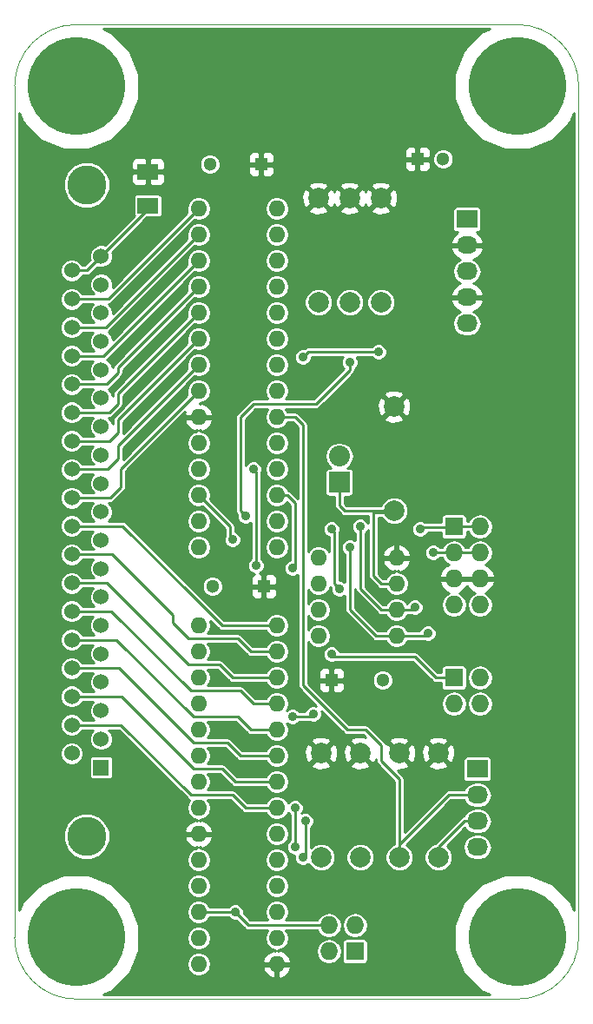
<source format=gbr>
G04 #@! TF.FileFunction,Copper,L1,Top,Signal*
%FSLAX46Y46*%
G04 Gerber Fmt 4.6, Leading zero omitted, Abs format (unit mm)*
G04 Created by KiCad (PCBNEW 4.0.1-stable) date 6/12/2017 2:47:30 PM*
%MOMM*%
G01*
G04 APERTURE LIST*
%ADD10C,0.150000*%
%ADD11C,0.100000*%
%ADD12C,9.525000*%
%ADD13R,2.032000X1.524000*%
%ADD14R,2.032000X2.032000*%
%ADD15O,2.032000X2.032000*%
%ADD16R,1.300000X1.300000*%
%ADD17C,1.300000*%
%ADD18R,1.524000X1.524000*%
%ADD19C,1.524000*%
%ADD20C,3.810000*%
%ADD21O,1.600000X1.600000*%
%ADD22R,1.727200X1.727200*%
%ADD23O,1.727200X1.727200*%
%ADD24R,2.032000X1.727200*%
%ADD25O,2.032000X1.727200*%
%ADD26C,1.998980*%
%ADD27C,0.889000*%
%ADD28C,0.254000*%
G04 APERTURE END LIST*
D10*
D11*
X59000000Y-105000000D02*
X16000000Y-105000000D01*
X16000000Y-10000000D02*
X59000000Y-10000000D01*
X10000000Y-99000000D02*
X10000000Y-16000000D01*
X65000000Y-16000000D02*
X65000000Y-99000000D01*
X10000000Y-99000000D02*
G75*
G03X16000000Y-105000000I6000000J0D01*
G01*
X59000000Y-105000000D02*
G75*
G03X65000000Y-99000000I0J6000000D01*
G01*
X65000000Y-16000000D02*
G75*
G03X59000000Y-10000000I-6000000J0D01*
G01*
X16000000Y-10000000D02*
G75*
G03X10000000Y-16000000I0J-6000000D01*
G01*
D12*
X16000000Y-16000000D03*
X59000000Y-16000000D03*
X16000000Y-99000000D03*
X59000000Y-99000000D03*
D13*
X23000000Y-24349000D03*
X23000000Y-27651000D03*
D14*
X41656000Y-54610000D03*
D15*
X41656000Y-52070000D03*
D16*
X34036000Y-23622000D03*
D17*
X29036000Y-23622000D03*
D16*
X34290000Y-64770000D03*
D17*
X29290000Y-64770000D03*
D18*
X18422400Y-82417400D03*
D19*
X18422400Y-79648800D03*
X18422400Y-76880200D03*
X18422400Y-74111600D03*
X18422400Y-71343000D03*
X18422400Y-68574400D03*
X18422400Y-65805800D03*
X18422400Y-63037200D03*
X18422400Y-60268600D03*
D20*
X17000000Y-89123000D03*
X17000000Y-25623000D03*
D19*
X18422400Y-57500000D03*
X18422400Y-54731400D03*
X18422400Y-51962800D03*
X18422400Y-49194200D03*
X18422400Y-46425600D03*
X18422400Y-43657000D03*
X18422400Y-40888400D03*
X18422400Y-38119800D03*
X18422400Y-35351200D03*
X18422400Y-32582600D03*
X15577600Y-81045800D03*
X15577600Y-78277200D03*
X15577600Y-75508600D03*
X15577600Y-72740000D03*
X15577600Y-69971400D03*
X15577600Y-67202800D03*
X15577600Y-64434200D03*
X15577600Y-61665600D03*
X15577600Y-58897000D03*
X15577600Y-56128400D03*
X15577600Y-53359800D03*
X15577600Y-50591200D03*
X15577600Y-47822600D03*
X15577600Y-45054000D03*
X15577600Y-42285400D03*
X15577600Y-39516800D03*
X15577600Y-36748200D03*
X15577600Y-33979600D03*
D21*
X27940000Y-68580000D03*
X27940000Y-71120000D03*
X27940000Y-73660000D03*
X27940000Y-76200000D03*
X27940000Y-78740000D03*
X27940000Y-81280000D03*
X27940000Y-83820000D03*
X27940000Y-86360000D03*
X27940000Y-88900000D03*
X27940000Y-91440000D03*
X27940000Y-93980000D03*
X27940000Y-96520000D03*
X27940000Y-99060000D03*
X27940000Y-101600000D03*
X35560000Y-101600000D03*
X35560000Y-99060000D03*
X35560000Y-96520000D03*
X35560000Y-93980000D03*
X35560000Y-91440000D03*
X35560000Y-88900000D03*
X35560000Y-86360000D03*
X35560000Y-83820000D03*
X35560000Y-81280000D03*
X35560000Y-78740000D03*
X35560000Y-76200000D03*
X35560000Y-73660000D03*
X35560000Y-71120000D03*
X35560000Y-68580000D03*
X27940000Y-27940000D03*
X27940000Y-30480000D03*
X27940000Y-33020000D03*
X27940000Y-35560000D03*
X27940000Y-38100000D03*
X27940000Y-40640000D03*
X27940000Y-43180000D03*
X27940000Y-45720000D03*
X27940000Y-48260000D03*
X27940000Y-50800000D03*
X27940000Y-53340000D03*
X27940000Y-55880000D03*
X27940000Y-58420000D03*
X27940000Y-60960000D03*
X35560000Y-60960000D03*
X35560000Y-58420000D03*
X35560000Y-55880000D03*
X35560000Y-53340000D03*
X35560000Y-50800000D03*
X35560000Y-48260000D03*
X35560000Y-45720000D03*
X35560000Y-43180000D03*
X35560000Y-40640000D03*
X35560000Y-38100000D03*
X35560000Y-35560000D03*
X35560000Y-33020000D03*
X35560000Y-30480000D03*
X35560000Y-27940000D03*
X39624000Y-61976000D03*
X39624000Y-64516000D03*
X39624000Y-67056000D03*
X39624000Y-69596000D03*
X47244000Y-69596000D03*
X47244000Y-67056000D03*
X47244000Y-64516000D03*
X47244000Y-61976000D03*
D22*
X52832000Y-58928000D03*
D23*
X55372000Y-58928000D03*
X52832000Y-61468000D03*
X55372000Y-61468000D03*
X52832000Y-64008000D03*
X55372000Y-64008000D03*
X52832000Y-66548000D03*
X55372000Y-66548000D03*
D24*
X54102000Y-28956000D03*
D25*
X54102000Y-31496000D03*
X54102000Y-34036000D03*
X54102000Y-36576000D03*
X54102000Y-39116000D03*
D26*
X43688000Y-91186000D03*
X43688000Y-81026000D03*
X39878000Y-91186000D03*
X39878000Y-81026000D03*
X47498000Y-91186000D03*
X47498000Y-81026000D03*
X45720000Y-37084000D03*
X45720000Y-26924000D03*
X46990000Y-57404000D03*
X46990000Y-47244000D03*
X39624000Y-37084000D03*
X39624000Y-26924000D03*
X51308000Y-91186000D03*
X51308000Y-81026000D03*
X42672000Y-37084000D03*
X42672000Y-26924000D03*
D24*
X55118000Y-82550000D03*
D25*
X55118000Y-85090000D03*
X55118000Y-87630000D03*
X55118000Y-90170000D03*
D16*
X40894000Y-73914000D03*
D17*
X45894000Y-73914000D03*
D22*
X52832000Y-73660000D03*
D23*
X55372000Y-73660000D03*
X52832000Y-76200000D03*
X55372000Y-76200000D03*
D22*
X43180000Y-100330000D03*
D23*
X40640000Y-100330000D03*
X43180000Y-97790000D03*
X40640000Y-97790000D03*
D16*
X49276000Y-23114000D03*
D17*
X51776000Y-23114000D03*
D27*
X40894000Y-71374000D03*
X38354000Y-87630000D03*
X38100000Y-91186000D03*
X40894000Y-59182000D03*
X32512000Y-57912000D03*
X42672000Y-42926000D03*
X41656000Y-65024000D03*
X37084000Y-77470000D03*
X39116000Y-77216000D03*
X37338000Y-90170000D03*
X37338000Y-86360000D03*
X37084000Y-62992000D03*
X49022000Y-66802000D03*
X49530000Y-59182000D03*
X43688000Y-58928000D03*
X31496000Y-96520000D03*
X31242000Y-60198000D03*
X50292000Y-69342000D03*
X50800000Y-61468000D03*
X42672000Y-60960000D03*
X33274000Y-53340000D03*
X33528000Y-62738000D03*
X38100000Y-42418000D03*
X45466000Y-41910000D03*
D28*
X52832000Y-73660000D02*
X51054000Y-73660000D01*
X41148000Y-71628000D02*
X40894000Y-71374000D01*
X49022000Y-71628000D02*
X41148000Y-71628000D01*
X51054000Y-73660000D02*
X49022000Y-71628000D01*
X38354000Y-90932000D02*
X38354000Y-87630000D01*
X38100000Y-91186000D02*
X38354000Y-90932000D01*
X40894000Y-59182000D02*
X41148000Y-59436000D01*
X41148000Y-59436000D02*
X41148000Y-64516000D01*
X41148000Y-64516000D02*
X41656000Y-65024000D01*
X32512000Y-57912000D02*
X32004000Y-57404000D01*
X32004000Y-57404000D02*
X32004000Y-48260000D01*
X32004000Y-48260000D02*
X33274000Y-46990000D01*
X33274000Y-46990000D02*
X39370000Y-46990000D01*
X39370000Y-46990000D02*
X42672000Y-43688000D01*
X42672000Y-43688000D02*
X42672000Y-42926000D01*
X38862000Y-77470000D02*
X37084000Y-77470000D01*
X39116000Y-77216000D02*
X38862000Y-77470000D01*
X37338000Y-90170000D02*
X37338000Y-86360000D01*
X36576000Y-55880000D02*
X35560000Y-55880000D01*
X37338000Y-56642000D02*
X36576000Y-55880000D01*
X37338000Y-62738000D02*
X37338000Y-56642000D01*
X37084000Y-62992000D02*
X37338000Y-62738000D01*
X40640000Y-97790000D02*
X32766000Y-97790000D01*
X32766000Y-97790000D02*
X31496000Y-96520000D01*
X48768000Y-67056000D02*
X49022000Y-66802000D01*
X49530000Y-59182000D02*
X49690000Y-59022000D01*
X49690000Y-59022000D02*
X52910000Y-59022000D01*
X47244000Y-67056000D02*
X48768000Y-67056000D01*
X45720000Y-67056000D02*
X43688000Y-65024000D01*
X43688000Y-65024000D02*
X43688000Y-58928000D01*
X47244000Y-67056000D02*
X45720000Y-67056000D01*
X40386000Y-97536000D02*
X40640000Y-97790000D01*
X30988000Y-58928000D02*
X27940000Y-55880000D01*
X30988000Y-59944000D02*
X30988000Y-58928000D01*
X31242000Y-60198000D02*
X30988000Y-59944000D01*
X27940000Y-96520000D02*
X31496000Y-96520000D01*
X52832000Y-58928000D02*
X55372000Y-58928000D01*
X50038000Y-69596000D02*
X50292000Y-69342000D01*
X47244000Y-69596000D02*
X50038000Y-69596000D01*
X42672000Y-60960000D02*
X42672000Y-67056000D01*
X42672000Y-67056000D02*
X45212000Y-69596000D01*
X45212000Y-69596000D02*
X47244000Y-69596000D01*
X50800000Y-61468000D02*
X52832000Y-61468000D01*
X52832000Y-61468000D02*
X55372000Y-61468000D01*
X33274000Y-53340000D02*
X33528000Y-53594000D01*
X33528000Y-53594000D02*
X33528000Y-62738000D01*
X38100000Y-42418000D02*
X38608000Y-41910000D01*
X38608000Y-41910000D02*
X45466000Y-41910000D01*
X23000000Y-28005000D02*
X23000000Y-27651000D01*
X17025400Y-33979600D02*
X23000000Y-28005000D01*
X17025400Y-33979600D02*
X18422400Y-32582600D01*
X15577600Y-33979600D02*
X17025400Y-33979600D01*
X53848000Y-87630000D02*
X51308000Y-90170000D01*
X51308000Y-90170000D02*
X51308000Y-91059000D01*
X55118000Y-87630000D02*
X53848000Y-87630000D01*
X38100000Y-70358000D02*
X38100000Y-74422000D01*
X42418000Y-78740000D02*
X44196000Y-78740000D01*
X38100000Y-74422000D02*
X42418000Y-78740000D01*
X44196000Y-78740000D02*
X45720000Y-80264000D01*
X47498000Y-83566000D02*
X45720000Y-81788000D01*
X47498000Y-86106000D02*
X47498000Y-83566000D01*
X47498000Y-91059000D02*
X47498000Y-86106000D01*
X45720000Y-81788000D02*
X45720000Y-80264000D01*
X37338000Y-48260000D02*
X35560000Y-48260000D01*
X38100000Y-49022000D02*
X37338000Y-48260000D01*
X38100000Y-70358000D02*
X38100000Y-49022000D01*
X52324000Y-85090000D02*
X47498000Y-89916000D01*
X47498000Y-89916000D02*
X47498000Y-91059000D01*
X55118000Y-85090000D02*
X52324000Y-85090000D01*
X46990000Y-57404000D02*
X42164000Y-57404000D01*
X41656000Y-56896000D02*
X41656000Y-54610000D01*
X42164000Y-57404000D02*
X41656000Y-56896000D01*
X46990000Y-57531000D02*
X44958000Y-57531000D01*
X45720000Y-64516000D02*
X44958000Y-63754000D01*
X44958000Y-63754000D02*
X44958000Y-57531000D01*
X47244000Y-64516000D02*
X45720000Y-64516000D01*
X35560000Y-86360000D02*
X32512000Y-86360000D01*
X20365200Y-78277200D02*
X15577600Y-78277200D01*
X27178000Y-85090000D02*
X20365200Y-78277200D01*
X31242000Y-85090000D02*
X27178000Y-85090000D01*
X32512000Y-86360000D02*
X31242000Y-85090000D01*
X35560000Y-83820000D02*
X31496000Y-83820000D01*
X20390600Y-75508600D02*
X15577600Y-75508600D01*
X27432000Y-82550000D02*
X20390600Y-75508600D01*
X30226000Y-82550000D02*
X27432000Y-82550000D01*
X31496000Y-83820000D02*
X30226000Y-82550000D01*
X35560000Y-81280000D02*
X32004000Y-81280000D01*
X20162000Y-72740000D02*
X15577600Y-72740000D01*
X27432000Y-80010000D02*
X20162000Y-72740000D01*
X30734000Y-80010000D02*
X27432000Y-80010000D01*
X32004000Y-81280000D02*
X30734000Y-80010000D01*
X35560000Y-78740000D02*
X33020000Y-78740000D01*
X19933400Y-69971400D02*
X15577600Y-69971400D01*
X27432000Y-77470000D02*
X19933400Y-69971400D01*
X31750000Y-77470000D02*
X27432000Y-77470000D01*
X33020000Y-78740000D02*
X31750000Y-77470000D01*
X35560000Y-76200000D02*
X33274000Y-76200000D01*
X19450800Y-67202800D02*
X15577600Y-67202800D01*
X27178000Y-74930000D02*
X19450800Y-67202800D01*
X32004000Y-74930000D02*
X27178000Y-74930000D01*
X33274000Y-76200000D02*
X32004000Y-74930000D01*
X35560000Y-73660000D02*
X31242000Y-73660000D01*
X18968200Y-64434200D02*
X15577600Y-64434200D01*
X26924000Y-72390000D02*
X18968200Y-64434200D01*
X29972000Y-72390000D02*
X26924000Y-72390000D01*
X31242000Y-73660000D02*
X29972000Y-72390000D01*
X15577600Y-61665600D02*
X19501600Y-61665600D01*
X19501600Y-61665600D02*
X25400000Y-67564000D01*
X35560000Y-71120000D02*
X33020000Y-71120000D01*
X25400000Y-68326000D02*
X25400000Y-67564000D01*
X26924000Y-69850000D02*
X25400000Y-68326000D01*
X31750000Y-69850000D02*
X26924000Y-69850000D01*
X33020000Y-71120000D02*
X31750000Y-69850000D01*
X15577600Y-58897000D02*
X20543000Y-58897000D01*
X20543000Y-58897000D02*
X27178000Y-65532000D01*
X30226000Y-68580000D02*
X27178000Y-65532000D01*
X35560000Y-68580000D02*
X30226000Y-68580000D01*
X15577600Y-56128400D02*
X19309600Y-56128400D01*
X20320000Y-53340000D02*
X27940000Y-45720000D01*
X20320000Y-55118000D02*
X20320000Y-53340000D01*
X19309600Y-56128400D02*
X20320000Y-55118000D01*
X15577600Y-53359800D02*
X19030200Y-53359800D01*
X19030200Y-53359800D02*
X20066000Y-52324000D01*
X20066000Y-51054000D02*
X27940000Y-43180000D01*
X20066000Y-52324000D02*
X20066000Y-51054000D01*
X15577600Y-50591200D02*
X19258800Y-50591200D01*
X19258800Y-50591200D02*
X20066000Y-49784000D01*
X20066000Y-48514000D02*
X27940000Y-40640000D01*
X20066000Y-49784000D02*
X20066000Y-48514000D01*
X15577600Y-47822600D02*
X19233400Y-47822600D01*
X20066000Y-45974000D02*
X27940000Y-38100000D01*
X20066000Y-46990000D02*
X20066000Y-45974000D01*
X19233400Y-47822600D02*
X20066000Y-46990000D01*
X15577600Y-45054000D02*
X18954000Y-45054000D01*
X18954000Y-45054000D02*
X20066000Y-43942000D01*
X20066000Y-43434000D02*
X27940000Y-35560000D01*
X20066000Y-43942000D02*
X20066000Y-43434000D01*
X18674600Y-42285400D02*
X27940000Y-33020000D01*
X15577600Y-42285400D02*
X18674600Y-42285400D01*
X18903200Y-39516800D02*
X27940000Y-30480000D01*
X15577600Y-39516800D02*
X18903200Y-39516800D01*
X19131800Y-36748200D02*
X27940000Y-27940000D01*
X15577600Y-36748200D02*
X19131800Y-36748200D01*
G36*
X55515482Y-10775185D02*
X53781275Y-12506368D01*
X52841571Y-14769425D01*
X52839433Y-17219825D01*
X53775185Y-19484518D01*
X55506368Y-21218725D01*
X57769425Y-22158429D01*
X60219825Y-22160567D01*
X62484518Y-21224815D01*
X64218725Y-19493632D01*
X64569000Y-18650077D01*
X64569000Y-96348473D01*
X64224815Y-95515482D01*
X62493632Y-93781275D01*
X60230575Y-92841571D01*
X57780175Y-92839433D01*
X55515482Y-93775185D01*
X53781275Y-95506368D01*
X52841571Y-97769425D01*
X52839433Y-100219825D01*
X53775185Y-102484518D01*
X55506368Y-104218725D01*
X56349923Y-104569000D01*
X18651527Y-104569000D01*
X19484518Y-104224815D01*
X21218725Y-102493632D01*
X21589793Y-101600000D01*
X26735863Y-101600000D01*
X26825761Y-102051949D01*
X27081770Y-102435093D01*
X27464914Y-102691102D01*
X27916863Y-102781000D01*
X27963137Y-102781000D01*
X28415086Y-102691102D01*
X28798230Y-102435093D01*
X29054239Y-102051949D01*
X29074709Y-101949039D01*
X34168096Y-101949039D01*
X34328959Y-102337423D01*
X34704866Y-102752389D01*
X35210959Y-102991914D01*
X35433000Y-102870629D01*
X35433000Y-101727000D01*
X35687000Y-101727000D01*
X35687000Y-102870629D01*
X35909041Y-102991914D01*
X36415134Y-102752389D01*
X36791041Y-102337423D01*
X36951904Y-101949039D01*
X36829915Y-101727000D01*
X35687000Y-101727000D01*
X35433000Y-101727000D01*
X34290085Y-101727000D01*
X34168096Y-101949039D01*
X29074709Y-101949039D01*
X29144137Y-101600000D01*
X29054239Y-101148051D01*
X28798230Y-100764907D01*
X28415086Y-100508898D01*
X27963137Y-100419000D01*
X27916863Y-100419000D01*
X27464914Y-100508898D01*
X27081770Y-100764907D01*
X26825761Y-101148051D01*
X26735863Y-101600000D01*
X21589793Y-101600000D01*
X22158429Y-100230575D01*
X22159450Y-99060000D01*
X26735863Y-99060000D01*
X26825761Y-99511949D01*
X27081770Y-99895093D01*
X27464914Y-100151102D01*
X27916863Y-100241000D01*
X27963137Y-100241000D01*
X28415086Y-100151102D01*
X28798230Y-99895093D01*
X29054239Y-99511949D01*
X29144137Y-99060000D01*
X29054239Y-98608051D01*
X28798230Y-98224907D01*
X28415086Y-97968898D01*
X27963137Y-97879000D01*
X27916863Y-97879000D01*
X27464914Y-97968898D01*
X27081770Y-98224907D01*
X26825761Y-98608051D01*
X26735863Y-99060000D01*
X22159450Y-99060000D01*
X22160567Y-97780175D01*
X21639874Y-96520000D01*
X26735863Y-96520000D01*
X26825761Y-96971949D01*
X27081770Y-97355093D01*
X27464914Y-97611102D01*
X27916863Y-97701000D01*
X27963137Y-97701000D01*
X28415086Y-97611102D01*
X28798230Y-97355093D01*
X29016787Y-97028000D01*
X30836698Y-97028000D01*
X31027781Y-97219417D01*
X31331077Y-97345357D01*
X31603174Y-97345594D01*
X32406790Y-98149210D01*
X32571596Y-98259331D01*
X32603850Y-98265746D01*
X32766000Y-98298000D01*
X34652931Y-98298000D01*
X34445761Y-98608051D01*
X34355863Y-99060000D01*
X34445761Y-99511949D01*
X34701770Y-99895093D01*
X35084914Y-100151102D01*
X35432998Y-100220340D01*
X35432998Y-100329370D01*
X35210959Y-100208086D01*
X34704866Y-100447611D01*
X34328959Y-100862577D01*
X34168096Y-101250961D01*
X34290085Y-101473000D01*
X35433000Y-101473000D01*
X35433000Y-101453000D01*
X35687000Y-101453000D01*
X35687000Y-101473000D01*
X36829915Y-101473000D01*
X36951904Y-101250961D01*
X36791041Y-100862577D01*
X36415134Y-100447611D01*
X36166634Y-100330000D01*
X39371017Y-100330000D01*
X39465757Y-100806288D01*
X39735552Y-101210065D01*
X40139329Y-101479860D01*
X40615617Y-101574600D01*
X40664383Y-101574600D01*
X41140671Y-101479860D01*
X41544448Y-101210065D01*
X41814243Y-100806288D01*
X41908983Y-100330000D01*
X41814243Y-99853712D01*
X41555450Y-99466400D01*
X41927936Y-99466400D01*
X41927936Y-101193600D01*
X41954503Y-101334790D01*
X42037946Y-101464465D01*
X42165266Y-101551459D01*
X42316400Y-101582064D01*
X44043600Y-101582064D01*
X44184790Y-101555497D01*
X44314465Y-101472054D01*
X44401459Y-101344734D01*
X44432064Y-101193600D01*
X44432064Y-99466400D01*
X44405497Y-99325210D01*
X44322054Y-99195535D01*
X44194734Y-99108541D01*
X44043600Y-99077936D01*
X42316400Y-99077936D01*
X42175210Y-99104503D01*
X42045535Y-99187946D01*
X41958541Y-99315266D01*
X41927936Y-99466400D01*
X41555450Y-99466400D01*
X41544448Y-99449935D01*
X41140671Y-99180140D01*
X40664383Y-99085400D01*
X40615617Y-99085400D01*
X40139329Y-99180140D01*
X39735552Y-99449935D01*
X39465757Y-99853712D01*
X39371017Y-100330000D01*
X36166634Y-100330000D01*
X35909041Y-100208086D01*
X35687002Y-100329370D01*
X35687002Y-100220340D01*
X36035086Y-100151102D01*
X36418230Y-99895093D01*
X36674239Y-99511949D01*
X36764137Y-99060000D01*
X36674239Y-98608051D01*
X36467069Y-98298000D01*
X39486946Y-98298000D01*
X39735552Y-98670065D01*
X40139329Y-98939860D01*
X40615617Y-99034600D01*
X40664383Y-99034600D01*
X41140671Y-98939860D01*
X41544448Y-98670065D01*
X41814243Y-98266288D01*
X41908983Y-97790000D01*
X41911017Y-97790000D01*
X42005757Y-98266288D01*
X42275552Y-98670065D01*
X42679329Y-98939860D01*
X43155617Y-99034600D01*
X43204383Y-99034600D01*
X43680671Y-98939860D01*
X44084448Y-98670065D01*
X44354243Y-98266288D01*
X44448983Y-97790000D01*
X44354243Y-97313712D01*
X44084448Y-96909935D01*
X43680671Y-96640140D01*
X43204383Y-96545400D01*
X43155617Y-96545400D01*
X42679329Y-96640140D01*
X42275552Y-96909935D01*
X42005757Y-97313712D01*
X41911017Y-97790000D01*
X41908983Y-97790000D01*
X41814243Y-97313712D01*
X41544448Y-96909935D01*
X41140671Y-96640140D01*
X40664383Y-96545400D01*
X40615617Y-96545400D01*
X40139329Y-96640140D01*
X39735552Y-96909935D01*
X39486946Y-97282000D01*
X36467069Y-97282000D01*
X36674239Y-96971949D01*
X36764137Y-96520000D01*
X36674239Y-96068051D01*
X36418230Y-95684907D01*
X36035086Y-95428898D01*
X35583137Y-95339000D01*
X35536863Y-95339000D01*
X35084914Y-95428898D01*
X34701770Y-95684907D01*
X34445761Y-96068051D01*
X34355863Y-96520000D01*
X34445761Y-96971949D01*
X34652931Y-97282000D01*
X32976420Y-97282000D01*
X32321407Y-96626987D01*
X32321643Y-96356518D01*
X32196233Y-96053002D01*
X31964219Y-95820583D01*
X31660923Y-95694643D01*
X31332518Y-95694357D01*
X31029002Y-95819767D01*
X30836433Y-96012000D01*
X29016787Y-96012000D01*
X28798230Y-95684907D01*
X28415086Y-95428898D01*
X27963137Y-95339000D01*
X27916863Y-95339000D01*
X27464914Y-95428898D01*
X27081770Y-95684907D01*
X26825761Y-96068051D01*
X26735863Y-96520000D01*
X21639874Y-96520000D01*
X21224815Y-95515482D01*
X19692011Y-93980000D01*
X26735863Y-93980000D01*
X26825761Y-94431949D01*
X27081770Y-94815093D01*
X27464914Y-95071102D01*
X27916863Y-95161000D01*
X27963137Y-95161000D01*
X28415086Y-95071102D01*
X28798230Y-94815093D01*
X29054239Y-94431949D01*
X29144137Y-93980000D01*
X34355863Y-93980000D01*
X34445761Y-94431949D01*
X34701770Y-94815093D01*
X35084914Y-95071102D01*
X35536863Y-95161000D01*
X35583137Y-95161000D01*
X36035086Y-95071102D01*
X36418230Y-94815093D01*
X36674239Y-94431949D01*
X36764137Y-93980000D01*
X36674239Y-93528051D01*
X36418230Y-93144907D01*
X36035086Y-92888898D01*
X35583137Y-92799000D01*
X35536863Y-92799000D01*
X35084914Y-92888898D01*
X34701770Y-93144907D01*
X34445761Y-93528051D01*
X34355863Y-93980000D01*
X29144137Y-93980000D01*
X29054239Y-93528051D01*
X28798230Y-93144907D01*
X28415086Y-92888898D01*
X27963137Y-92799000D01*
X27916863Y-92799000D01*
X27464914Y-92888898D01*
X27081770Y-93144907D01*
X26825761Y-93528051D01*
X26735863Y-93980000D01*
X19692011Y-93980000D01*
X19493632Y-93781275D01*
X17230575Y-92841571D01*
X14780175Y-92839433D01*
X12515482Y-93775185D01*
X10781275Y-95506368D01*
X10431000Y-96349923D01*
X10431000Y-89575719D01*
X14713604Y-89575719D01*
X15060894Y-90416223D01*
X15703395Y-91059846D01*
X16543292Y-91408602D01*
X17452719Y-91409396D01*
X18293223Y-91062106D01*
X18936846Y-90419605D01*
X19285602Y-89579708D01*
X19285890Y-89249039D01*
X26548096Y-89249039D01*
X26708959Y-89637423D01*
X27084866Y-90052389D01*
X27590959Y-90291914D01*
X27812998Y-90170630D01*
X27812998Y-90279660D01*
X27464914Y-90348898D01*
X27081770Y-90604907D01*
X26825761Y-90988051D01*
X26735863Y-91440000D01*
X26825761Y-91891949D01*
X27081770Y-92275093D01*
X27464914Y-92531102D01*
X27916863Y-92621000D01*
X27963137Y-92621000D01*
X28415086Y-92531102D01*
X28798230Y-92275093D01*
X29054239Y-91891949D01*
X29144137Y-91440000D01*
X34355863Y-91440000D01*
X34445761Y-91891949D01*
X34701770Y-92275093D01*
X35084914Y-92531102D01*
X35536863Y-92621000D01*
X35583137Y-92621000D01*
X36035086Y-92531102D01*
X36418230Y-92275093D01*
X36674239Y-91891949D01*
X36764137Y-91440000D01*
X36674239Y-90988051D01*
X36418230Y-90604907D01*
X36035086Y-90348898D01*
X35583137Y-90259000D01*
X35536863Y-90259000D01*
X35084914Y-90348898D01*
X34701770Y-90604907D01*
X34445761Y-90988051D01*
X34355863Y-91440000D01*
X29144137Y-91440000D01*
X29054239Y-90988051D01*
X28798230Y-90604907D01*
X28415086Y-90348898D01*
X28067002Y-90279660D01*
X28067002Y-90170630D01*
X28289041Y-90291914D01*
X28795134Y-90052389D01*
X29171041Y-89637423D01*
X29331904Y-89249039D01*
X29209915Y-89027000D01*
X28067000Y-89027000D01*
X28067000Y-89047000D01*
X27813000Y-89047000D01*
X27813000Y-89027000D01*
X26670085Y-89027000D01*
X26548096Y-89249039D01*
X19285890Y-89249039D01*
X19286195Y-88900000D01*
X34355863Y-88900000D01*
X34445761Y-89351949D01*
X34701770Y-89735093D01*
X35084914Y-89991102D01*
X35536863Y-90081000D01*
X35583137Y-90081000D01*
X36035086Y-89991102D01*
X36418230Y-89735093D01*
X36674239Y-89351949D01*
X36764137Y-88900000D01*
X36674239Y-88448051D01*
X36418230Y-88064907D01*
X36035086Y-87808898D01*
X35583137Y-87719000D01*
X35536863Y-87719000D01*
X35084914Y-87808898D01*
X34701770Y-88064907D01*
X34445761Y-88448051D01*
X34355863Y-88900000D01*
X19286195Y-88900000D01*
X19286396Y-88670281D01*
X18939106Y-87829777D01*
X18296605Y-87186154D01*
X17456708Y-86837398D01*
X16547281Y-86836604D01*
X15706777Y-87183894D01*
X15063154Y-87826395D01*
X14714398Y-88666292D01*
X14713604Y-89575719D01*
X10431000Y-89575719D01*
X10431000Y-81272159D01*
X14434402Y-81272159D01*
X14608046Y-81692412D01*
X14929297Y-82014223D01*
X15349246Y-82188601D01*
X15803959Y-82188998D01*
X16224212Y-82015354D01*
X16546023Y-81694103D01*
X16562093Y-81655400D01*
X17271936Y-81655400D01*
X17271936Y-83179400D01*
X17298503Y-83320590D01*
X17381946Y-83450265D01*
X17509266Y-83537259D01*
X17660400Y-83567864D01*
X19184400Y-83567864D01*
X19325590Y-83541297D01*
X19455265Y-83457854D01*
X19542259Y-83330534D01*
X19572864Y-83179400D01*
X19572864Y-81655400D01*
X19546297Y-81514210D01*
X19462854Y-81384535D01*
X19335534Y-81297541D01*
X19184400Y-81266936D01*
X17660400Y-81266936D01*
X17519210Y-81293503D01*
X17389535Y-81376946D01*
X17302541Y-81504266D01*
X17271936Y-81655400D01*
X16562093Y-81655400D01*
X16720401Y-81274154D01*
X16720798Y-80819441D01*
X16547154Y-80399188D01*
X16225903Y-80077377D01*
X15805954Y-79902999D01*
X15351241Y-79902602D01*
X14930988Y-80076246D01*
X14609177Y-80397497D01*
X14434799Y-80817446D01*
X14434402Y-81272159D01*
X10431000Y-81272159D01*
X10431000Y-36974559D01*
X14434402Y-36974559D01*
X14608046Y-37394812D01*
X14929297Y-37716623D01*
X15349246Y-37891001D01*
X15803959Y-37891398D01*
X16224212Y-37717754D01*
X16546023Y-37396503D01*
X16604282Y-37256200D01*
X17669649Y-37256200D01*
X17453977Y-37471497D01*
X17279599Y-37891446D01*
X17279202Y-38346159D01*
X17452846Y-38766412D01*
X17694812Y-39008800D01*
X16604427Y-39008800D01*
X16547154Y-38870188D01*
X16225903Y-38548377D01*
X15805954Y-38373999D01*
X15351241Y-38373602D01*
X14930988Y-38547246D01*
X14609177Y-38868497D01*
X14434799Y-39288446D01*
X14434402Y-39743159D01*
X14608046Y-40163412D01*
X14929297Y-40485223D01*
X15349246Y-40659601D01*
X15803959Y-40659998D01*
X16224212Y-40486354D01*
X16546023Y-40165103D01*
X16604282Y-40024800D01*
X17669649Y-40024800D01*
X17453977Y-40240097D01*
X17279599Y-40660046D01*
X17279202Y-41114759D01*
X17452846Y-41535012D01*
X17694812Y-41777400D01*
X16604427Y-41777400D01*
X16547154Y-41638788D01*
X16225903Y-41316977D01*
X15805954Y-41142599D01*
X15351241Y-41142202D01*
X14930988Y-41315846D01*
X14609177Y-41637097D01*
X14434799Y-42057046D01*
X14434402Y-42511759D01*
X14608046Y-42932012D01*
X14929297Y-43253823D01*
X15349246Y-43428201D01*
X15803959Y-43428598D01*
X16224212Y-43254954D01*
X16546023Y-42933703D01*
X16604282Y-42793400D01*
X17669649Y-42793400D01*
X17453977Y-43008697D01*
X17279599Y-43428646D01*
X17279202Y-43883359D01*
X17452846Y-44303612D01*
X17694812Y-44546000D01*
X16604427Y-44546000D01*
X16547154Y-44407388D01*
X16225903Y-44085577D01*
X15805954Y-43911199D01*
X15351241Y-43910802D01*
X14930988Y-44084446D01*
X14609177Y-44405697D01*
X14434799Y-44825646D01*
X14434402Y-45280359D01*
X14608046Y-45700612D01*
X14929297Y-46022423D01*
X15349246Y-46196801D01*
X15803959Y-46197198D01*
X16224212Y-46023554D01*
X16546023Y-45702303D01*
X16604282Y-45562000D01*
X17669649Y-45562000D01*
X17453977Y-45777297D01*
X17279599Y-46197246D01*
X17279202Y-46651959D01*
X17452846Y-47072212D01*
X17694812Y-47314600D01*
X16604427Y-47314600D01*
X16547154Y-47175988D01*
X16225903Y-46854177D01*
X15805954Y-46679799D01*
X15351241Y-46679402D01*
X14930988Y-46853046D01*
X14609177Y-47174297D01*
X14434799Y-47594246D01*
X14434402Y-48048959D01*
X14608046Y-48469212D01*
X14929297Y-48791023D01*
X15349246Y-48965401D01*
X15803959Y-48965798D01*
X16224212Y-48792154D01*
X16546023Y-48470903D01*
X16604282Y-48330600D01*
X17669649Y-48330600D01*
X17453977Y-48545897D01*
X17279599Y-48965846D01*
X17279202Y-49420559D01*
X17452846Y-49840812D01*
X17694812Y-50083200D01*
X16604427Y-50083200D01*
X16547154Y-49944588D01*
X16225903Y-49622777D01*
X15805954Y-49448399D01*
X15351241Y-49448002D01*
X14930988Y-49621646D01*
X14609177Y-49942897D01*
X14434799Y-50362846D01*
X14434402Y-50817559D01*
X14608046Y-51237812D01*
X14929297Y-51559623D01*
X15349246Y-51734001D01*
X15803959Y-51734398D01*
X16224212Y-51560754D01*
X16546023Y-51239503D01*
X16604282Y-51099200D01*
X17669649Y-51099200D01*
X17453977Y-51314497D01*
X17279599Y-51734446D01*
X17279202Y-52189159D01*
X17452846Y-52609412D01*
X17694812Y-52851800D01*
X16604427Y-52851800D01*
X16547154Y-52713188D01*
X16225903Y-52391377D01*
X15805954Y-52216999D01*
X15351241Y-52216602D01*
X14930988Y-52390246D01*
X14609177Y-52711497D01*
X14434799Y-53131446D01*
X14434402Y-53586159D01*
X14608046Y-54006412D01*
X14929297Y-54328223D01*
X15349246Y-54502601D01*
X15803959Y-54502998D01*
X16224212Y-54329354D01*
X16546023Y-54008103D01*
X16604282Y-53867800D01*
X17669649Y-53867800D01*
X17453977Y-54083097D01*
X17279599Y-54503046D01*
X17279202Y-54957759D01*
X17452846Y-55378012D01*
X17694812Y-55620400D01*
X16604427Y-55620400D01*
X16547154Y-55481788D01*
X16225903Y-55159977D01*
X15805954Y-54985599D01*
X15351241Y-54985202D01*
X14930988Y-55158846D01*
X14609177Y-55480097D01*
X14434799Y-55900046D01*
X14434402Y-56354759D01*
X14608046Y-56775012D01*
X14929297Y-57096823D01*
X15349246Y-57271201D01*
X15803959Y-57271598D01*
X16224212Y-57097954D01*
X16546023Y-56776703D01*
X16604282Y-56636400D01*
X17669649Y-56636400D01*
X17453977Y-56851697D01*
X17279599Y-57271646D01*
X17279202Y-57726359D01*
X17452846Y-58146612D01*
X17694812Y-58389000D01*
X16604427Y-58389000D01*
X16547154Y-58250388D01*
X16225903Y-57928577D01*
X15805954Y-57754199D01*
X15351241Y-57753802D01*
X14930988Y-57927446D01*
X14609177Y-58248697D01*
X14434799Y-58668646D01*
X14434402Y-59123359D01*
X14608046Y-59543612D01*
X14929297Y-59865423D01*
X15349246Y-60039801D01*
X15803959Y-60040198D01*
X16224212Y-59866554D01*
X16546023Y-59545303D01*
X16604282Y-59405000D01*
X17669649Y-59405000D01*
X17453977Y-59620297D01*
X17279599Y-60040246D01*
X17279202Y-60494959D01*
X17452846Y-60915212D01*
X17694812Y-61157600D01*
X16604427Y-61157600D01*
X16547154Y-61018988D01*
X16225903Y-60697177D01*
X15805954Y-60522799D01*
X15351241Y-60522402D01*
X14930988Y-60696046D01*
X14609177Y-61017297D01*
X14434799Y-61437246D01*
X14434402Y-61891959D01*
X14608046Y-62312212D01*
X14929297Y-62634023D01*
X15349246Y-62808401D01*
X15803959Y-62808798D01*
X16224212Y-62635154D01*
X16546023Y-62313903D01*
X16604282Y-62173600D01*
X17669649Y-62173600D01*
X17453977Y-62388897D01*
X17279599Y-62808846D01*
X17279202Y-63263559D01*
X17452846Y-63683812D01*
X17694812Y-63926200D01*
X16604427Y-63926200D01*
X16547154Y-63787588D01*
X16225903Y-63465777D01*
X15805954Y-63291399D01*
X15351241Y-63291002D01*
X14930988Y-63464646D01*
X14609177Y-63785897D01*
X14434799Y-64205846D01*
X14434402Y-64660559D01*
X14608046Y-65080812D01*
X14929297Y-65402623D01*
X15349246Y-65577001D01*
X15803959Y-65577398D01*
X16224212Y-65403754D01*
X16546023Y-65082503D01*
X16604282Y-64942200D01*
X17669649Y-64942200D01*
X17453977Y-65157497D01*
X17279599Y-65577446D01*
X17279202Y-66032159D01*
X17452846Y-66452412D01*
X17694812Y-66694800D01*
X16604427Y-66694800D01*
X16547154Y-66556188D01*
X16225903Y-66234377D01*
X15805954Y-66059999D01*
X15351241Y-66059602D01*
X14930988Y-66233246D01*
X14609177Y-66554497D01*
X14434799Y-66974446D01*
X14434402Y-67429159D01*
X14608046Y-67849412D01*
X14929297Y-68171223D01*
X15349246Y-68345601D01*
X15803959Y-68345998D01*
X16224212Y-68172354D01*
X16546023Y-67851103D01*
X16604282Y-67710800D01*
X17669649Y-67710800D01*
X17453977Y-67926097D01*
X17279599Y-68346046D01*
X17279202Y-68800759D01*
X17452846Y-69221012D01*
X17694812Y-69463400D01*
X16604427Y-69463400D01*
X16547154Y-69324788D01*
X16225903Y-69002977D01*
X15805954Y-68828599D01*
X15351241Y-68828202D01*
X14930988Y-69001846D01*
X14609177Y-69323097D01*
X14434799Y-69743046D01*
X14434402Y-70197759D01*
X14608046Y-70618012D01*
X14929297Y-70939823D01*
X15349246Y-71114201D01*
X15803959Y-71114598D01*
X16224212Y-70940954D01*
X16546023Y-70619703D01*
X16604282Y-70479400D01*
X17669649Y-70479400D01*
X17453977Y-70694697D01*
X17279599Y-71114646D01*
X17279202Y-71569359D01*
X17452846Y-71989612D01*
X17694812Y-72232000D01*
X16604427Y-72232000D01*
X16547154Y-72093388D01*
X16225903Y-71771577D01*
X15805954Y-71597199D01*
X15351241Y-71596802D01*
X14930988Y-71770446D01*
X14609177Y-72091697D01*
X14434799Y-72511646D01*
X14434402Y-72966359D01*
X14608046Y-73386612D01*
X14929297Y-73708423D01*
X15349246Y-73882801D01*
X15803959Y-73883198D01*
X16224212Y-73709554D01*
X16546023Y-73388303D01*
X16604282Y-73248000D01*
X17669649Y-73248000D01*
X17453977Y-73463297D01*
X17279599Y-73883246D01*
X17279202Y-74337959D01*
X17452846Y-74758212D01*
X17694812Y-75000600D01*
X16604427Y-75000600D01*
X16547154Y-74861988D01*
X16225903Y-74540177D01*
X15805954Y-74365799D01*
X15351241Y-74365402D01*
X14930988Y-74539046D01*
X14609177Y-74860297D01*
X14434799Y-75280246D01*
X14434402Y-75734959D01*
X14608046Y-76155212D01*
X14929297Y-76477023D01*
X15349246Y-76651401D01*
X15803959Y-76651798D01*
X16224212Y-76478154D01*
X16546023Y-76156903D01*
X16604282Y-76016600D01*
X17669649Y-76016600D01*
X17453977Y-76231897D01*
X17279599Y-76651846D01*
X17279202Y-77106559D01*
X17452846Y-77526812D01*
X17694812Y-77769200D01*
X16604427Y-77769200D01*
X16547154Y-77630588D01*
X16225903Y-77308777D01*
X15805954Y-77134399D01*
X15351241Y-77134002D01*
X14930988Y-77307646D01*
X14609177Y-77628897D01*
X14434799Y-78048846D01*
X14434402Y-78503559D01*
X14608046Y-78923812D01*
X14929297Y-79245623D01*
X15349246Y-79420001D01*
X15803959Y-79420398D01*
X16224212Y-79246754D01*
X16546023Y-78925503D01*
X16604282Y-78785200D01*
X17669649Y-78785200D01*
X17453977Y-79000497D01*
X17279599Y-79420446D01*
X17279202Y-79875159D01*
X17452846Y-80295412D01*
X17774097Y-80617223D01*
X18194046Y-80791601D01*
X18648759Y-80791998D01*
X19069012Y-80618354D01*
X19390823Y-80297103D01*
X19565201Y-79877154D01*
X19565598Y-79422441D01*
X19391954Y-79002188D01*
X19175344Y-78785200D01*
X20154780Y-78785200D01*
X26818790Y-85449210D01*
X26983596Y-85559331D01*
X27049950Y-85572529D01*
X26825761Y-85908051D01*
X26735863Y-86360000D01*
X26825761Y-86811949D01*
X27081770Y-87195093D01*
X27464914Y-87451102D01*
X27812998Y-87520340D01*
X27812998Y-87629370D01*
X27590959Y-87508086D01*
X27084866Y-87747611D01*
X26708959Y-88162577D01*
X26548096Y-88550961D01*
X26670085Y-88773000D01*
X27813000Y-88773000D01*
X27813000Y-88753000D01*
X28067000Y-88753000D01*
X28067000Y-88773000D01*
X29209915Y-88773000D01*
X29331904Y-88550961D01*
X29171041Y-88162577D01*
X28795134Y-87747611D01*
X28289041Y-87508086D01*
X28067002Y-87629370D01*
X28067002Y-87520340D01*
X28415086Y-87451102D01*
X28798230Y-87195093D01*
X29054239Y-86811949D01*
X29144137Y-86360000D01*
X29054239Y-85908051D01*
X28847069Y-85598000D01*
X31031580Y-85598000D01*
X32152790Y-86719210D01*
X32317596Y-86829331D01*
X32349850Y-86835746D01*
X32512000Y-86868000D01*
X34483213Y-86868000D01*
X34701770Y-87195093D01*
X35084914Y-87451102D01*
X35536863Y-87541000D01*
X35583137Y-87541000D01*
X36035086Y-87451102D01*
X36418230Y-87195093D01*
X36653592Y-86842850D01*
X36830000Y-87019567D01*
X36830000Y-89510698D01*
X36638583Y-89701781D01*
X36512643Y-90005077D01*
X36512357Y-90333482D01*
X36637767Y-90636998D01*
X36869781Y-90869417D01*
X37173077Y-90995357D01*
X37285282Y-90995455D01*
X37274643Y-91021077D01*
X37274357Y-91349482D01*
X37399767Y-91652998D01*
X37631781Y-91885417D01*
X37935077Y-92011357D01*
X38263482Y-92011643D01*
X38566998Y-91886233D01*
X38642497Y-91810866D01*
X38706995Y-91966963D01*
X39094994Y-92355640D01*
X39602199Y-92566249D01*
X40151392Y-92566729D01*
X40658963Y-92357005D01*
X41047640Y-91969006D01*
X41258249Y-91461801D01*
X41258251Y-91459392D01*
X42307271Y-91459392D01*
X42516995Y-91966963D01*
X42904994Y-92355640D01*
X43412199Y-92566249D01*
X43961392Y-92566729D01*
X44468963Y-92357005D01*
X44857640Y-91969006D01*
X45068249Y-91461801D01*
X45068729Y-90912608D01*
X44859005Y-90405037D01*
X44471006Y-90016360D01*
X43963801Y-89805751D01*
X43414608Y-89805271D01*
X42907037Y-90014995D01*
X42518360Y-90402994D01*
X42307751Y-90910199D01*
X42307271Y-91459392D01*
X41258251Y-91459392D01*
X41258729Y-90912608D01*
X41049005Y-90405037D01*
X40661006Y-90016360D01*
X40153801Y-89805751D01*
X39604608Y-89805271D01*
X39097037Y-90014995D01*
X38862000Y-90249622D01*
X38862000Y-88289302D01*
X39053417Y-88098219D01*
X39179357Y-87794923D01*
X39179643Y-87466518D01*
X39054233Y-87163002D01*
X38822219Y-86930583D01*
X38518923Y-86804643D01*
X38190518Y-86804357D01*
X37970078Y-86895441D01*
X38037417Y-86828219D01*
X38163357Y-86524923D01*
X38163643Y-86196518D01*
X38038233Y-85893002D01*
X37806219Y-85660583D01*
X37502923Y-85534643D01*
X37174518Y-85534357D01*
X36871002Y-85659767D01*
X36653451Y-85876939D01*
X36418230Y-85524907D01*
X36035086Y-85268898D01*
X35583137Y-85179000D01*
X35536863Y-85179000D01*
X35084914Y-85268898D01*
X34701770Y-85524907D01*
X34483213Y-85852000D01*
X32722420Y-85852000D01*
X31601210Y-84730790D01*
X31436403Y-84620669D01*
X31242000Y-84582000D01*
X28847069Y-84582000D01*
X29054239Y-84271949D01*
X29144137Y-83820000D01*
X29054239Y-83368051D01*
X28847069Y-83058000D01*
X30015580Y-83058000D01*
X31136790Y-84179210D01*
X31301596Y-84289331D01*
X31333850Y-84295746D01*
X31496000Y-84328000D01*
X34483213Y-84328000D01*
X34701770Y-84655093D01*
X35084914Y-84911102D01*
X35536863Y-85001000D01*
X35583137Y-85001000D01*
X36035086Y-84911102D01*
X36418230Y-84655093D01*
X36674239Y-84271949D01*
X36764137Y-83820000D01*
X36674239Y-83368051D01*
X36418230Y-82984907D01*
X36035086Y-82728898D01*
X35583137Y-82639000D01*
X35536863Y-82639000D01*
X35084914Y-82728898D01*
X34701770Y-82984907D01*
X34483213Y-83312000D01*
X31706420Y-83312000D01*
X30585210Y-82190790D01*
X30420403Y-82080669D01*
X30226000Y-82042000D01*
X28847069Y-82042000D01*
X29054239Y-81731949D01*
X29144137Y-81280000D01*
X29054239Y-80828051D01*
X28847069Y-80518000D01*
X30523580Y-80518000D01*
X31644790Y-81639210D01*
X31809596Y-81749331D01*
X31841850Y-81755746D01*
X32004000Y-81788000D01*
X34483213Y-81788000D01*
X34701770Y-82115093D01*
X35084914Y-82371102D01*
X35536863Y-82461000D01*
X35583137Y-82461000D01*
X36035086Y-82371102D01*
X36323839Y-82178163D01*
X38905443Y-82178163D01*
X39004042Y-82444965D01*
X39613582Y-82671401D01*
X40263377Y-82647341D01*
X40751958Y-82444965D01*
X40850557Y-82178163D01*
X42715443Y-82178163D01*
X42814042Y-82444965D01*
X43423582Y-82671401D01*
X44073377Y-82647341D01*
X44561958Y-82444965D01*
X44660557Y-82178163D01*
X43688000Y-81205605D01*
X42715443Y-82178163D01*
X40850557Y-82178163D01*
X39878000Y-81205605D01*
X38905443Y-82178163D01*
X36323839Y-82178163D01*
X36418230Y-82115093D01*
X36674239Y-81731949D01*
X36764137Y-81280000D01*
X36674239Y-80828051D01*
X36629826Y-80761582D01*
X38232599Y-80761582D01*
X38256659Y-81411377D01*
X38459035Y-81899958D01*
X38725837Y-81998557D01*
X39698395Y-81026000D01*
X40057605Y-81026000D01*
X41030163Y-81998557D01*
X41296965Y-81899958D01*
X41523401Y-81290418D01*
X41503820Y-80761582D01*
X42042599Y-80761582D01*
X42066659Y-81411377D01*
X42269035Y-81899958D01*
X42535837Y-81998557D01*
X43508395Y-81026000D01*
X42535837Y-80053443D01*
X42269035Y-80152042D01*
X42042599Y-80761582D01*
X41503820Y-80761582D01*
X41499341Y-80640623D01*
X41296965Y-80152042D01*
X41030163Y-80053443D01*
X40057605Y-81026000D01*
X39698395Y-81026000D01*
X38725837Y-80053443D01*
X38459035Y-80152042D01*
X38232599Y-80761582D01*
X36629826Y-80761582D01*
X36418230Y-80444907D01*
X36035086Y-80188898D01*
X35583137Y-80099000D01*
X35536863Y-80099000D01*
X35084914Y-80188898D01*
X34701770Y-80444907D01*
X34483213Y-80772000D01*
X32214420Y-80772000D01*
X31093210Y-79650790D01*
X30928403Y-79540669D01*
X30734000Y-79502000D01*
X28847069Y-79502000D01*
X29054239Y-79191949D01*
X29144137Y-78740000D01*
X29054239Y-78288051D01*
X28847069Y-77978000D01*
X31539580Y-77978000D01*
X32660790Y-79099210D01*
X32825596Y-79209331D01*
X32857850Y-79215746D01*
X33020000Y-79248000D01*
X34483213Y-79248000D01*
X34701770Y-79575093D01*
X35084914Y-79831102D01*
X35536863Y-79921000D01*
X35583137Y-79921000D01*
X35820242Y-79873837D01*
X38905443Y-79873837D01*
X39878000Y-80846395D01*
X40850557Y-79873837D01*
X40751958Y-79607035D01*
X40142418Y-79380599D01*
X39492623Y-79404659D01*
X39004042Y-79607035D01*
X38905443Y-79873837D01*
X35820242Y-79873837D01*
X36035086Y-79831102D01*
X36418230Y-79575093D01*
X36674239Y-79191949D01*
X36764137Y-78740000D01*
X36674239Y-78288051D01*
X36552843Y-78106369D01*
X36615781Y-78169417D01*
X36919077Y-78295357D01*
X37247482Y-78295643D01*
X37550998Y-78170233D01*
X37743567Y-77978000D01*
X38798497Y-77978000D01*
X38951077Y-78041357D01*
X39279482Y-78041643D01*
X39582998Y-77916233D01*
X39815417Y-77684219D01*
X39941357Y-77380923D01*
X39941643Y-77052518D01*
X39892033Y-76932453D01*
X42058790Y-79099210D01*
X42223596Y-79209331D01*
X42418000Y-79248000D01*
X43985580Y-79248000D01*
X44216153Y-79478573D01*
X43952418Y-79380599D01*
X43302623Y-79404659D01*
X42814042Y-79607035D01*
X42715443Y-79873837D01*
X43688000Y-80846395D01*
X43702142Y-80832252D01*
X43881748Y-81011858D01*
X43867605Y-81026000D01*
X44840163Y-81998557D01*
X45106965Y-81899958D01*
X45212000Y-81617216D01*
X45212000Y-81788000D01*
X45250669Y-81982403D01*
X45360790Y-82147210D01*
X46990000Y-83776420D01*
X46990000Y-89902209D01*
X46717037Y-90014995D01*
X46328360Y-90402994D01*
X46117751Y-90910199D01*
X46117271Y-91459392D01*
X46326995Y-91966963D01*
X46714994Y-92355640D01*
X47222199Y-92566249D01*
X47771392Y-92566729D01*
X48278963Y-92357005D01*
X48667640Y-91969006D01*
X48878249Y-91461801D01*
X48878251Y-91459392D01*
X49927271Y-91459392D01*
X50136995Y-91966963D01*
X50524994Y-92355640D01*
X51032199Y-92566249D01*
X51581392Y-92566729D01*
X52088963Y-92357005D01*
X52477640Y-91969006D01*
X52688249Y-91461801D01*
X52688729Y-90912608D01*
X52479005Y-90405037D01*
X52244378Y-90170000D01*
X53693631Y-90170000D01*
X53788371Y-90646288D01*
X54058166Y-91050065D01*
X54461943Y-91319860D01*
X54938231Y-91414600D01*
X55297769Y-91414600D01*
X55774057Y-91319860D01*
X56177834Y-91050065D01*
X56447629Y-90646288D01*
X56542369Y-90170000D01*
X56447629Y-89693712D01*
X56177834Y-89289935D01*
X55774057Y-89020140D01*
X55297769Y-88925400D01*
X54938231Y-88925400D01*
X54461943Y-89020140D01*
X54058166Y-89289935D01*
X53788371Y-89693712D01*
X53693631Y-90170000D01*
X52244378Y-90170000D01*
X52135494Y-90060926D01*
X53909240Y-88287181D01*
X54058166Y-88510065D01*
X54461943Y-88779860D01*
X54938231Y-88874600D01*
X55297769Y-88874600D01*
X55774057Y-88779860D01*
X56177834Y-88510065D01*
X56447629Y-88106288D01*
X56542369Y-87630000D01*
X56447629Y-87153712D01*
X56177834Y-86749935D01*
X55774057Y-86480140D01*
X55297769Y-86385400D01*
X54938231Y-86385400D01*
X54461943Y-86480140D01*
X54058166Y-86749935D01*
X53803668Y-87130818D01*
X53653597Y-87160669D01*
X53616649Y-87185357D01*
X53488789Y-87270790D01*
X50948790Y-89810790D01*
X50921155Y-89852149D01*
X50527037Y-90014995D01*
X50138360Y-90402994D01*
X49927751Y-90910199D01*
X49927271Y-91459392D01*
X48878251Y-91459392D01*
X48878729Y-90912608D01*
X48669005Y-90405037D01*
X48281006Y-90016360D01*
X48164456Y-89967964D01*
X52534420Y-85598000D01*
X53809560Y-85598000D01*
X54058166Y-85970065D01*
X54461943Y-86239860D01*
X54938231Y-86334600D01*
X55297769Y-86334600D01*
X55774057Y-86239860D01*
X56177834Y-85970065D01*
X56447629Y-85566288D01*
X56542369Y-85090000D01*
X56447629Y-84613712D01*
X56177834Y-84209935D01*
X55774057Y-83940140D01*
X55297769Y-83845400D01*
X54938231Y-83845400D01*
X54461943Y-83940140D01*
X54058166Y-84209935D01*
X53809560Y-84582000D01*
X52324000Y-84582000D01*
X52129597Y-84620669D01*
X51964790Y-84730790D01*
X48006000Y-88689580D01*
X48006000Y-83566000D01*
X47967331Y-83371597D01*
X47857210Y-83206790D01*
X47318670Y-82668250D01*
X47883377Y-82647341D01*
X48371958Y-82444965D01*
X48470557Y-82178163D01*
X50335443Y-82178163D01*
X50434042Y-82444965D01*
X51043582Y-82671401D01*
X51693377Y-82647341D01*
X52181958Y-82444965D01*
X52280557Y-82178163D01*
X51308000Y-81205605D01*
X50335443Y-82178163D01*
X48470557Y-82178163D01*
X47498000Y-81205605D01*
X47483858Y-81219748D01*
X47304252Y-81040142D01*
X47318395Y-81026000D01*
X47677605Y-81026000D01*
X48650163Y-81998557D01*
X48916965Y-81899958D01*
X49143401Y-81290418D01*
X49123820Y-80761582D01*
X49662599Y-80761582D01*
X49686659Y-81411377D01*
X49889035Y-81899958D01*
X50155837Y-81998557D01*
X51128395Y-81026000D01*
X51487605Y-81026000D01*
X52460163Y-81998557D01*
X52726965Y-81899958D01*
X52806298Y-81686400D01*
X53713536Y-81686400D01*
X53713536Y-83413600D01*
X53740103Y-83554790D01*
X53823546Y-83684465D01*
X53950866Y-83771459D01*
X54102000Y-83802064D01*
X56134000Y-83802064D01*
X56275190Y-83775497D01*
X56404865Y-83692054D01*
X56491859Y-83564734D01*
X56522464Y-83413600D01*
X56522464Y-81686400D01*
X56495897Y-81545210D01*
X56412454Y-81415535D01*
X56285134Y-81328541D01*
X56134000Y-81297936D01*
X54102000Y-81297936D01*
X53960810Y-81324503D01*
X53831135Y-81407946D01*
X53744141Y-81535266D01*
X53713536Y-81686400D01*
X52806298Y-81686400D01*
X52953401Y-81290418D01*
X52929341Y-80640623D01*
X52726965Y-80152042D01*
X52460163Y-80053443D01*
X51487605Y-81026000D01*
X51128395Y-81026000D01*
X50155837Y-80053443D01*
X49889035Y-80152042D01*
X49662599Y-80761582D01*
X49123820Y-80761582D01*
X49119341Y-80640623D01*
X48916965Y-80152042D01*
X48650163Y-80053443D01*
X47677605Y-81026000D01*
X47318395Y-81026000D01*
X46345837Y-80053443D01*
X46197055Y-80108427D01*
X46189331Y-80069597D01*
X46149509Y-80010000D01*
X46079210Y-79904789D01*
X46048258Y-79873837D01*
X46525443Y-79873837D01*
X47498000Y-80846395D01*
X48470557Y-79873837D01*
X50335443Y-79873837D01*
X51308000Y-80846395D01*
X52280557Y-79873837D01*
X52181958Y-79607035D01*
X51572418Y-79380599D01*
X50922623Y-79404659D01*
X50434042Y-79607035D01*
X50335443Y-79873837D01*
X48470557Y-79873837D01*
X48371958Y-79607035D01*
X47762418Y-79380599D01*
X47112623Y-79404659D01*
X46624042Y-79607035D01*
X46525443Y-79873837D01*
X46048258Y-79873837D01*
X44555210Y-78380790D01*
X44390403Y-78270669D01*
X44196000Y-78232000D01*
X42628420Y-78232000D01*
X40596420Y-76200000D01*
X51563017Y-76200000D01*
X51657757Y-76676288D01*
X51927552Y-77080065D01*
X52331329Y-77349860D01*
X52807617Y-77444600D01*
X52856383Y-77444600D01*
X53332671Y-77349860D01*
X53736448Y-77080065D01*
X54006243Y-76676288D01*
X54100983Y-76200000D01*
X54103017Y-76200000D01*
X54197757Y-76676288D01*
X54467552Y-77080065D01*
X54871329Y-77349860D01*
X55347617Y-77444600D01*
X55396383Y-77444600D01*
X55872671Y-77349860D01*
X56276448Y-77080065D01*
X56546243Y-76676288D01*
X56640983Y-76200000D01*
X56546243Y-75723712D01*
X56276448Y-75319935D01*
X55872671Y-75050140D01*
X55396383Y-74955400D01*
X55347617Y-74955400D01*
X54871329Y-75050140D01*
X54467552Y-75319935D01*
X54197757Y-75723712D01*
X54103017Y-76200000D01*
X54100983Y-76200000D01*
X54006243Y-75723712D01*
X53736448Y-75319935D01*
X53332671Y-75050140D01*
X52856383Y-74955400D01*
X52807617Y-74955400D01*
X52331329Y-75050140D01*
X51927552Y-75319935D01*
X51657757Y-75723712D01*
X51563017Y-76200000D01*
X40596420Y-76200000D01*
X38608000Y-74211580D01*
X38608000Y-74199750D01*
X39609000Y-74199750D01*
X39609000Y-74690310D01*
X39705673Y-74923699D01*
X39884302Y-75102327D01*
X40117691Y-75199000D01*
X40608250Y-75199000D01*
X40767000Y-75040250D01*
X40767000Y-74041000D01*
X41021000Y-74041000D01*
X41021000Y-75040250D01*
X41179750Y-75199000D01*
X41670309Y-75199000D01*
X41903698Y-75102327D01*
X42082327Y-74923699D01*
X42179000Y-74690310D01*
X42179000Y-74199750D01*
X42097429Y-74118179D01*
X44862822Y-74118179D01*
X45019451Y-74497251D01*
X45309223Y-74787529D01*
X45688022Y-74944820D01*
X46098179Y-74945178D01*
X46477251Y-74788549D01*
X46767529Y-74498777D01*
X46924820Y-74119978D01*
X46925178Y-73709821D01*
X46768549Y-73330749D01*
X46478777Y-73040471D01*
X46099978Y-72883180D01*
X45689821Y-72882822D01*
X45310749Y-73039451D01*
X45020471Y-73329223D01*
X44863180Y-73708022D01*
X44862822Y-74118179D01*
X42097429Y-74118179D01*
X42020250Y-74041000D01*
X41021000Y-74041000D01*
X40767000Y-74041000D01*
X39767750Y-74041000D01*
X39609000Y-74199750D01*
X38608000Y-74199750D01*
X38608000Y-73137690D01*
X39609000Y-73137690D01*
X39609000Y-73628250D01*
X39767750Y-73787000D01*
X40767000Y-73787000D01*
X40767000Y-72787750D01*
X41021000Y-72787750D01*
X41021000Y-73787000D01*
X42020250Y-73787000D01*
X42179000Y-73628250D01*
X42179000Y-73137690D01*
X42082327Y-72904301D01*
X41903698Y-72725673D01*
X41670309Y-72629000D01*
X41179750Y-72629000D01*
X41021000Y-72787750D01*
X40767000Y-72787750D01*
X40608250Y-72629000D01*
X40117691Y-72629000D01*
X39884302Y-72725673D01*
X39705673Y-72904301D01*
X39609000Y-73137690D01*
X38608000Y-73137690D01*
X38608000Y-71537482D01*
X40068357Y-71537482D01*
X40193767Y-71840998D01*
X40425781Y-72073417D01*
X40729077Y-72199357D01*
X41057482Y-72199643D01*
X41211510Y-72136000D01*
X48811580Y-72136000D01*
X50694790Y-74019210D01*
X50859597Y-74129331D01*
X51054000Y-74168000D01*
X51579936Y-74168000D01*
X51579936Y-74523600D01*
X51606503Y-74664790D01*
X51689946Y-74794465D01*
X51817266Y-74881459D01*
X51968400Y-74912064D01*
X53695600Y-74912064D01*
X53836790Y-74885497D01*
X53966465Y-74802054D01*
X54053459Y-74674734D01*
X54084064Y-74523600D01*
X54084064Y-73660000D01*
X54103017Y-73660000D01*
X54197757Y-74136288D01*
X54467552Y-74540065D01*
X54871329Y-74809860D01*
X55347617Y-74904600D01*
X55396383Y-74904600D01*
X55872671Y-74809860D01*
X56276448Y-74540065D01*
X56546243Y-74136288D01*
X56640983Y-73660000D01*
X56546243Y-73183712D01*
X56276448Y-72779935D01*
X55872671Y-72510140D01*
X55396383Y-72415400D01*
X55347617Y-72415400D01*
X54871329Y-72510140D01*
X54467552Y-72779935D01*
X54197757Y-73183712D01*
X54103017Y-73660000D01*
X54084064Y-73660000D01*
X54084064Y-72796400D01*
X54057497Y-72655210D01*
X53974054Y-72525535D01*
X53846734Y-72438541D01*
X53695600Y-72407936D01*
X51968400Y-72407936D01*
X51827210Y-72434503D01*
X51697535Y-72517946D01*
X51610541Y-72645266D01*
X51579936Y-72796400D01*
X51579936Y-73152000D01*
X51264420Y-73152000D01*
X49381210Y-71268790D01*
X49216403Y-71158669D01*
X49022000Y-71120000D01*
X41682242Y-71120000D01*
X41594233Y-70907002D01*
X41362219Y-70674583D01*
X41058923Y-70548643D01*
X40730518Y-70548357D01*
X40427002Y-70673767D01*
X40194583Y-70905781D01*
X40068643Y-71209077D01*
X40068357Y-71537482D01*
X38608000Y-71537482D01*
X38608000Y-70194974D01*
X38765770Y-70431093D01*
X39148914Y-70687102D01*
X39600863Y-70777000D01*
X39647137Y-70777000D01*
X40099086Y-70687102D01*
X40482230Y-70431093D01*
X40738239Y-70047949D01*
X40828137Y-69596000D01*
X40738239Y-69144051D01*
X40482230Y-68760907D01*
X40099086Y-68504898D01*
X39647137Y-68415000D01*
X39600863Y-68415000D01*
X39148914Y-68504898D01*
X38765770Y-68760907D01*
X38608000Y-68997026D01*
X38608000Y-67654974D01*
X38765770Y-67891093D01*
X39148914Y-68147102D01*
X39600863Y-68237000D01*
X39647137Y-68237000D01*
X40099086Y-68147102D01*
X40482230Y-67891093D01*
X40738239Y-67507949D01*
X40828137Y-67056000D01*
X40738239Y-66604051D01*
X40482230Y-66220907D01*
X40099086Y-65964898D01*
X39647137Y-65875000D01*
X39600863Y-65875000D01*
X39148914Y-65964898D01*
X38765770Y-66220907D01*
X38608000Y-66457026D01*
X38608000Y-65114974D01*
X38765770Y-65351093D01*
X39148914Y-65607102D01*
X39600863Y-65697000D01*
X39647137Y-65697000D01*
X40099086Y-65607102D01*
X40482230Y-65351093D01*
X40738239Y-64967949D01*
X40764051Y-64838185D01*
X40788790Y-64875210D01*
X40830593Y-64917013D01*
X40830357Y-65187482D01*
X40955767Y-65490998D01*
X41187781Y-65723417D01*
X41491077Y-65849357D01*
X41819482Y-65849643D01*
X42122998Y-65724233D01*
X42164000Y-65683302D01*
X42164000Y-67056000D01*
X42202669Y-67250403D01*
X42312790Y-67415210D01*
X44852789Y-69955210D01*
X44962910Y-70028790D01*
X45017597Y-70065331D01*
X45212000Y-70104000D01*
X46167213Y-70104000D01*
X46385770Y-70431093D01*
X46768914Y-70687102D01*
X47220863Y-70777000D01*
X47267137Y-70777000D01*
X47719086Y-70687102D01*
X48102230Y-70431093D01*
X48320787Y-70104000D01*
X49974497Y-70104000D01*
X50127077Y-70167357D01*
X50455482Y-70167643D01*
X50758998Y-70042233D01*
X50991417Y-69810219D01*
X51117357Y-69506923D01*
X51117643Y-69178518D01*
X50992233Y-68875002D01*
X50760219Y-68642583D01*
X50456923Y-68516643D01*
X50128518Y-68516357D01*
X49825002Y-68641767D01*
X49592583Y-68873781D01*
X49503631Y-69088000D01*
X48320787Y-69088000D01*
X48102230Y-68760907D01*
X47719086Y-68504898D01*
X47267137Y-68415000D01*
X47220863Y-68415000D01*
X46768914Y-68504898D01*
X46385770Y-68760907D01*
X46167213Y-69088000D01*
X45422421Y-69088000D01*
X43180000Y-66845580D01*
X43180000Y-65024000D01*
X43218669Y-65218403D01*
X43328790Y-65383210D01*
X45360790Y-67415210D01*
X45525597Y-67525331D01*
X45720000Y-67564000D01*
X46167213Y-67564000D01*
X46385770Y-67891093D01*
X46768914Y-68147102D01*
X47220863Y-68237000D01*
X47267137Y-68237000D01*
X47719086Y-68147102D01*
X48102230Y-67891093D01*
X48320787Y-67564000D01*
X48704497Y-67564000D01*
X48857077Y-67627357D01*
X49185482Y-67627643D01*
X49488998Y-67502233D01*
X49721417Y-67270219D01*
X49847357Y-66966923D01*
X49847643Y-66638518D01*
X49722233Y-66335002D01*
X49490219Y-66102583D01*
X49186923Y-65976643D01*
X48858518Y-65976357D01*
X48555002Y-66101767D01*
X48322583Y-66333781D01*
X48267035Y-66467555D01*
X48102230Y-66220907D01*
X47719086Y-65964898D01*
X47267137Y-65875000D01*
X47220863Y-65875000D01*
X46768914Y-65964898D01*
X46385770Y-66220907D01*
X46167213Y-66548000D01*
X45930420Y-66548000D01*
X44196000Y-64813580D01*
X44196000Y-59587302D01*
X44387417Y-59396219D01*
X44450000Y-59245503D01*
X44450000Y-63754000D01*
X44488669Y-63948403D01*
X44598790Y-64113210D01*
X45360790Y-64875210D01*
X45525597Y-64985331D01*
X45720000Y-65024000D01*
X46167213Y-65024000D01*
X46385770Y-65351093D01*
X46768914Y-65607102D01*
X47220863Y-65697000D01*
X47267137Y-65697000D01*
X47719086Y-65607102D01*
X48102230Y-65351093D01*
X48358239Y-64967949D01*
X48448137Y-64516000D01*
X48418505Y-64367026D01*
X51377042Y-64367026D01*
X51549312Y-64782947D01*
X51943510Y-65214821D01*
X52333662Y-65397676D01*
X52331329Y-65398140D01*
X51927552Y-65667935D01*
X51657757Y-66071712D01*
X51563017Y-66548000D01*
X51657757Y-67024288D01*
X51927552Y-67428065D01*
X52331329Y-67697860D01*
X52807617Y-67792600D01*
X52856383Y-67792600D01*
X53332671Y-67697860D01*
X53736448Y-67428065D01*
X54006243Y-67024288D01*
X54100983Y-66548000D01*
X54006243Y-66071712D01*
X53736448Y-65667935D01*
X53332671Y-65398140D01*
X53330338Y-65397676D01*
X53720490Y-65214821D01*
X54102000Y-64796848D01*
X54483510Y-65214821D01*
X54873662Y-65397676D01*
X54871329Y-65398140D01*
X54467552Y-65667935D01*
X54197757Y-66071712D01*
X54103017Y-66548000D01*
X54197757Y-67024288D01*
X54467552Y-67428065D01*
X54871329Y-67697860D01*
X55347617Y-67792600D01*
X55396383Y-67792600D01*
X55872671Y-67697860D01*
X56276448Y-67428065D01*
X56546243Y-67024288D01*
X56640983Y-66548000D01*
X56546243Y-66071712D01*
X56276448Y-65667935D01*
X55872671Y-65398140D01*
X55870338Y-65397676D01*
X56260490Y-65214821D01*
X56654688Y-64782947D01*
X56826958Y-64367026D01*
X56705817Y-64135000D01*
X55499000Y-64135000D01*
X55499000Y-64155000D01*
X55245000Y-64155000D01*
X55245000Y-64135000D01*
X52959000Y-64135000D01*
X52959000Y-64155000D01*
X52705000Y-64155000D01*
X52705000Y-64135000D01*
X51498183Y-64135000D01*
X51377042Y-64367026D01*
X48418505Y-64367026D01*
X48358239Y-64064051D01*
X48102230Y-63680907D01*
X47719086Y-63424898D01*
X47371002Y-63355660D01*
X47371002Y-63246630D01*
X47593041Y-63367914D01*
X48099134Y-63128389D01*
X48475041Y-62713423D01*
X48635904Y-62325039D01*
X48513915Y-62103000D01*
X47371000Y-62103000D01*
X47371000Y-62123000D01*
X47117000Y-62123000D01*
X47117000Y-62103000D01*
X45974085Y-62103000D01*
X45852096Y-62325039D01*
X46012959Y-62713423D01*
X46388866Y-63128389D01*
X46894959Y-63367914D01*
X47116998Y-63246630D01*
X47116998Y-63355660D01*
X46768914Y-63424898D01*
X46385770Y-63680907D01*
X46167213Y-64008000D01*
X45930420Y-64008000D01*
X45466000Y-63543580D01*
X45466000Y-61626961D01*
X45852096Y-61626961D01*
X45974085Y-61849000D01*
X47117000Y-61849000D01*
X47117000Y-60705371D01*
X47371000Y-60705371D01*
X47371000Y-61849000D01*
X48513915Y-61849000D01*
X48633420Y-61631482D01*
X49974357Y-61631482D01*
X50099767Y-61934998D01*
X50331781Y-62167417D01*
X50635077Y-62293357D01*
X50963482Y-62293643D01*
X51266998Y-62168233D01*
X51459567Y-61976000D01*
X51678946Y-61976000D01*
X51927552Y-62348065D01*
X52331329Y-62617860D01*
X52333662Y-62618324D01*
X51943510Y-62801179D01*
X51549312Y-63233053D01*
X51377042Y-63648974D01*
X51498183Y-63881000D01*
X52705000Y-63881000D01*
X52705000Y-63861000D01*
X52959000Y-63861000D01*
X52959000Y-63881000D01*
X55245000Y-63881000D01*
X55245000Y-63861000D01*
X55499000Y-63861000D01*
X55499000Y-63881000D01*
X56705817Y-63881000D01*
X56826958Y-63648974D01*
X56654688Y-63233053D01*
X56260490Y-62801179D01*
X55870338Y-62618324D01*
X55872671Y-62617860D01*
X56276448Y-62348065D01*
X56546243Y-61944288D01*
X56640983Y-61468000D01*
X56546243Y-60991712D01*
X56276448Y-60587935D01*
X55872671Y-60318140D01*
X55396383Y-60223400D01*
X55347617Y-60223400D01*
X54871329Y-60318140D01*
X54467552Y-60587935D01*
X54218946Y-60960000D01*
X53985054Y-60960000D01*
X53736448Y-60587935D01*
X53332671Y-60318140D01*
X52856383Y-60223400D01*
X52807617Y-60223400D01*
X52331329Y-60318140D01*
X51927552Y-60587935D01*
X51678946Y-60960000D01*
X51459302Y-60960000D01*
X51268219Y-60768583D01*
X50964923Y-60642643D01*
X50636518Y-60642357D01*
X50333002Y-60767767D01*
X50100583Y-60999781D01*
X49974643Y-61303077D01*
X49974357Y-61631482D01*
X48633420Y-61631482D01*
X48635904Y-61626961D01*
X48475041Y-61238577D01*
X48099134Y-60823611D01*
X47593041Y-60584086D01*
X47371000Y-60705371D01*
X47117000Y-60705371D01*
X46894959Y-60584086D01*
X46388866Y-60823611D01*
X46012959Y-61238577D01*
X45852096Y-61626961D01*
X45466000Y-61626961D01*
X45466000Y-59345482D01*
X48704357Y-59345482D01*
X48829767Y-59648998D01*
X49061781Y-59881417D01*
X49365077Y-60007357D01*
X49693482Y-60007643D01*
X49996998Y-59882233D01*
X50229417Y-59650219D01*
X50279336Y-59530000D01*
X51579936Y-59530000D01*
X51579936Y-59791600D01*
X51606503Y-59932790D01*
X51689946Y-60062465D01*
X51817266Y-60149459D01*
X51968400Y-60180064D01*
X53695600Y-60180064D01*
X53836790Y-60153497D01*
X53966465Y-60070054D01*
X54053459Y-59942734D01*
X54084064Y-59791600D01*
X54084064Y-59436000D01*
X54218946Y-59436000D01*
X54467552Y-59808065D01*
X54871329Y-60077860D01*
X55347617Y-60172600D01*
X55396383Y-60172600D01*
X55872671Y-60077860D01*
X56276448Y-59808065D01*
X56546243Y-59404288D01*
X56640983Y-58928000D01*
X56546243Y-58451712D01*
X56276448Y-58047935D01*
X55872671Y-57778140D01*
X55396383Y-57683400D01*
X55347617Y-57683400D01*
X54871329Y-57778140D01*
X54467552Y-58047935D01*
X54218946Y-58420000D01*
X54084064Y-58420000D01*
X54084064Y-58064400D01*
X54057497Y-57923210D01*
X53974054Y-57793535D01*
X53846734Y-57706541D01*
X53695600Y-57675936D01*
X51968400Y-57675936D01*
X51827210Y-57702503D01*
X51697535Y-57785946D01*
X51610541Y-57913266D01*
X51579936Y-58064400D01*
X51579936Y-58514000D01*
X50029581Y-58514000D01*
X49998219Y-58482583D01*
X49694923Y-58356643D01*
X49366518Y-58356357D01*
X49063002Y-58481767D01*
X48830583Y-58713781D01*
X48704643Y-59017077D01*
X48704357Y-59345482D01*
X45466000Y-59345482D01*
X45466000Y-58039000D01*
X45758684Y-58039000D01*
X45818995Y-58184963D01*
X46206994Y-58573640D01*
X46714199Y-58784249D01*
X47263392Y-58784729D01*
X47770963Y-58575005D01*
X48159640Y-58187006D01*
X48370249Y-57679801D01*
X48370729Y-57130608D01*
X48161005Y-56623037D01*
X47773006Y-56234360D01*
X47265801Y-56023751D01*
X46716608Y-56023271D01*
X46209037Y-56232995D01*
X45820360Y-56620994D01*
X45706168Y-56896000D01*
X42374421Y-56896000D01*
X42164000Y-56685580D01*
X42164000Y-56014464D01*
X42672000Y-56014464D01*
X42813190Y-55987897D01*
X42942865Y-55904454D01*
X43029859Y-55777134D01*
X43060464Y-55626000D01*
X43060464Y-53594000D01*
X43033897Y-53452810D01*
X42950454Y-53323135D01*
X42823134Y-53236141D01*
X42672000Y-53205536D01*
X42450137Y-53205536D01*
X42671197Y-53057828D01*
X42974029Y-52604609D01*
X43080369Y-52070000D01*
X42974029Y-51535391D01*
X42671197Y-51082172D01*
X42217978Y-50779340D01*
X41683369Y-50673000D01*
X41628631Y-50673000D01*
X41094022Y-50779340D01*
X40640803Y-51082172D01*
X40337971Y-51535391D01*
X40231631Y-52070000D01*
X40337971Y-52604609D01*
X40640803Y-53057828D01*
X40861863Y-53205536D01*
X40640000Y-53205536D01*
X40498810Y-53232103D01*
X40369135Y-53315546D01*
X40282141Y-53442866D01*
X40251536Y-53594000D01*
X40251536Y-55626000D01*
X40278103Y-55767190D01*
X40361546Y-55896865D01*
X40488866Y-55983859D01*
X40640000Y-56014464D01*
X41148000Y-56014464D01*
X41148000Y-56896000D01*
X41186669Y-57090403D01*
X41296790Y-57255210D01*
X41804789Y-57763210D01*
X41850174Y-57793535D01*
X41969597Y-57873331D01*
X42164000Y-57912000D01*
X44450000Y-57912000D01*
X44450000Y-58610490D01*
X44388233Y-58461002D01*
X44156219Y-58228583D01*
X43852923Y-58102643D01*
X43524518Y-58102357D01*
X43221002Y-58227767D01*
X42988583Y-58459781D01*
X42862643Y-58763077D01*
X42862357Y-59091482D01*
X42987767Y-59394998D01*
X43180000Y-59587567D01*
X43180000Y-60300433D01*
X43140219Y-60260583D01*
X42836923Y-60134643D01*
X42508518Y-60134357D01*
X42205002Y-60259767D01*
X41972583Y-60491781D01*
X41846643Y-60795077D01*
X41846357Y-61123482D01*
X41971767Y-61426998D01*
X42164000Y-61619567D01*
X42164000Y-64364433D01*
X42124219Y-64324583D01*
X41820923Y-64198643D01*
X41656000Y-64198499D01*
X41656000Y-59499503D01*
X41719357Y-59346923D01*
X41719643Y-59018518D01*
X41594233Y-58715002D01*
X41362219Y-58482583D01*
X41058923Y-58356643D01*
X40730518Y-58356357D01*
X40427002Y-58481767D01*
X40194583Y-58713781D01*
X40068643Y-59017077D01*
X40068357Y-59345482D01*
X40193767Y-59648998D01*
X40425781Y-59881417D01*
X40640000Y-59970369D01*
X40640000Y-61377026D01*
X40482230Y-61140907D01*
X40099086Y-60884898D01*
X39647137Y-60795000D01*
X39600863Y-60795000D01*
X39148914Y-60884898D01*
X38765770Y-61140907D01*
X38608000Y-61377026D01*
X38608000Y-49022000D01*
X38569331Y-48827597D01*
X38459210Y-48662790D01*
X38192583Y-48396163D01*
X46017443Y-48396163D01*
X46116042Y-48662965D01*
X46725582Y-48889401D01*
X47375377Y-48865341D01*
X47863958Y-48662965D01*
X47962557Y-48396163D01*
X46990000Y-47423605D01*
X46017443Y-48396163D01*
X38192583Y-48396163D01*
X37697210Y-47900790D01*
X37532403Y-47790669D01*
X37338000Y-47752000D01*
X36636787Y-47752000D01*
X36467069Y-47498000D01*
X39370000Y-47498000D01*
X39564403Y-47459331D01*
X39729210Y-47349210D01*
X40098838Y-46979582D01*
X45344599Y-46979582D01*
X45368659Y-47629377D01*
X45571035Y-48117958D01*
X45837837Y-48216557D01*
X46810395Y-47244000D01*
X47169605Y-47244000D01*
X48142163Y-48216557D01*
X48408965Y-48117958D01*
X48635401Y-47508418D01*
X48611341Y-46858623D01*
X48408965Y-46370042D01*
X48142163Y-46271443D01*
X47169605Y-47244000D01*
X46810395Y-47244000D01*
X45837837Y-46271443D01*
X45571035Y-46370042D01*
X45344599Y-46979582D01*
X40098838Y-46979582D01*
X40986583Y-46091837D01*
X46017443Y-46091837D01*
X46990000Y-47064395D01*
X47962557Y-46091837D01*
X47863958Y-45825035D01*
X47254418Y-45598599D01*
X46604623Y-45622659D01*
X46116042Y-45825035D01*
X46017443Y-46091837D01*
X40986583Y-46091837D01*
X43031210Y-44047210D01*
X43141331Y-43882404D01*
X43180000Y-43688000D01*
X43180000Y-43585302D01*
X43371417Y-43394219D01*
X43497357Y-43090923D01*
X43497643Y-42762518D01*
X43372233Y-42459002D01*
X43331302Y-42418000D01*
X44806698Y-42418000D01*
X44997781Y-42609417D01*
X45301077Y-42735357D01*
X45629482Y-42735643D01*
X45932998Y-42610233D01*
X46165417Y-42378219D01*
X46291357Y-42074923D01*
X46291643Y-41746518D01*
X46166233Y-41443002D01*
X45934219Y-41210583D01*
X45630923Y-41084643D01*
X45302518Y-41084357D01*
X44999002Y-41209767D01*
X44806433Y-41402000D01*
X38608000Y-41402000D01*
X38413597Y-41440669D01*
X38362078Y-41475093D01*
X38248789Y-41550790D01*
X38206987Y-41592593D01*
X37936518Y-41592357D01*
X37633002Y-41717767D01*
X37400583Y-41949781D01*
X37274643Y-42253077D01*
X37274357Y-42581482D01*
X37399767Y-42884998D01*
X37631781Y-43117417D01*
X37935077Y-43243357D01*
X38263482Y-43243643D01*
X38566998Y-43118233D01*
X38799417Y-42886219D01*
X38925357Y-42582923D01*
X38925501Y-42418000D01*
X42012433Y-42418000D01*
X41972583Y-42457781D01*
X41846643Y-42761077D01*
X41846357Y-43089482D01*
X41971767Y-43392998D01*
X42110054Y-43531526D01*
X39159580Y-46482000D01*
X36467069Y-46482000D01*
X36674239Y-46171949D01*
X36764137Y-45720000D01*
X36674239Y-45268051D01*
X36418230Y-44884907D01*
X36035086Y-44628898D01*
X35583137Y-44539000D01*
X35536863Y-44539000D01*
X35084914Y-44628898D01*
X34701770Y-44884907D01*
X34445761Y-45268051D01*
X34355863Y-45720000D01*
X34445761Y-46171949D01*
X34652931Y-46482000D01*
X33274000Y-46482000D01*
X33111850Y-46514254D01*
X33079596Y-46520669D01*
X32914790Y-46630790D01*
X31644790Y-47900790D01*
X31534669Y-48065597D01*
X31496000Y-48260000D01*
X31496000Y-57404000D01*
X31534669Y-57598403D01*
X31644790Y-57763210D01*
X31686593Y-57805013D01*
X31686357Y-58075482D01*
X31811767Y-58378998D01*
X32043781Y-58611417D01*
X32347077Y-58737357D01*
X32675482Y-58737643D01*
X32978998Y-58612233D01*
X33020000Y-58571302D01*
X33020000Y-62078698D01*
X32828583Y-62269781D01*
X32702643Y-62573077D01*
X32702357Y-62901482D01*
X32827767Y-63204998D01*
X33059781Y-63437417D01*
X33343823Y-63555362D01*
X33280302Y-63581673D01*
X33101673Y-63760301D01*
X33005000Y-63993690D01*
X33005000Y-64484250D01*
X33163750Y-64643000D01*
X34163000Y-64643000D01*
X34163000Y-63643750D01*
X34417000Y-63643750D01*
X34417000Y-64643000D01*
X35416250Y-64643000D01*
X35575000Y-64484250D01*
X35575000Y-63993690D01*
X35478327Y-63760301D01*
X35299698Y-63581673D01*
X35066309Y-63485000D01*
X34575750Y-63485000D01*
X34417000Y-63643750D01*
X34163000Y-63643750D01*
X34004250Y-63485000D01*
X33881813Y-63485000D01*
X33994998Y-63438233D01*
X34227417Y-63206219D01*
X34353357Y-62902923D01*
X34353643Y-62574518D01*
X34228233Y-62271002D01*
X34036000Y-62078433D01*
X34036000Y-60960000D01*
X34355863Y-60960000D01*
X34445761Y-61411949D01*
X34701770Y-61795093D01*
X35084914Y-62051102D01*
X35536863Y-62141000D01*
X35583137Y-62141000D01*
X36035086Y-62051102D01*
X36418230Y-61795093D01*
X36674239Y-61411949D01*
X36764137Y-60960000D01*
X36674239Y-60508051D01*
X36418230Y-60124907D01*
X36035086Y-59868898D01*
X35583137Y-59779000D01*
X35536863Y-59779000D01*
X35084914Y-59868898D01*
X34701770Y-60124907D01*
X34445761Y-60508051D01*
X34355863Y-60960000D01*
X34036000Y-60960000D01*
X34036000Y-58420000D01*
X34355863Y-58420000D01*
X34445761Y-58871949D01*
X34701770Y-59255093D01*
X35084914Y-59511102D01*
X35536863Y-59601000D01*
X35583137Y-59601000D01*
X36035086Y-59511102D01*
X36418230Y-59255093D01*
X36674239Y-58871949D01*
X36764137Y-58420000D01*
X36674239Y-57968051D01*
X36418230Y-57584907D01*
X36035086Y-57328898D01*
X35583137Y-57239000D01*
X35536863Y-57239000D01*
X35084914Y-57328898D01*
X34701770Y-57584907D01*
X34445761Y-57968051D01*
X34355863Y-58420000D01*
X34036000Y-58420000D01*
X34036000Y-53657503D01*
X34099357Y-53504923D01*
X34099500Y-53340000D01*
X34355863Y-53340000D01*
X34445761Y-53791949D01*
X34701770Y-54175093D01*
X35084914Y-54431102D01*
X35536863Y-54521000D01*
X35583137Y-54521000D01*
X36035086Y-54431102D01*
X36418230Y-54175093D01*
X36674239Y-53791949D01*
X36764137Y-53340000D01*
X36674239Y-52888051D01*
X36418230Y-52504907D01*
X36035086Y-52248898D01*
X35583137Y-52159000D01*
X35536863Y-52159000D01*
X35084914Y-52248898D01*
X34701770Y-52504907D01*
X34445761Y-52888051D01*
X34355863Y-53340000D01*
X34099500Y-53340000D01*
X34099643Y-53176518D01*
X33974233Y-52873002D01*
X33742219Y-52640583D01*
X33438923Y-52514643D01*
X33110518Y-52514357D01*
X32807002Y-52639767D01*
X32574583Y-52871781D01*
X32512000Y-53022497D01*
X32512000Y-50800000D01*
X34355863Y-50800000D01*
X34445761Y-51251949D01*
X34701770Y-51635093D01*
X35084914Y-51891102D01*
X35536863Y-51981000D01*
X35583137Y-51981000D01*
X36035086Y-51891102D01*
X36418230Y-51635093D01*
X36674239Y-51251949D01*
X36764137Y-50800000D01*
X36674239Y-50348051D01*
X36418230Y-49964907D01*
X36035086Y-49708898D01*
X35583137Y-49619000D01*
X35536863Y-49619000D01*
X35084914Y-49708898D01*
X34701770Y-49964907D01*
X34445761Y-50348051D01*
X34355863Y-50800000D01*
X32512000Y-50800000D01*
X32512000Y-48470420D01*
X33484420Y-47498000D01*
X34652931Y-47498000D01*
X34445761Y-47808051D01*
X34355863Y-48260000D01*
X34445761Y-48711949D01*
X34701770Y-49095093D01*
X35084914Y-49351102D01*
X35536863Y-49441000D01*
X35583137Y-49441000D01*
X36035086Y-49351102D01*
X36418230Y-49095093D01*
X36636787Y-48768000D01*
X37127580Y-48768000D01*
X37592000Y-49232420D01*
X37592000Y-56177580D01*
X36935210Y-55520790D01*
X36770403Y-55410669D01*
X36646104Y-55385945D01*
X36418230Y-55044907D01*
X36035086Y-54788898D01*
X35583137Y-54699000D01*
X35536863Y-54699000D01*
X35084914Y-54788898D01*
X34701770Y-55044907D01*
X34445761Y-55428051D01*
X34355863Y-55880000D01*
X34445761Y-56331949D01*
X34701770Y-56715093D01*
X35084914Y-56971102D01*
X35536863Y-57061000D01*
X35583137Y-57061000D01*
X36035086Y-56971102D01*
X36418230Y-56715093D01*
X36528157Y-56550577D01*
X36830000Y-56852420D01*
X36830000Y-62203758D01*
X36617002Y-62291767D01*
X36384583Y-62523781D01*
X36258643Y-62827077D01*
X36258357Y-63155482D01*
X36383767Y-63458998D01*
X36615781Y-63691417D01*
X36919077Y-63817357D01*
X37247482Y-63817643D01*
X37550998Y-63692233D01*
X37592000Y-63651302D01*
X37592000Y-74422000D01*
X37630669Y-74616403D01*
X37740790Y-74781210D01*
X39399433Y-76439853D01*
X39280923Y-76390643D01*
X38952518Y-76390357D01*
X38649002Y-76515767D01*
X38416583Y-76747781D01*
X38327631Y-76962000D01*
X37743302Y-76962000D01*
X37552219Y-76770583D01*
X37248923Y-76644643D01*
X36920518Y-76644357D01*
X36617002Y-76769767D01*
X36552475Y-76834182D01*
X36674239Y-76651949D01*
X36764137Y-76200000D01*
X36674239Y-75748051D01*
X36418230Y-75364907D01*
X36035086Y-75108898D01*
X35583137Y-75019000D01*
X35536863Y-75019000D01*
X35084914Y-75108898D01*
X34701770Y-75364907D01*
X34483213Y-75692000D01*
X33484420Y-75692000D01*
X32363210Y-74570790D01*
X32198403Y-74460669D01*
X32004000Y-74422000D01*
X28847069Y-74422000D01*
X29054239Y-74111949D01*
X29144137Y-73660000D01*
X29054239Y-73208051D01*
X28847069Y-72898000D01*
X29761580Y-72898000D01*
X30882790Y-74019210D01*
X31047596Y-74129331D01*
X31079850Y-74135746D01*
X31242000Y-74168000D01*
X34483213Y-74168000D01*
X34701770Y-74495093D01*
X35084914Y-74751102D01*
X35536863Y-74841000D01*
X35583137Y-74841000D01*
X36035086Y-74751102D01*
X36418230Y-74495093D01*
X36674239Y-74111949D01*
X36764137Y-73660000D01*
X36674239Y-73208051D01*
X36418230Y-72824907D01*
X36035086Y-72568898D01*
X35583137Y-72479000D01*
X35536863Y-72479000D01*
X35084914Y-72568898D01*
X34701770Y-72824907D01*
X34483213Y-73152000D01*
X31452420Y-73152000D01*
X30331210Y-72030790D01*
X30166403Y-71920669D01*
X29972000Y-71882000D01*
X28847069Y-71882000D01*
X29054239Y-71571949D01*
X29144137Y-71120000D01*
X29054239Y-70668051D01*
X28847069Y-70358000D01*
X31539580Y-70358000D01*
X32660790Y-71479210D01*
X32825596Y-71589331D01*
X32857850Y-71595746D01*
X33020000Y-71628000D01*
X34483213Y-71628000D01*
X34701770Y-71955093D01*
X35084914Y-72211102D01*
X35536863Y-72301000D01*
X35583137Y-72301000D01*
X36035086Y-72211102D01*
X36418230Y-71955093D01*
X36674239Y-71571949D01*
X36764137Y-71120000D01*
X36674239Y-70668051D01*
X36418230Y-70284907D01*
X36035086Y-70028898D01*
X35583137Y-69939000D01*
X35536863Y-69939000D01*
X35084914Y-70028898D01*
X34701770Y-70284907D01*
X34483213Y-70612000D01*
X33230420Y-70612000D01*
X32109210Y-69490790D01*
X31944403Y-69380669D01*
X31750000Y-69342000D01*
X28847069Y-69342000D01*
X29054239Y-69031949D01*
X29144137Y-68580000D01*
X29054239Y-68128051D01*
X29051436Y-68123856D01*
X29866790Y-68939210D01*
X30031597Y-69049331D01*
X30226000Y-69088000D01*
X34483213Y-69088000D01*
X34701770Y-69415093D01*
X35084914Y-69671102D01*
X35536863Y-69761000D01*
X35583137Y-69761000D01*
X36035086Y-69671102D01*
X36418230Y-69415093D01*
X36674239Y-69031949D01*
X36764137Y-68580000D01*
X36674239Y-68128051D01*
X36418230Y-67744907D01*
X36035086Y-67488898D01*
X35583137Y-67399000D01*
X35536863Y-67399000D01*
X35084914Y-67488898D01*
X34701770Y-67744907D01*
X34483213Y-68072000D01*
X30436420Y-68072000D01*
X27338599Y-64974179D01*
X28258822Y-64974179D01*
X28415451Y-65353251D01*
X28705223Y-65643529D01*
X29084022Y-65800820D01*
X29494179Y-65801178D01*
X29873251Y-65644549D01*
X30163529Y-65354777D01*
X30287695Y-65055750D01*
X33005000Y-65055750D01*
X33005000Y-65546310D01*
X33101673Y-65779699D01*
X33280302Y-65958327D01*
X33513691Y-66055000D01*
X34004250Y-66055000D01*
X34163000Y-65896250D01*
X34163000Y-64897000D01*
X34417000Y-64897000D01*
X34417000Y-65896250D01*
X34575750Y-66055000D01*
X35066309Y-66055000D01*
X35299698Y-65958327D01*
X35478327Y-65779699D01*
X35575000Y-65546310D01*
X35575000Y-65055750D01*
X35416250Y-64897000D01*
X34417000Y-64897000D01*
X34163000Y-64897000D01*
X33163750Y-64897000D01*
X33005000Y-65055750D01*
X30287695Y-65055750D01*
X30320820Y-64975978D01*
X30321178Y-64565821D01*
X30164549Y-64186749D01*
X29874777Y-63896471D01*
X29495978Y-63739180D01*
X29085821Y-63738822D01*
X28706749Y-63895451D01*
X28416471Y-64185223D01*
X28259180Y-64564022D01*
X28258822Y-64974179D01*
X27338599Y-64974179D01*
X23324420Y-60960000D01*
X26735863Y-60960000D01*
X26825761Y-61411949D01*
X27081770Y-61795093D01*
X27464914Y-62051102D01*
X27916863Y-62141000D01*
X27963137Y-62141000D01*
X28415086Y-62051102D01*
X28798230Y-61795093D01*
X29054239Y-61411949D01*
X29144137Y-60960000D01*
X29054239Y-60508051D01*
X28798230Y-60124907D01*
X28415086Y-59868898D01*
X27963137Y-59779000D01*
X27916863Y-59779000D01*
X27464914Y-59868898D01*
X27081770Y-60124907D01*
X26825761Y-60508051D01*
X26735863Y-60960000D01*
X23324420Y-60960000D01*
X20902210Y-58537790D01*
X20737403Y-58427669D01*
X20698849Y-58420000D01*
X26735863Y-58420000D01*
X26825761Y-58871949D01*
X27081770Y-59255093D01*
X27464914Y-59511102D01*
X27916863Y-59601000D01*
X27963137Y-59601000D01*
X28415086Y-59511102D01*
X28798230Y-59255093D01*
X29054239Y-58871949D01*
X29144137Y-58420000D01*
X29054239Y-57968051D01*
X28798230Y-57584907D01*
X28415086Y-57328898D01*
X27963137Y-57239000D01*
X27916863Y-57239000D01*
X27464914Y-57328898D01*
X27081770Y-57584907D01*
X26825761Y-57968051D01*
X26735863Y-58420000D01*
X20698849Y-58420000D01*
X20543000Y-58389000D01*
X19149706Y-58389000D01*
X19390823Y-58148303D01*
X19565201Y-57728354D01*
X19565598Y-57273641D01*
X19391954Y-56853388D01*
X19175344Y-56636400D01*
X19309600Y-56636400D01*
X19504003Y-56597731D01*
X19668810Y-56487610D01*
X20276420Y-55880000D01*
X26735863Y-55880000D01*
X26825761Y-56331949D01*
X27081770Y-56715093D01*
X27464914Y-56971102D01*
X27916863Y-57061000D01*
X27963137Y-57061000D01*
X28329672Y-56988092D01*
X30480000Y-59138420D01*
X30480000Y-59880497D01*
X30416643Y-60033077D01*
X30416357Y-60361482D01*
X30541767Y-60664998D01*
X30773781Y-60897417D01*
X31077077Y-61023357D01*
X31405482Y-61023643D01*
X31708998Y-60898233D01*
X31941417Y-60666219D01*
X32067357Y-60362923D01*
X32067643Y-60034518D01*
X31942233Y-59731002D01*
X31710219Y-59498583D01*
X31496000Y-59409631D01*
X31496000Y-58928000D01*
X31457331Y-58733597D01*
X31347210Y-58568790D01*
X29063552Y-56285132D01*
X29144137Y-55880000D01*
X29054239Y-55428051D01*
X28798230Y-55044907D01*
X28415086Y-54788898D01*
X27963137Y-54699000D01*
X27916863Y-54699000D01*
X27464914Y-54788898D01*
X27081770Y-55044907D01*
X26825761Y-55428051D01*
X26735863Y-55880000D01*
X20276420Y-55880000D01*
X20679210Y-55477211D01*
X20789331Y-55312404D01*
X20819875Y-55158846D01*
X20828000Y-55118000D01*
X20828000Y-53550420D01*
X21038420Y-53340000D01*
X26735863Y-53340000D01*
X26825761Y-53791949D01*
X27081770Y-54175093D01*
X27464914Y-54431102D01*
X27916863Y-54521000D01*
X27963137Y-54521000D01*
X28415086Y-54431102D01*
X28798230Y-54175093D01*
X29054239Y-53791949D01*
X29144137Y-53340000D01*
X29054239Y-52888051D01*
X28798230Y-52504907D01*
X28415086Y-52248898D01*
X27963137Y-52159000D01*
X27916863Y-52159000D01*
X27464914Y-52248898D01*
X27081770Y-52504907D01*
X26825761Y-52888051D01*
X26735863Y-53340000D01*
X21038420Y-53340000D01*
X25769381Y-48609039D01*
X26548096Y-48609039D01*
X26708959Y-48997423D01*
X27084866Y-49412389D01*
X27590959Y-49651914D01*
X27812998Y-49530630D01*
X27812998Y-49639660D01*
X27464914Y-49708898D01*
X27081770Y-49964907D01*
X26825761Y-50348051D01*
X26735863Y-50800000D01*
X26825761Y-51251949D01*
X27081770Y-51635093D01*
X27464914Y-51891102D01*
X27916863Y-51981000D01*
X27963137Y-51981000D01*
X28415086Y-51891102D01*
X28798230Y-51635093D01*
X29054239Y-51251949D01*
X29144137Y-50800000D01*
X29054239Y-50348051D01*
X28798230Y-49964907D01*
X28415086Y-49708898D01*
X28067002Y-49639660D01*
X28067002Y-49530630D01*
X28289041Y-49651914D01*
X28795134Y-49412389D01*
X29171041Y-48997423D01*
X29331904Y-48609039D01*
X29209915Y-48387000D01*
X28067000Y-48387000D01*
X28067000Y-48407000D01*
X27813000Y-48407000D01*
X27813000Y-48387000D01*
X26670085Y-48387000D01*
X26548096Y-48609039D01*
X25769381Y-48609039D01*
X26605108Y-47773312D01*
X26548096Y-47910961D01*
X26670085Y-48133000D01*
X27813000Y-48133000D01*
X27813000Y-48113000D01*
X28067000Y-48113000D01*
X28067000Y-48133000D01*
X29209915Y-48133000D01*
X29331904Y-47910961D01*
X29171041Y-47522577D01*
X28795134Y-47107611D01*
X28289041Y-46868086D01*
X28067002Y-46989370D01*
X28067002Y-46880340D01*
X28415086Y-46811102D01*
X28798230Y-46555093D01*
X29054239Y-46171949D01*
X29144137Y-45720000D01*
X29054239Y-45268051D01*
X28798230Y-44884907D01*
X28415086Y-44628898D01*
X27963137Y-44539000D01*
X27916863Y-44539000D01*
X27464914Y-44628898D01*
X27081770Y-44884907D01*
X26825761Y-45268051D01*
X26735863Y-45720000D01*
X26816448Y-46125132D01*
X20563179Y-52378401D01*
X20574000Y-52324000D01*
X20574000Y-51264420D01*
X27550329Y-44288092D01*
X27916863Y-44361000D01*
X27963137Y-44361000D01*
X28415086Y-44271102D01*
X28798230Y-44015093D01*
X29054239Y-43631949D01*
X29144137Y-43180000D01*
X34355863Y-43180000D01*
X34445761Y-43631949D01*
X34701770Y-44015093D01*
X35084914Y-44271102D01*
X35536863Y-44361000D01*
X35583137Y-44361000D01*
X36035086Y-44271102D01*
X36418230Y-44015093D01*
X36674239Y-43631949D01*
X36764137Y-43180000D01*
X36674239Y-42728051D01*
X36418230Y-42344907D01*
X36035086Y-42088898D01*
X35583137Y-41999000D01*
X35536863Y-41999000D01*
X35084914Y-42088898D01*
X34701770Y-42344907D01*
X34445761Y-42728051D01*
X34355863Y-43180000D01*
X29144137Y-43180000D01*
X29054239Y-42728051D01*
X28798230Y-42344907D01*
X28415086Y-42088898D01*
X27963137Y-41999000D01*
X27916863Y-41999000D01*
X27464914Y-42088898D01*
X27081770Y-42344907D01*
X26825761Y-42728051D01*
X26735863Y-43180000D01*
X26816448Y-43585131D01*
X20563179Y-49838401D01*
X20574000Y-49784000D01*
X20574000Y-48724420D01*
X27550329Y-41748092D01*
X27916863Y-41821000D01*
X27963137Y-41821000D01*
X28415086Y-41731102D01*
X28798230Y-41475093D01*
X29054239Y-41091949D01*
X29144137Y-40640000D01*
X34355863Y-40640000D01*
X34445761Y-41091949D01*
X34701770Y-41475093D01*
X35084914Y-41731102D01*
X35536863Y-41821000D01*
X35583137Y-41821000D01*
X36035086Y-41731102D01*
X36418230Y-41475093D01*
X36674239Y-41091949D01*
X36764137Y-40640000D01*
X36674239Y-40188051D01*
X36418230Y-39804907D01*
X36035086Y-39548898D01*
X35583137Y-39459000D01*
X35536863Y-39459000D01*
X35084914Y-39548898D01*
X34701770Y-39804907D01*
X34445761Y-40188051D01*
X34355863Y-40640000D01*
X29144137Y-40640000D01*
X29054239Y-40188051D01*
X28798230Y-39804907D01*
X28415086Y-39548898D01*
X27963137Y-39459000D01*
X27916863Y-39459000D01*
X27464914Y-39548898D01*
X27081770Y-39804907D01*
X26825761Y-40188051D01*
X26735863Y-40640000D01*
X26816448Y-41045131D01*
X19706790Y-48154790D01*
X19596669Y-48319597D01*
X19558000Y-48514000D01*
X19558000Y-48949452D01*
X19391954Y-48547588D01*
X19175344Y-48330600D01*
X19233400Y-48330600D01*
X19427803Y-48291931D01*
X19592610Y-48181810D01*
X20425210Y-47349210D01*
X20535331Y-47184404D01*
X20574000Y-46990000D01*
X20574000Y-46184420D01*
X27550329Y-39208092D01*
X27916863Y-39281000D01*
X27963137Y-39281000D01*
X28415086Y-39191102D01*
X28798230Y-38935093D01*
X29054239Y-38551949D01*
X29144137Y-38100000D01*
X34355863Y-38100000D01*
X34445761Y-38551949D01*
X34701770Y-38935093D01*
X35084914Y-39191102D01*
X35536863Y-39281000D01*
X35583137Y-39281000D01*
X36035086Y-39191102D01*
X36418230Y-38935093D01*
X36674239Y-38551949D01*
X36764137Y-38100000D01*
X36674239Y-37648051D01*
X36480027Y-37357392D01*
X38243271Y-37357392D01*
X38452995Y-37864963D01*
X38840994Y-38253640D01*
X39348199Y-38464249D01*
X39897392Y-38464729D01*
X40404963Y-38255005D01*
X40793640Y-37867006D01*
X41004249Y-37359801D01*
X41004251Y-37357392D01*
X41291271Y-37357392D01*
X41500995Y-37864963D01*
X41888994Y-38253640D01*
X42396199Y-38464249D01*
X42945392Y-38464729D01*
X43452963Y-38255005D01*
X43841640Y-37867006D01*
X44052249Y-37359801D01*
X44052251Y-37357392D01*
X44339271Y-37357392D01*
X44548995Y-37864963D01*
X44936994Y-38253640D01*
X45444199Y-38464249D01*
X45993392Y-38464729D01*
X46500963Y-38255005D01*
X46889640Y-37867006D01*
X47100249Y-37359801D01*
X47100620Y-36935026D01*
X52494642Y-36935026D01*
X52497291Y-36950791D01*
X52751268Y-37478036D01*
X53187680Y-37867954D01*
X53460243Y-37963296D01*
X53445943Y-37966140D01*
X53042166Y-38235935D01*
X52772371Y-38639712D01*
X52677631Y-39116000D01*
X52772371Y-39592288D01*
X53042166Y-39996065D01*
X53445943Y-40265860D01*
X53922231Y-40360600D01*
X54281769Y-40360600D01*
X54758057Y-40265860D01*
X55161834Y-39996065D01*
X55431629Y-39592288D01*
X55526369Y-39116000D01*
X55431629Y-38639712D01*
X55161834Y-38235935D01*
X54758057Y-37966140D01*
X54743757Y-37963296D01*
X55016320Y-37867954D01*
X55452732Y-37478036D01*
X55706709Y-36950791D01*
X55709358Y-36935026D01*
X55588217Y-36703000D01*
X54229000Y-36703000D01*
X54229000Y-36723000D01*
X53975000Y-36723000D01*
X53975000Y-36703000D01*
X52615783Y-36703000D01*
X52494642Y-36935026D01*
X47100620Y-36935026D01*
X47100729Y-36810608D01*
X46891005Y-36303037D01*
X46503006Y-35914360D01*
X45995801Y-35703751D01*
X45446608Y-35703271D01*
X44939037Y-35912995D01*
X44550360Y-36300994D01*
X44339751Y-36808199D01*
X44339271Y-37357392D01*
X44052251Y-37357392D01*
X44052729Y-36810608D01*
X43843005Y-36303037D01*
X43455006Y-35914360D01*
X42947801Y-35703751D01*
X42398608Y-35703271D01*
X41891037Y-35912995D01*
X41502360Y-36300994D01*
X41291751Y-36808199D01*
X41291271Y-37357392D01*
X41004251Y-37357392D01*
X41004729Y-36810608D01*
X40795005Y-36303037D01*
X40407006Y-35914360D01*
X39899801Y-35703751D01*
X39350608Y-35703271D01*
X38843037Y-35912995D01*
X38454360Y-36300994D01*
X38243751Y-36808199D01*
X38243271Y-37357392D01*
X36480027Y-37357392D01*
X36418230Y-37264907D01*
X36035086Y-37008898D01*
X35583137Y-36919000D01*
X35536863Y-36919000D01*
X35084914Y-37008898D01*
X34701770Y-37264907D01*
X34445761Y-37648051D01*
X34355863Y-38100000D01*
X29144137Y-38100000D01*
X29054239Y-37648051D01*
X28798230Y-37264907D01*
X28415086Y-37008898D01*
X27963137Y-36919000D01*
X27916863Y-36919000D01*
X27464914Y-37008898D01*
X27081770Y-37264907D01*
X26825761Y-37648051D01*
X26735863Y-38100000D01*
X26816448Y-38505131D01*
X19706790Y-45614790D01*
X19596669Y-45779597D01*
X19558000Y-45974000D01*
X19558000Y-46180852D01*
X19391954Y-45778988D01*
X19138674Y-45525266D01*
X19148403Y-45523331D01*
X19313210Y-45413210D01*
X20425210Y-44301211D01*
X20535330Y-44136404D01*
X20535331Y-44136403D01*
X20574000Y-43942000D01*
X20574000Y-43644420D01*
X27550329Y-36668092D01*
X27916863Y-36741000D01*
X27963137Y-36741000D01*
X28415086Y-36651102D01*
X28798230Y-36395093D01*
X29054239Y-36011949D01*
X29144137Y-35560000D01*
X34355863Y-35560000D01*
X34445761Y-36011949D01*
X34701770Y-36395093D01*
X35084914Y-36651102D01*
X35536863Y-36741000D01*
X35583137Y-36741000D01*
X36035086Y-36651102D01*
X36418230Y-36395093D01*
X36674239Y-36011949D01*
X36764137Y-35560000D01*
X36674239Y-35108051D01*
X36418230Y-34724907D01*
X36035086Y-34468898D01*
X35583137Y-34379000D01*
X35536863Y-34379000D01*
X35084914Y-34468898D01*
X34701770Y-34724907D01*
X34445761Y-35108051D01*
X34355863Y-35560000D01*
X29144137Y-35560000D01*
X29054239Y-35108051D01*
X28798230Y-34724907D01*
X28415086Y-34468898D01*
X27963137Y-34379000D01*
X27916863Y-34379000D01*
X27464914Y-34468898D01*
X27081770Y-34724907D01*
X26825761Y-35108051D01*
X26735863Y-35560000D01*
X26816448Y-35965131D01*
X19706790Y-43074790D01*
X19596669Y-43239597D01*
X19560920Y-43419320D01*
X19391954Y-43010388D01*
X19070703Y-42688577D01*
X19007368Y-42662278D01*
X19033810Y-42644610D01*
X27550328Y-34128092D01*
X27916863Y-34201000D01*
X27963137Y-34201000D01*
X28415086Y-34111102D01*
X28798230Y-33855093D01*
X29054239Y-33471949D01*
X29144137Y-33020000D01*
X34355863Y-33020000D01*
X34445761Y-33471949D01*
X34701770Y-33855093D01*
X35084914Y-34111102D01*
X35536863Y-34201000D01*
X35583137Y-34201000D01*
X36035086Y-34111102D01*
X36418230Y-33855093D01*
X36674239Y-33471949D01*
X36764137Y-33020000D01*
X36674239Y-32568051D01*
X36418230Y-32184907D01*
X36035086Y-31928898D01*
X35663706Y-31855026D01*
X52494642Y-31855026D01*
X52497291Y-31870791D01*
X52751268Y-32398036D01*
X53187680Y-32787954D01*
X53460243Y-32883296D01*
X53445943Y-32886140D01*
X53042166Y-33155935D01*
X52772371Y-33559712D01*
X52677631Y-34036000D01*
X52772371Y-34512288D01*
X53042166Y-34916065D01*
X53445943Y-35185860D01*
X53460243Y-35188704D01*
X53187680Y-35284046D01*
X52751268Y-35673964D01*
X52497291Y-36201209D01*
X52494642Y-36216974D01*
X52615783Y-36449000D01*
X53975000Y-36449000D01*
X53975000Y-36429000D01*
X54229000Y-36429000D01*
X54229000Y-36449000D01*
X55588217Y-36449000D01*
X55709358Y-36216974D01*
X55706709Y-36201209D01*
X55452732Y-35673964D01*
X55016320Y-35284046D01*
X54743757Y-35188704D01*
X54758057Y-35185860D01*
X55161834Y-34916065D01*
X55431629Y-34512288D01*
X55526369Y-34036000D01*
X55431629Y-33559712D01*
X55161834Y-33155935D01*
X54758057Y-32886140D01*
X54743757Y-32883296D01*
X55016320Y-32787954D01*
X55452732Y-32398036D01*
X55706709Y-31870791D01*
X55709358Y-31855026D01*
X55588217Y-31623000D01*
X54229000Y-31623000D01*
X54229000Y-31643000D01*
X53975000Y-31643000D01*
X53975000Y-31623000D01*
X52615783Y-31623000D01*
X52494642Y-31855026D01*
X35663706Y-31855026D01*
X35583137Y-31839000D01*
X35536863Y-31839000D01*
X35084914Y-31928898D01*
X34701770Y-32184907D01*
X34445761Y-32568051D01*
X34355863Y-33020000D01*
X29144137Y-33020000D01*
X29054239Y-32568051D01*
X28798230Y-32184907D01*
X28415086Y-31928898D01*
X27963137Y-31839000D01*
X27916863Y-31839000D01*
X27464914Y-31928898D01*
X27081770Y-32184907D01*
X26825761Y-32568051D01*
X26735863Y-33020000D01*
X26816448Y-33425132D01*
X19565586Y-40675994D01*
X19565598Y-40662041D01*
X19391954Y-40241788D01*
X19121081Y-39970443D01*
X19262410Y-39876010D01*
X27550328Y-31588092D01*
X27916863Y-31661000D01*
X27963137Y-31661000D01*
X28415086Y-31571102D01*
X28798230Y-31315093D01*
X29054239Y-30931949D01*
X29144137Y-30480000D01*
X34355863Y-30480000D01*
X34445761Y-30931949D01*
X34701770Y-31315093D01*
X35084914Y-31571102D01*
X35536863Y-31661000D01*
X35583137Y-31661000D01*
X36035086Y-31571102D01*
X36418230Y-31315093D01*
X36537245Y-31136974D01*
X52494642Y-31136974D01*
X52615783Y-31369000D01*
X53975000Y-31369000D01*
X53975000Y-31349000D01*
X54229000Y-31349000D01*
X54229000Y-31369000D01*
X55588217Y-31369000D01*
X55709358Y-31136974D01*
X55706709Y-31121209D01*
X55452732Y-30593964D01*
X55020817Y-30208064D01*
X55118000Y-30208064D01*
X55259190Y-30181497D01*
X55388865Y-30098054D01*
X55475859Y-29970734D01*
X55506464Y-29819600D01*
X55506464Y-28092400D01*
X55479897Y-27951210D01*
X55396454Y-27821535D01*
X55269134Y-27734541D01*
X55118000Y-27703936D01*
X53086000Y-27703936D01*
X52944810Y-27730503D01*
X52815135Y-27813946D01*
X52728141Y-27941266D01*
X52697536Y-28092400D01*
X52697536Y-29819600D01*
X52724103Y-29960790D01*
X52807546Y-30090465D01*
X52934866Y-30177459D01*
X53086000Y-30208064D01*
X53183183Y-30208064D01*
X52751268Y-30593964D01*
X52497291Y-31121209D01*
X52494642Y-31136974D01*
X36537245Y-31136974D01*
X36674239Y-30931949D01*
X36764137Y-30480000D01*
X36674239Y-30028051D01*
X36418230Y-29644907D01*
X36035086Y-29388898D01*
X35583137Y-29299000D01*
X35536863Y-29299000D01*
X35084914Y-29388898D01*
X34701770Y-29644907D01*
X34445761Y-30028051D01*
X34355863Y-30480000D01*
X29144137Y-30480000D01*
X29054239Y-30028051D01*
X28798230Y-29644907D01*
X28415086Y-29388898D01*
X27963137Y-29299000D01*
X27916863Y-29299000D01*
X27464914Y-29388898D01*
X27081770Y-29644907D01*
X26825761Y-30028051D01*
X26735863Y-30480000D01*
X26816448Y-30885132D01*
X19565386Y-38136194D01*
X19565598Y-37893441D01*
X19391954Y-37473188D01*
X19168130Y-37248974D01*
X19326203Y-37217531D01*
X19491010Y-37107410D01*
X27550328Y-29048092D01*
X27916863Y-29121000D01*
X27963137Y-29121000D01*
X28415086Y-29031102D01*
X28798230Y-28775093D01*
X29054239Y-28391949D01*
X29144137Y-27940000D01*
X34355863Y-27940000D01*
X34445761Y-28391949D01*
X34701770Y-28775093D01*
X35084914Y-29031102D01*
X35536863Y-29121000D01*
X35583137Y-29121000D01*
X36035086Y-29031102D01*
X36418230Y-28775093D01*
X36674239Y-28391949D01*
X36737052Y-28076163D01*
X38651443Y-28076163D01*
X38750042Y-28342965D01*
X39359582Y-28569401D01*
X40009377Y-28545341D01*
X40497958Y-28342965D01*
X40596557Y-28076163D01*
X41699443Y-28076163D01*
X41798042Y-28342965D01*
X42407582Y-28569401D01*
X43057377Y-28545341D01*
X43545958Y-28342965D01*
X43644557Y-28076163D01*
X44747443Y-28076163D01*
X44846042Y-28342965D01*
X45455582Y-28569401D01*
X46105377Y-28545341D01*
X46593958Y-28342965D01*
X46692557Y-28076163D01*
X45720000Y-27103605D01*
X44747443Y-28076163D01*
X43644557Y-28076163D01*
X42672000Y-27103605D01*
X41699443Y-28076163D01*
X40596557Y-28076163D01*
X39624000Y-27103605D01*
X38651443Y-28076163D01*
X36737052Y-28076163D01*
X36764137Y-27940000D01*
X36674239Y-27488051D01*
X36418230Y-27104907D01*
X36035086Y-26848898D01*
X35583137Y-26759000D01*
X35536863Y-26759000D01*
X35084914Y-26848898D01*
X34701770Y-27104907D01*
X34445761Y-27488051D01*
X34355863Y-27940000D01*
X29144137Y-27940000D01*
X29054239Y-27488051D01*
X28798230Y-27104907D01*
X28415086Y-26848898D01*
X27963137Y-26759000D01*
X27916863Y-26759000D01*
X27464914Y-26848898D01*
X27081770Y-27104907D01*
X26825761Y-27488051D01*
X26735863Y-27940000D01*
X26816448Y-28345132D01*
X19553254Y-35608326D01*
X19565201Y-35579554D01*
X19565598Y-35124841D01*
X19391954Y-34704588D01*
X19070703Y-34382777D01*
X18650754Y-34208399D01*
X18196041Y-34208002D01*
X17775788Y-34381646D01*
X17453977Y-34702897D01*
X17279599Y-35122846D01*
X17279202Y-35577559D01*
X17452846Y-35997812D01*
X17694812Y-36240200D01*
X16604427Y-36240200D01*
X16547154Y-36101588D01*
X16225903Y-35779777D01*
X15805954Y-35605399D01*
X15351241Y-35605002D01*
X14930988Y-35778646D01*
X14609177Y-36099897D01*
X14434799Y-36519846D01*
X14434402Y-36974559D01*
X10431000Y-36974559D01*
X10431000Y-34205959D01*
X14434402Y-34205959D01*
X14608046Y-34626212D01*
X14929297Y-34948023D01*
X15349246Y-35122401D01*
X15803959Y-35122798D01*
X16224212Y-34949154D01*
X16546023Y-34627903D01*
X16604282Y-34487600D01*
X17025400Y-34487600D01*
X17219803Y-34448931D01*
X17384610Y-34338810D01*
X18055534Y-33667886D01*
X18194046Y-33725401D01*
X18648759Y-33725798D01*
X19069012Y-33552154D01*
X19390823Y-33230903D01*
X19565201Y-32810954D01*
X19565598Y-32356241D01*
X19507584Y-32215836D01*
X22921956Y-28801464D01*
X24016000Y-28801464D01*
X24157190Y-28774897D01*
X24286865Y-28691454D01*
X24373859Y-28564134D01*
X24404464Y-28413000D01*
X24404464Y-26889000D01*
X24377897Y-26747810D01*
X24321125Y-26659582D01*
X37978599Y-26659582D01*
X38002659Y-27309377D01*
X38205035Y-27797958D01*
X38471837Y-27896557D01*
X39444395Y-26924000D01*
X39803605Y-26924000D01*
X40776163Y-27896557D01*
X41042965Y-27797958D01*
X41142288Y-27530591D01*
X41253035Y-27797958D01*
X41519837Y-27896557D01*
X42492395Y-26924000D01*
X42851605Y-26924000D01*
X43824163Y-27896557D01*
X44090965Y-27797958D01*
X44190288Y-27530591D01*
X44301035Y-27797958D01*
X44567837Y-27896557D01*
X45540395Y-26924000D01*
X45899605Y-26924000D01*
X46872163Y-27896557D01*
X47138965Y-27797958D01*
X47365401Y-27188418D01*
X47341341Y-26538623D01*
X47138965Y-26050042D01*
X46872163Y-25951443D01*
X45899605Y-26924000D01*
X45540395Y-26924000D01*
X44567837Y-25951443D01*
X44301035Y-26050042D01*
X44201712Y-26317409D01*
X44090965Y-26050042D01*
X43824163Y-25951443D01*
X42851605Y-26924000D01*
X42492395Y-26924000D01*
X41519837Y-25951443D01*
X41253035Y-26050042D01*
X41153712Y-26317409D01*
X41042965Y-26050042D01*
X40776163Y-25951443D01*
X39803605Y-26924000D01*
X39444395Y-26924000D01*
X38471837Y-25951443D01*
X38205035Y-26050042D01*
X37978599Y-26659582D01*
X24321125Y-26659582D01*
X24294454Y-26618135D01*
X24167134Y-26531141D01*
X24016000Y-26500536D01*
X21984000Y-26500536D01*
X21842810Y-26527103D01*
X21713135Y-26610546D01*
X21626141Y-26737866D01*
X21595536Y-26889000D01*
X21595536Y-28413000D01*
X21622103Y-28554190D01*
X21665284Y-28621296D01*
X18789266Y-31497314D01*
X18650754Y-31439799D01*
X18196041Y-31439402D01*
X17775788Y-31613046D01*
X17453977Y-31934297D01*
X17279599Y-32354246D01*
X17279202Y-32808959D01*
X17337216Y-32949364D01*
X16814980Y-33471600D01*
X16604427Y-33471600D01*
X16547154Y-33332988D01*
X16225903Y-33011177D01*
X15805954Y-32836799D01*
X15351241Y-32836402D01*
X14930988Y-33010046D01*
X14609177Y-33331297D01*
X14434799Y-33751246D01*
X14434402Y-34205959D01*
X10431000Y-34205959D01*
X10431000Y-26075719D01*
X14713604Y-26075719D01*
X15060894Y-26916223D01*
X15703395Y-27559846D01*
X16543292Y-27908602D01*
X17452719Y-27909396D01*
X18293223Y-27562106D01*
X18936846Y-26919605D01*
X19285602Y-26079708D01*
X19285870Y-25771837D01*
X38651443Y-25771837D01*
X39624000Y-26744395D01*
X40596557Y-25771837D01*
X41699443Y-25771837D01*
X42672000Y-26744395D01*
X43644557Y-25771837D01*
X44747443Y-25771837D01*
X45720000Y-26744395D01*
X46692557Y-25771837D01*
X46593958Y-25505035D01*
X45984418Y-25278599D01*
X45334623Y-25302659D01*
X44846042Y-25505035D01*
X44747443Y-25771837D01*
X43644557Y-25771837D01*
X43545958Y-25505035D01*
X42936418Y-25278599D01*
X42286623Y-25302659D01*
X41798042Y-25505035D01*
X41699443Y-25771837D01*
X40596557Y-25771837D01*
X40497958Y-25505035D01*
X39888418Y-25278599D01*
X39238623Y-25302659D01*
X38750042Y-25505035D01*
X38651443Y-25771837D01*
X19285870Y-25771837D01*
X19286396Y-25170281D01*
X19065119Y-24634750D01*
X21349000Y-24634750D01*
X21349000Y-25237309D01*
X21445673Y-25470698D01*
X21624301Y-25649327D01*
X21857690Y-25746000D01*
X22714250Y-25746000D01*
X22873000Y-25587250D01*
X22873000Y-24476000D01*
X23127000Y-24476000D01*
X23127000Y-25587250D01*
X23285750Y-25746000D01*
X24142310Y-25746000D01*
X24375699Y-25649327D01*
X24554327Y-25470698D01*
X24651000Y-25237309D01*
X24651000Y-24634750D01*
X24492250Y-24476000D01*
X23127000Y-24476000D01*
X22873000Y-24476000D01*
X21507750Y-24476000D01*
X21349000Y-24634750D01*
X19065119Y-24634750D01*
X18939106Y-24329777D01*
X18296605Y-23686154D01*
X17753631Y-23460691D01*
X21349000Y-23460691D01*
X21349000Y-24063250D01*
X21507750Y-24222000D01*
X22873000Y-24222000D01*
X22873000Y-23110750D01*
X23127000Y-23110750D01*
X23127000Y-24222000D01*
X24492250Y-24222000D01*
X24651000Y-24063250D01*
X24651000Y-23826179D01*
X28004822Y-23826179D01*
X28161451Y-24205251D01*
X28451223Y-24495529D01*
X28830022Y-24652820D01*
X29240179Y-24653178D01*
X29619251Y-24496549D01*
X29909529Y-24206777D01*
X30033695Y-23907750D01*
X32751000Y-23907750D01*
X32751000Y-24398310D01*
X32847673Y-24631699D01*
X33026302Y-24810327D01*
X33259691Y-24907000D01*
X33750250Y-24907000D01*
X33909000Y-24748250D01*
X33909000Y-23749000D01*
X34163000Y-23749000D01*
X34163000Y-24748250D01*
X34321750Y-24907000D01*
X34812309Y-24907000D01*
X35045698Y-24810327D01*
X35224327Y-24631699D01*
X35321000Y-24398310D01*
X35321000Y-23907750D01*
X35162250Y-23749000D01*
X34163000Y-23749000D01*
X33909000Y-23749000D01*
X32909750Y-23749000D01*
X32751000Y-23907750D01*
X30033695Y-23907750D01*
X30066820Y-23827978D01*
X30067178Y-23417821D01*
X29910549Y-23038749D01*
X29717827Y-22845690D01*
X32751000Y-22845690D01*
X32751000Y-23336250D01*
X32909750Y-23495000D01*
X33909000Y-23495000D01*
X33909000Y-22495750D01*
X34163000Y-22495750D01*
X34163000Y-23495000D01*
X35162250Y-23495000D01*
X35257500Y-23399750D01*
X47991000Y-23399750D01*
X47991000Y-23890310D01*
X48087673Y-24123699D01*
X48266302Y-24302327D01*
X48499691Y-24399000D01*
X48990250Y-24399000D01*
X49149000Y-24240250D01*
X49149000Y-23241000D01*
X49403000Y-23241000D01*
X49403000Y-24240250D01*
X49561750Y-24399000D01*
X50052309Y-24399000D01*
X50285698Y-24302327D01*
X50464327Y-24123699D01*
X50561000Y-23890310D01*
X50561000Y-23399750D01*
X50479429Y-23318179D01*
X50744822Y-23318179D01*
X50901451Y-23697251D01*
X51191223Y-23987529D01*
X51570022Y-24144820D01*
X51980179Y-24145178D01*
X52359251Y-23988549D01*
X52649529Y-23698777D01*
X52806820Y-23319978D01*
X52807178Y-22909821D01*
X52650549Y-22530749D01*
X52360777Y-22240471D01*
X51981978Y-22083180D01*
X51571821Y-22082822D01*
X51192749Y-22239451D01*
X50902471Y-22529223D01*
X50745180Y-22908022D01*
X50744822Y-23318179D01*
X50479429Y-23318179D01*
X50402250Y-23241000D01*
X49403000Y-23241000D01*
X49149000Y-23241000D01*
X48149750Y-23241000D01*
X47991000Y-23399750D01*
X35257500Y-23399750D01*
X35321000Y-23336250D01*
X35321000Y-22845690D01*
X35224327Y-22612301D01*
X35045698Y-22433673D01*
X34813975Y-22337690D01*
X47991000Y-22337690D01*
X47991000Y-22828250D01*
X48149750Y-22987000D01*
X49149000Y-22987000D01*
X49149000Y-21987750D01*
X49403000Y-21987750D01*
X49403000Y-22987000D01*
X50402250Y-22987000D01*
X50561000Y-22828250D01*
X50561000Y-22337690D01*
X50464327Y-22104301D01*
X50285698Y-21925673D01*
X50052309Y-21829000D01*
X49561750Y-21829000D01*
X49403000Y-21987750D01*
X49149000Y-21987750D01*
X48990250Y-21829000D01*
X48499691Y-21829000D01*
X48266302Y-21925673D01*
X48087673Y-22104301D01*
X47991000Y-22337690D01*
X34813975Y-22337690D01*
X34812309Y-22337000D01*
X34321750Y-22337000D01*
X34163000Y-22495750D01*
X33909000Y-22495750D01*
X33750250Y-22337000D01*
X33259691Y-22337000D01*
X33026302Y-22433673D01*
X32847673Y-22612301D01*
X32751000Y-22845690D01*
X29717827Y-22845690D01*
X29620777Y-22748471D01*
X29241978Y-22591180D01*
X28831821Y-22590822D01*
X28452749Y-22747451D01*
X28162471Y-23037223D01*
X28005180Y-23416022D01*
X28004822Y-23826179D01*
X24651000Y-23826179D01*
X24651000Y-23460691D01*
X24554327Y-23227302D01*
X24375699Y-23048673D01*
X24142310Y-22952000D01*
X23285750Y-22952000D01*
X23127000Y-23110750D01*
X22873000Y-23110750D01*
X22714250Y-22952000D01*
X21857690Y-22952000D01*
X21624301Y-23048673D01*
X21445673Y-23227302D01*
X21349000Y-23460691D01*
X17753631Y-23460691D01*
X17456708Y-23337398D01*
X16547281Y-23336604D01*
X15706777Y-23683894D01*
X15063154Y-24326395D01*
X14714398Y-25166292D01*
X14713604Y-26075719D01*
X10431000Y-26075719D01*
X10431000Y-18651527D01*
X10775185Y-19484518D01*
X12506368Y-21218725D01*
X14769425Y-22158429D01*
X17219825Y-22160567D01*
X19484518Y-21224815D01*
X21218725Y-19493632D01*
X22158429Y-17230575D01*
X22160567Y-14780175D01*
X21224815Y-12515482D01*
X19493632Y-10781275D01*
X18650077Y-10431000D01*
X56348473Y-10431000D01*
X55515482Y-10775185D01*
X55515482Y-10775185D01*
G37*
X55515482Y-10775185D02*
X53781275Y-12506368D01*
X52841571Y-14769425D01*
X52839433Y-17219825D01*
X53775185Y-19484518D01*
X55506368Y-21218725D01*
X57769425Y-22158429D01*
X60219825Y-22160567D01*
X62484518Y-21224815D01*
X64218725Y-19493632D01*
X64569000Y-18650077D01*
X64569000Y-96348473D01*
X64224815Y-95515482D01*
X62493632Y-93781275D01*
X60230575Y-92841571D01*
X57780175Y-92839433D01*
X55515482Y-93775185D01*
X53781275Y-95506368D01*
X52841571Y-97769425D01*
X52839433Y-100219825D01*
X53775185Y-102484518D01*
X55506368Y-104218725D01*
X56349923Y-104569000D01*
X18651527Y-104569000D01*
X19484518Y-104224815D01*
X21218725Y-102493632D01*
X21589793Y-101600000D01*
X26735863Y-101600000D01*
X26825761Y-102051949D01*
X27081770Y-102435093D01*
X27464914Y-102691102D01*
X27916863Y-102781000D01*
X27963137Y-102781000D01*
X28415086Y-102691102D01*
X28798230Y-102435093D01*
X29054239Y-102051949D01*
X29074709Y-101949039D01*
X34168096Y-101949039D01*
X34328959Y-102337423D01*
X34704866Y-102752389D01*
X35210959Y-102991914D01*
X35433000Y-102870629D01*
X35433000Y-101727000D01*
X35687000Y-101727000D01*
X35687000Y-102870629D01*
X35909041Y-102991914D01*
X36415134Y-102752389D01*
X36791041Y-102337423D01*
X36951904Y-101949039D01*
X36829915Y-101727000D01*
X35687000Y-101727000D01*
X35433000Y-101727000D01*
X34290085Y-101727000D01*
X34168096Y-101949039D01*
X29074709Y-101949039D01*
X29144137Y-101600000D01*
X29054239Y-101148051D01*
X28798230Y-100764907D01*
X28415086Y-100508898D01*
X27963137Y-100419000D01*
X27916863Y-100419000D01*
X27464914Y-100508898D01*
X27081770Y-100764907D01*
X26825761Y-101148051D01*
X26735863Y-101600000D01*
X21589793Y-101600000D01*
X22158429Y-100230575D01*
X22159450Y-99060000D01*
X26735863Y-99060000D01*
X26825761Y-99511949D01*
X27081770Y-99895093D01*
X27464914Y-100151102D01*
X27916863Y-100241000D01*
X27963137Y-100241000D01*
X28415086Y-100151102D01*
X28798230Y-99895093D01*
X29054239Y-99511949D01*
X29144137Y-99060000D01*
X29054239Y-98608051D01*
X28798230Y-98224907D01*
X28415086Y-97968898D01*
X27963137Y-97879000D01*
X27916863Y-97879000D01*
X27464914Y-97968898D01*
X27081770Y-98224907D01*
X26825761Y-98608051D01*
X26735863Y-99060000D01*
X22159450Y-99060000D01*
X22160567Y-97780175D01*
X21639874Y-96520000D01*
X26735863Y-96520000D01*
X26825761Y-96971949D01*
X27081770Y-97355093D01*
X27464914Y-97611102D01*
X27916863Y-97701000D01*
X27963137Y-97701000D01*
X28415086Y-97611102D01*
X28798230Y-97355093D01*
X29016787Y-97028000D01*
X30836698Y-97028000D01*
X31027781Y-97219417D01*
X31331077Y-97345357D01*
X31603174Y-97345594D01*
X32406790Y-98149210D01*
X32571596Y-98259331D01*
X32603850Y-98265746D01*
X32766000Y-98298000D01*
X34652931Y-98298000D01*
X34445761Y-98608051D01*
X34355863Y-99060000D01*
X34445761Y-99511949D01*
X34701770Y-99895093D01*
X35084914Y-100151102D01*
X35432998Y-100220340D01*
X35432998Y-100329370D01*
X35210959Y-100208086D01*
X34704866Y-100447611D01*
X34328959Y-100862577D01*
X34168096Y-101250961D01*
X34290085Y-101473000D01*
X35433000Y-101473000D01*
X35433000Y-101453000D01*
X35687000Y-101453000D01*
X35687000Y-101473000D01*
X36829915Y-101473000D01*
X36951904Y-101250961D01*
X36791041Y-100862577D01*
X36415134Y-100447611D01*
X36166634Y-100330000D01*
X39371017Y-100330000D01*
X39465757Y-100806288D01*
X39735552Y-101210065D01*
X40139329Y-101479860D01*
X40615617Y-101574600D01*
X40664383Y-101574600D01*
X41140671Y-101479860D01*
X41544448Y-101210065D01*
X41814243Y-100806288D01*
X41908983Y-100330000D01*
X41814243Y-99853712D01*
X41555450Y-99466400D01*
X41927936Y-99466400D01*
X41927936Y-101193600D01*
X41954503Y-101334790D01*
X42037946Y-101464465D01*
X42165266Y-101551459D01*
X42316400Y-101582064D01*
X44043600Y-101582064D01*
X44184790Y-101555497D01*
X44314465Y-101472054D01*
X44401459Y-101344734D01*
X44432064Y-101193600D01*
X44432064Y-99466400D01*
X44405497Y-99325210D01*
X44322054Y-99195535D01*
X44194734Y-99108541D01*
X44043600Y-99077936D01*
X42316400Y-99077936D01*
X42175210Y-99104503D01*
X42045535Y-99187946D01*
X41958541Y-99315266D01*
X41927936Y-99466400D01*
X41555450Y-99466400D01*
X41544448Y-99449935D01*
X41140671Y-99180140D01*
X40664383Y-99085400D01*
X40615617Y-99085400D01*
X40139329Y-99180140D01*
X39735552Y-99449935D01*
X39465757Y-99853712D01*
X39371017Y-100330000D01*
X36166634Y-100330000D01*
X35909041Y-100208086D01*
X35687002Y-100329370D01*
X35687002Y-100220340D01*
X36035086Y-100151102D01*
X36418230Y-99895093D01*
X36674239Y-99511949D01*
X36764137Y-99060000D01*
X36674239Y-98608051D01*
X36467069Y-98298000D01*
X39486946Y-98298000D01*
X39735552Y-98670065D01*
X40139329Y-98939860D01*
X40615617Y-99034600D01*
X40664383Y-99034600D01*
X41140671Y-98939860D01*
X41544448Y-98670065D01*
X41814243Y-98266288D01*
X41908983Y-97790000D01*
X41911017Y-97790000D01*
X42005757Y-98266288D01*
X42275552Y-98670065D01*
X42679329Y-98939860D01*
X43155617Y-99034600D01*
X43204383Y-99034600D01*
X43680671Y-98939860D01*
X44084448Y-98670065D01*
X44354243Y-98266288D01*
X44448983Y-97790000D01*
X44354243Y-97313712D01*
X44084448Y-96909935D01*
X43680671Y-96640140D01*
X43204383Y-96545400D01*
X43155617Y-96545400D01*
X42679329Y-96640140D01*
X42275552Y-96909935D01*
X42005757Y-97313712D01*
X41911017Y-97790000D01*
X41908983Y-97790000D01*
X41814243Y-97313712D01*
X41544448Y-96909935D01*
X41140671Y-96640140D01*
X40664383Y-96545400D01*
X40615617Y-96545400D01*
X40139329Y-96640140D01*
X39735552Y-96909935D01*
X39486946Y-97282000D01*
X36467069Y-97282000D01*
X36674239Y-96971949D01*
X36764137Y-96520000D01*
X36674239Y-96068051D01*
X36418230Y-95684907D01*
X36035086Y-95428898D01*
X35583137Y-95339000D01*
X35536863Y-95339000D01*
X35084914Y-95428898D01*
X34701770Y-95684907D01*
X34445761Y-96068051D01*
X34355863Y-96520000D01*
X34445761Y-96971949D01*
X34652931Y-97282000D01*
X32976420Y-97282000D01*
X32321407Y-96626987D01*
X32321643Y-96356518D01*
X32196233Y-96053002D01*
X31964219Y-95820583D01*
X31660923Y-95694643D01*
X31332518Y-95694357D01*
X31029002Y-95819767D01*
X30836433Y-96012000D01*
X29016787Y-96012000D01*
X28798230Y-95684907D01*
X28415086Y-95428898D01*
X27963137Y-95339000D01*
X27916863Y-95339000D01*
X27464914Y-95428898D01*
X27081770Y-95684907D01*
X26825761Y-96068051D01*
X26735863Y-96520000D01*
X21639874Y-96520000D01*
X21224815Y-95515482D01*
X19692011Y-93980000D01*
X26735863Y-93980000D01*
X26825761Y-94431949D01*
X27081770Y-94815093D01*
X27464914Y-95071102D01*
X27916863Y-95161000D01*
X27963137Y-95161000D01*
X28415086Y-95071102D01*
X28798230Y-94815093D01*
X29054239Y-94431949D01*
X29144137Y-93980000D01*
X34355863Y-93980000D01*
X34445761Y-94431949D01*
X34701770Y-94815093D01*
X35084914Y-95071102D01*
X35536863Y-95161000D01*
X35583137Y-95161000D01*
X36035086Y-95071102D01*
X36418230Y-94815093D01*
X36674239Y-94431949D01*
X36764137Y-93980000D01*
X36674239Y-93528051D01*
X36418230Y-93144907D01*
X36035086Y-92888898D01*
X35583137Y-92799000D01*
X35536863Y-92799000D01*
X35084914Y-92888898D01*
X34701770Y-93144907D01*
X34445761Y-93528051D01*
X34355863Y-93980000D01*
X29144137Y-93980000D01*
X29054239Y-93528051D01*
X28798230Y-93144907D01*
X28415086Y-92888898D01*
X27963137Y-92799000D01*
X27916863Y-92799000D01*
X27464914Y-92888898D01*
X27081770Y-93144907D01*
X26825761Y-93528051D01*
X26735863Y-93980000D01*
X19692011Y-93980000D01*
X19493632Y-93781275D01*
X17230575Y-92841571D01*
X14780175Y-92839433D01*
X12515482Y-93775185D01*
X10781275Y-95506368D01*
X10431000Y-96349923D01*
X10431000Y-89575719D01*
X14713604Y-89575719D01*
X15060894Y-90416223D01*
X15703395Y-91059846D01*
X16543292Y-91408602D01*
X17452719Y-91409396D01*
X18293223Y-91062106D01*
X18936846Y-90419605D01*
X19285602Y-89579708D01*
X19285890Y-89249039D01*
X26548096Y-89249039D01*
X26708959Y-89637423D01*
X27084866Y-90052389D01*
X27590959Y-90291914D01*
X27812998Y-90170630D01*
X27812998Y-90279660D01*
X27464914Y-90348898D01*
X27081770Y-90604907D01*
X26825761Y-90988051D01*
X26735863Y-91440000D01*
X26825761Y-91891949D01*
X27081770Y-92275093D01*
X27464914Y-92531102D01*
X27916863Y-92621000D01*
X27963137Y-92621000D01*
X28415086Y-92531102D01*
X28798230Y-92275093D01*
X29054239Y-91891949D01*
X29144137Y-91440000D01*
X34355863Y-91440000D01*
X34445761Y-91891949D01*
X34701770Y-92275093D01*
X35084914Y-92531102D01*
X35536863Y-92621000D01*
X35583137Y-92621000D01*
X36035086Y-92531102D01*
X36418230Y-92275093D01*
X36674239Y-91891949D01*
X36764137Y-91440000D01*
X36674239Y-90988051D01*
X36418230Y-90604907D01*
X36035086Y-90348898D01*
X35583137Y-90259000D01*
X35536863Y-90259000D01*
X35084914Y-90348898D01*
X34701770Y-90604907D01*
X34445761Y-90988051D01*
X34355863Y-91440000D01*
X29144137Y-91440000D01*
X29054239Y-90988051D01*
X28798230Y-90604907D01*
X28415086Y-90348898D01*
X28067002Y-90279660D01*
X28067002Y-90170630D01*
X28289041Y-90291914D01*
X28795134Y-90052389D01*
X29171041Y-89637423D01*
X29331904Y-89249039D01*
X29209915Y-89027000D01*
X28067000Y-89027000D01*
X28067000Y-89047000D01*
X27813000Y-89047000D01*
X27813000Y-89027000D01*
X26670085Y-89027000D01*
X26548096Y-89249039D01*
X19285890Y-89249039D01*
X19286195Y-88900000D01*
X34355863Y-88900000D01*
X34445761Y-89351949D01*
X34701770Y-89735093D01*
X35084914Y-89991102D01*
X35536863Y-90081000D01*
X35583137Y-90081000D01*
X36035086Y-89991102D01*
X36418230Y-89735093D01*
X36674239Y-89351949D01*
X36764137Y-88900000D01*
X36674239Y-88448051D01*
X36418230Y-88064907D01*
X36035086Y-87808898D01*
X35583137Y-87719000D01*
X35536863Y-87719000D01*
X35084914Y-87808898D01*
X34701770Y-88064907D01*
X34445761Y-88448051D01*
X34355863Y-88900000D01*
X19286195Y-88900000D01*
X19286396Y-88670281D01*
X18939106Y-87829777D01*
X18296605Y-87186154D01*
X17456708Y-86837398D01*
X16547281Y-86836604D01*
X15706777Y-87183894D01*
X15063154Y-87826395D01*
X14714398Y-88666292D01*
X14713604Y-89575719D01*
X10431000Y-89575719D01*
X10431000Y-81272159D01*
X14434402Y-81272159D01*
X14608046Y-81692412D01*
X14929297Y-82014223D01*
X15349246Y-82188601D01*
X15803959Y-82188998D01*
X16224212Y-82015354D01*
X16546023Y-81694103D01*
X16562093Y-81655400D01*
X17271936Y-81655400D01*
X17271936Y-83179400D01*
X17298503Y-83320590D01*
X17381946Y-83450265D01*
X17509266Y-83537259D01*
X17660400Y-83567864D01*
X19184400Y-83567864D01*
X19325590Y-83541297D01*
X19455265Y-83457854D01*
X19542259Y-83330534D01*
X19572864Y-83179400D01*
X19572864Y-81655400D01*
X19546297Y-81514210D01*
X19462854Y-81384535D01*
X19335534Y-81297541D01*
X19184400Y-81266936D01*
X17660400Y-81266936D01*
X17519210Y-81293503D01*
X17389535Y-81376946D01*
X17302541Y-81504266D01*
X17271936Y-81655400D01*
X16562093Y-81655400D01*
X16720401Y-81274154D01*
X16720798Y-80819441D01*
X16547154Y-80399188D01*
X16225903Y-80077377D01*
X15805954Y-79902999D01*
X15351241Y-79902602D01*
X14930988Y-80076246D01*
X14609177Y-80397497D01*
X14434799Y-80817446D01*
X14434402Y-81272159D01*
X10431000Y-81272159D01*
X10431000Y-36974559D01*
X14434402Y-36974559D01*
X14608046Y-37394812D01*
X14929297Y-37716623D01*
X15349246Y-37891001D01*
X15803959Y-37891398D01*
X16224212Y-37717754D01*
X16546023Y-37396503D01*
X16604282Y-37256200D01*
X17669649Y-37256200D01*
X17453977Y-37471497D01*
X17279599Y-37891446D01*
X17279202Y-38346159D01*
X17452846Y-38766412D01*
X17694812Y-39008800D01*
X16604427Y-39008800D01*
X16547154Y-38870188D01*
X16225903Y-38548377D01*
X15805954Y-38373999D01*
X15351241Y-38373602D01*
X14930988Y-38547246D01*
X14609177Y-38868497D01*
X14434799Y-39288446D01*
X14434402Y-39743159D01*
X14608046Y-40163412D01*
X14929297Y-40485223D01*
X15349246Y-40659601D01*
X15803959Y-40659998D01*
X16224212Y-40486354D01*
X16546023Y-40165103D01*
X16604282Y-40024800D01*
X17669649Y-40024800D01*
X17453977Y-40240097D01*
X17279599Y-40660046D01*
X17279202Y-41114759D01*
X17452846Y-41535012D01*
X17694812Y-41777400D01*
X16604427Y-41777400D01*
X16547154Y-41638788D01*
X16225903Y-41316977D01*
X15805954Y-41142599D01*
X15351241Y-41142202D01*
X14930988Y-41315846D01*
X14609177Y-41637097D01*
X14434799Y-42057046D01*
X14434402Y-42511759D01*
X14608046Y-42932012D01*
X14929297Y-43253823D01*
X15349246Y-43428201D01*
X15803959Y-43428598D01*
X16224212Y-43254954D01*
X16546023Y-42933703D01*
X16604282Y-42793400D01*
X17669649Y-42793400D01*
X17453977Y-43008697D01*
X17279599Y-43428646D01*
X17279202Y-43883359D01*
X17452846Y-44303612D01*
X17694812Y-44546000D01*
X16604427Y-44546000D01*
X16547154Y-44407388D01*
X16225903Y-44085577D01*
X15805954Y-43911199D01*
X15351241Y-43910802D01*
X14930988Y-44084446D01*
X14609177Y-44405697D01*
X14434799Y-44825646D01*
X14434402Y-45280359D01*
X14608046Y-45700612D01*
X14929297Y-46022423D01*
X15349246Y-46196801D01*
X15803959Y-46197198D01*
X16224212Y-46023554D01*
X16546023Y-45702303D01*
X16604282Y-45562000D01*
X17669649Y-45562000D01*
X17453977Y-45777297D01*
X17279599Y-46197246D01*
X17279202Y-46651959D01*
X17452846Y-47072212D01*
X17694812Y-47314600D01*
X16604427Y-47314600D01*
X16547154Y-47175988D01*
X16225903Y-46854177D01*
X15805954Y-46679799D01*
X15351241Y-46679402D01*
X14930988Y-46853046D01*
X14609177Y-47174297D01*
X14434799Y-47594246D01*
X14434402Y-48048959D01*
X14608046Y-48469212D01*
X14929297Y-48791023D01*
X15349246Y-48965401D01*
X15803959Y-48965798D01*
X16224212Y-48792154D01*
X16546023Y-48470903D01*
X16604282Y-48330600D01*
X17669649Y-48330600D01*
X17453977Y-48545897D01*
X17279599Y-48965846D01*
X17279202Y-49420559D01*
X17452846Y-49840812D01*
X17694812Y-50083200D01*
X16604427Y-50083200D01*
X16547154Y-49944588D01*
X16225903Y-49622777D01*
X15805954Y-49448399D01*
X15351241Y-49448002D01*
X14930988Y-49621646D01*
X14609177Y-49942897D01*
X14434799Y-50362846D01*
X14434402Y-50817559D01*
X14608046Y-51237812D01*
X14929297Y-51559623D01*
X15349246Y-51734001D01*
X15803959Y-51734398D01*
X16224212Y-51560754D01*
X16546023Y-51239503D01*
X16604282Y-51099200D01*
X17669649Y-51099200D01*
X17453977Y-51314497D01*
X17279599Y-51734446D01*
X17279202Y-52189159D01*
X17452846Y-52609412D01*
X17694812Y-52851800D01*
X16604427Y-52851800D01*
X16547154Y-52713188D01*
X16225903Y-52391377D01*
X15805954Y-52216999D01*
X15351241Y-52216602D01*
X14930988Y-52390246D01*
X14609177Y-52711497D01*
X14434799Y-53131446D01*
X14434402Y-53586159D01*
X14608046Y-54006412D01*
X14929297Y-54328223D01*
X15349246Y-54502601D01*
X15803959Y-54502998D01*
X16224212Y-54329354D01*
X16546023Y-54008103D01*
X16604282Y-53867800D01*
X17669649Y-53867800D01*
X17453977Y-54083097D01*
X17279599Y-54503046D01*
X17279202Y-54957759D01*
X17452846Y-55378012D01*
X17694812Y-55620400D01*
X16604427Y-55620400D01*
X16547154Y-55481788D01*
X16225903Y-55159977D01*
X15805954Y-54985599D01*
X15351241Y-54985202D01*
X14930988Y-55158846D01*
X14609177Y-55480097D01*
X14434799Y-55900046D01*
X14434402Y-56354759D01*
X14608046Y-56775012D01*
X14929297Y-57096823D01*
X15349246Y-57271201D01*
X15803959Y-57271598D01*
X16224212Y-57097954D01*
X16546023Y-56776703D01*
X16604282Y-56636400D01*
X17669649Y-56636400D01*
X17453977Y-56851697D01*
X17279599Y-57271646D01*
X17279202Y-57726359D01*
X17452846Y-58146612D01*
X17694812Y-58389000D01*
X16604427Y-58389000D01*
X16547154Y-58250388D01*
X16225903Y-57928577D01*
X15805954Y-57754199D01*
X15351241Y-57753802D01*
X14930988Y-57927446D01*
X14609177Y-58248697D01*
X14434799Y-58668646D01*
X14434402Y-59123359D01*
X14608046Y-59543612D01*
X14929297Y-59865423D01*
X15349246Y-60039801D01*
X15803959Y-60040198D01*
X16224212Y-59866554D01*
X16546023Y-59545303D01*
X16604282Y-59405000D01*
X17669649Y-59405000D01*
X17453977Y-59620297D01*
X17279599Y-60040246D01*
X17279202Y-60494959D01*
X17452846Y-60915212D01*
X17694812Y-61157600D01*
X16604427Y-61157600D01*
X16547154Y-61018988D01*
X16225903Y-60697177D01*
X15805954Y-60522799D01*
X15351241Y-60522402D01*
X14930988Y-60696046D01*
X14609177Y-61017297D01*
X14434799Y-61437246D01*
X14434402Y-61891959D01*
X14608046Y-62312212D01*
X14929297Y-62634023D01*
X15349246Y-62808401D01*
X15803959Y-62808798D01*
X16224212Y-62635154D01*
X16546023Y-62313903D01*
X16604282Y-62173600D01*
X17669649Y-62173600D01*
X17453977Y-62388897D01*
X17279599Y-62808846D01*
X17279202Y-63263559D01*
X17452846Y-63683812D01*
X17694812Y-63926200D01*
X16604427Y-63926200D01*
X16547154Y-63787588D01*
X16225903Y-63465777D01*
X15805954Y-63291399D01*
X15351241Y-63291002D01*
X14930988Y-63464646D01*
X14609177Y-63785897D01*
X14434799Y-64205846D01*
X14434402Y-64660559D01*
X14608046Y-65080812D01*
X14929297Y-65402623D01*
X15349246Y-65577001D01*
X15803959Y-65577398D01*
X16224212Y-65403754D01*
X16546023Y-65082503D01*
X16604282Y-64942200D01*
X17669649Y-64942200D01*
X17453977Y-65157497D01*
X17279599Y-65577446D01*
X17279202Y-66032159D01*
X17452846Y-66452412D01*
X17694812Y-66694800D01*
X16604427Y-66694800D01*
X16547154Y-66556188D01*
X16225903Y-66234377D01*
X15805954Y-66059999D01*
X15351241Y-66059602D01*
X14930988Y-66233246D01*
X14609177Y-66554497D01*
X14434799Y-66974446D01*
X14434402Y-67429159D01*
X14608046Y-67849412D01*
X14929297Y-68171223D01*
X15349246Y-68345601D01*
X15803959Y-68345998D01*
X16224212Y-68172354D01*
X16546023Y-67851103D01*
X16604282Y-67710800D01*
X17669649Y-67710800D01*
X17453977Y-67926097D01*
X17279599Y-68346046D01*
X17279202Y-68800759D01*
X17452846Y-69221012D01*
X17694812Y-69463400D01*
X16604427Y-69463400D01*
X16547154Y-69324788D01*
X16225903Y-69002977D01*
X15805954Y-68828599D01*
X15351241Y-68828202D01*
X14930988Y-69001846D01*
X14609177Y-69323097D01*
X14434799Y-69743046D01*
X14434402Y-70197759D01*
X14608046Y-70618012D01*
X14929297Y-70939823D01*
X15349246Y-71114201D01*
X15803959Y-71114598D01*
X16224212Y-70940954D01*
X16546023Y-70619703D01*
X16604282Y-70479400D01*
X17669649Y-70479400D01*
X17453977Y-70694697D01*
X17279599Y-71114646D01*
X17279202Y-71569359D01*
X17452846Y-71989612D01*
X17694812Y-72232000D01*
X16604427Y-72232000D01*
X16547154Y-72093388D01*
X16225903Y-71771577D01*
X15805954Y-71597199D01*
X15351241Y-71596802D01*
X14930988Y-71770446D01*
X14609177Y-72091697D01*
X14434799Y-72511646D01*
X14434402Y-72966359D01*
X14608046Y-73386612D01*
X14929297Y-73708423D01*
X15349246Y-73882801D01*
X15803959Y-73883198D01*
X16224212Y-73709554D01*
X16546023Y-73388303D01*
X16604282Y-73248000D01*
X17669649Y-73248000D01*
X17453977Y-73463297D01*
X17279599Y-73883246D01*
X17279202Y-74337959D01*
X17452846Y-74758212D01*
X17694812Y-75000600D01*
X16604427Y-75000600D01*
X16547154Y-74861988D01*
X16225903Y-74540177D01*
X15805954Y-74365799D01*
X15351241Y-74365402D01*
X14930988Y-74539046D01*
X14609177Y-74860297D01*
X14434799Y-75280246D01*
X14434402Y-75734959D01*
X14608046Y-76155212D01*
X14929297Y-76477023D01*
X15349246Y-76651401D01*
X15803959Y-76651798D01*
X16224212Y-76478154D01*
X16546023Y-76156903D01*
X16604282Y-76016600D01*
X17669649Y-76016600D01*
X17453977Y-76231897D01*
X17279599Y-76651846D01*
X17279202Y-77106559D01*
X17452846Y-77526812D01*
X17694812Y-77769200D01*
X16604427Y-77769200D01*
X16547154Y-77630588D01*
X16225903Y-77308777D01*
X15805954Y-77134399D01*
X15351241Y-77134002D01*
X14930988Y-77307646D01*
X14609177Y-77628897D01*
X14434799Y-78048846D01*
X14434402Y-78503559D01*
X14608046Y-78923812D01*
X14929297Y-79245623D01*
X15349246Y-79420001D01*
X15803959Y-79420398D01*
X16224212Y-79246754D01*
X16546023Y-78925503D01*
X16604282Y-78785200D01*
X17669649Y-78785200D01*
X17453977Y-79000497D01*
X17279599Y-79420446D01*
X17279202Y-79875159D01*
X17452846Y-80295412D01*
X17774097Y-80617223D01*
X18194046Y-80791601D01*
X18648759Y-80791998D01*
X19069012Y-80618354D01*
X19390823Y-80297103D01*
X19565201Y-79877154D01*
X19565598Y-79422441D01*
X19391954Y-79002188D01*
X19175344Y-78785200D01*
X20154780Y-78785200D01*
X26818790Y-85449210D01*
X26983596Y-85559331D01*
X27049950Y-85572529D01*
X26825761Y-85908051D01*
X26735863Y-86360000D01*
X26825761Y-86811949D01*
X27081770Y-87195093D01*
X27464914Y-87451102D01*
X27812998Y-87520340D01*
X27812998Y-87629370D01*
X27590959Y-87508086D01*
X27084866Y-87747611D01*
X26708959Y-88162577D01*
X26548096Y-88550961D01*
X26670085Y-88773000D01*
X27813000Y-88773000D01*
X27813000Y-88753000D01*
X28067000Y-88753000D01*
X28067000Y-88773000D01*
X29209915Y-88773000D01*
X29331904Y-88550961D01*
X29171041Y-88162577D01*
X28795134Y-87747611D01*
X28289041Y-87508086D01*
X28067002Y-87629370D01*
X28067002Y-87520340D01*
X28415086Y-87451102D01*
X28798230Y-87195093D01*
X29054239Y-86811949D01*
X29144137Y-86360000D01*
X29054239Y-85908051D01*
X28847069Y-85598000D01*
X31031580Y-85598000D01*
X32152790Y-86719210D01*
X32317596Y-86829331D01*
X32349850Y-86835746D01*
X32512000Y-86868000D01*
X34483213Y-86868000D01*
X34701770Y-87195093D01*
X35084914Y-87451102D01*
X35536863Y-87541000D01*
X35583137Y-87541000D01*
X36035086Y-87451102D01*
X36418230Y-87195093D01*
X36653592Y-86842850D01*
X36830000Y-87019567D01*
X36830000Y-89510698D01*
X36638583Y-89701781D01*
X36512643Y-90005077D01*
X36512357Y-90333482D01*
X36637767Y-90636998D01*
X36869781Y-90869417D01*
X37173077Y-90995357D01*
X37285282Y-90995455D01*
X37274643Y-91021077D01*
X37274357Y-91349482D01*
X37399767Y-91652998D01*
X37631781Y-91885417D01*
X37935077Y-92011357D01*
X38263482Y-92011643D01*
X38566998Y-91886233D01*
X38642497Y-91810866D01*
X38706995Y-91966963D01*
X39094994Y-92355640D01*
X39602199Y-92566249D01*
X40151392Y-92566729D01*
X40658963Y-92357005D01*
X41047640Y-91969006D01*
X41258249Y-91461801D01*
X41258251Y-91459392D01*
X42307271Y-91459392D01*
X42516995Y-91966963D01*
X42904994Y-92355640D01*
X43412199Y-92566249D01*
X43961392Y-92566729D01*
X44468963Y-92357005D01*
X44857640Y-91969006D01*
X45068249Y-91461801D01*
X45068729Y-90912608D01*
X44859005Y-90405037D01*
X44471006Y-90016360D01*
X43963801Y-89805751D01*
X43414608Y-89805271D01*
X42907037Y-90014995D01*
X42518360Y-90402994D01*
X42307751Y-90910199D01*
X42307271Y-91459392D01*
X41258251Y-91459392D01*
X41258729Y-90912608D01*
X41049005Y-90405037D01*
X40661006Y-90016360D01*
X40153801Y-89805751D01*
X39604608Y-89805271D01*
X39097037Y-90014995D01*
X38862000Y-90249622D01*
X38862000Y-88289302D01*
X39053417Y-88098219D01*
X39179357Y-87794923D01*
X39179643Y-87466518D01*
X39054233Y-87163002D01*
X38822219Y-86930583D01*
X38518923Y-86804643D01*
X38190518Y-86804357D01*
X37970078Y-86895441D01*
X38037417Y-86828219D01*
X38163357Y-86524923D01*
X38163643Y-86196518D01*
X38038233Y-85893002D01*
X37806219Y-85660583D01*
X37502923Y-85534643D01*
X37174518Y-85534357D01*
X36871002Y-85659767D01*
X36653451Y-85876939D01*
X36418230Y-85524907D01*
X36035086Y-85268898D01*
X35583137Y-85179000D01*
X35536863Y-85179000D01*
X35084914Y-85268898D01*
X34701770Y-85524907D01*
X34483213Y-85852000D01*
X32722420Y-85852000D01*
X31601210Y-84730790D01*
X31436403Y-84620669D01*
X31242000Y-84582000D01*
X28847069Y-84582000D01*
X29054239Y-84271949D01*
X29144137Y-83820000D01*
X29054239Y-83368051D01*
X28847069Y-83058000D01*
X30015580Y-83058000D01*
X31136790Y-84179210D01*
X31301596Y-84289331D01*
X31333850Y-84295746D01*
X31496000Y-84328000D01*
X34483213Y-84328000D01*
X34701770Y-84655093D01*
X35084914Y-84911102D01*
X35536863Y-85001000D01*
X35583137Y-85001000D01*
X36035086Y-84911102D01*
X36418230Y-84655093D01*
X36674239Y-84271949D01*
X36764137Y-83820000D01*
X36674239Y-83368051D01*
X36418230Y-82984907D01*
X36035086Y-82728898D01*
X35583137Y-82639000D01*
X35536863Y-82639000D01*
X35084914Y-82728898D01*
X34701770Y-82984907D01*
X34483213Y-83312000D01*
X31706420Y-83312000D01*
X30585210Y-82190790D01*
X30420403Y-82080669D01*
X30226000Y-82042000D01*
X28847069Y-82042000D01*
X29054239Y-81731949D01*
X29144137Y-81280000D01*
X29054239Y-80828051D01*
X28847069Y-80518000D01*
X30523580Y-80518000D01*
X31644790Y-81639210D01*
X31809596Y-81749331D01*
X31841850Y-81755746D01*
X32004000Y-81788000D01*
X34483213Y-81788000D01*
X34701770Y-82115093D01*
X35084914Y-82371102D01*
X35536863Y-82461000D01*
X35583137Y-82461000D01*
X36035086Y-82371102D01*
X36323839Y-82178163D01*
X38905443Y-82178163D01*
X39004042Y-82444965D01*
X39613582Y-82671401D01*
X40263377Y-82647341D01*
X40751958Y-82444965D01*
X40850557Y-82178163D01*
X42715443Y-82178163D01*
X42814042Y-82444965D01*
X43423582Y-82671401D01*
X44073377Y-82647341D01*
X44561958Y-82444965D01*
X44660557Y-82178163D01*
X43688000Y-81205605D01*
X42715443Y-82178163D01*
X40850557Y-82178163D01*
X39878000Y-81205605D01*
X38905443Y-82178163D01*
X36323839Y-82178163D01*
X36418230Y-82115093D01*
X36674239Y-81731949D01*
X36764137Y-81280000D01*
X36674239Y-80828051D01*
X36629826Y-80761582D01*
X38232599Y-80761582D01*
X38256659Y-81411377D01*
X38459035Y-81899958D01*
X38725837Y-81998557D01*
X39698395Y-81026000D01*
X40057605Y-81026000D01*
X41030163Y-81998557D01*
X41296965Y-81899958D01*
X41523401Y-81290418D01*
X41503820Y-80761582D01*
X42042599Y-80761582D01*
X42066659Y-81411377D01*
X42269035Y-81899958D01*
X42535837Y-81998557D01*
X43508395Y-81026000D01*
X42535837Y-80053443D01*
X42269035Y-80152042D01*
X42042599Y-80761582D01*
X41503820Y-80761582D01*
X41499341Y-80640623D01*
X41296965Y-80152042D01*
X41030163Y-80053443D01*
X40057605Y-81026000D01*
X39698395Y-81026000D01*
X38725837Y-80053443D01*
X38459035Y-80152042D01*
X38232599Y-80761582D01*
X36629826Y-80761582D01*
X36418230Y-80444907D01*
X36035086Y-80188898D01*
X35583137Y-80099000D01*
X35536863Y-80099000D01*
X35084914Y-80188898D01*
X34701770Y-80444907D01*
X34483213Y-80772000D01*
X32214420Y-80772000D01*
X31093210Y-79650790D01*
X30928403Y-79540669D01*
X30734000Y-79502000D01*
X28847069Y-79502000D01*
X29054239Y-79191949D01*
X29144137Y-78740000D01*
X29054239Y-78288051D01*
X28847069Y-77978000D01*
X31539580Y-77978000D01*
X32660790Y-79099210D01*
X32825596Y-79209331D01*
X32857850Y-79215746D01*
X33020000Y-79248000D01*
X34483213Y-79248000D01*
X34701770Y-79575093D01*
X35084914Y-79831102D01*
X35536863Y-79921000D01*
X35583137Y-79921000D01*
X35820242Y-79873837D01*
X38905443Y-79873837D01*
X39878000Y-80846395D01*
X40850557Y-79873837D01*
X40751958Y-79607035D01*
X40142418Y-79380599D01*
X39492623Y-79404659D01*
X39004042Y-79607035D01*
X38905443Y-79873837D01*
X35820242Y-79873837D01*
X36035086Y-79831102D01*
X36418230Y-79575093D01*
X36674239Y-79191949D01*
X36764137Y-78740000D01*
X36674239Y-78288051D01*
X36552843Y-78106369D01*
X36615781Y-78169417D01*
X36919077Y-78295357D01*
X37247482Y-78295643D01*
X37550998Y-78170233D01*
X37743567Y-77978000D01*
X38798497Y-77978000D01*
X38951077Y-78041357D01*
X39279482Y-78041643D01*
X39582998Y-77916233D01*
X39815417Y-77684219D01*
X39941357Y-77380923D01*
X39941643Y-77052518D01*
X39892033Y-76932453D01*
X42058790Y-79099210D01*
X42223596Y-79209331D01*
X42418000Y-79248000D01*
X43985580Y-79248000D01*
X44216153Y-79478573D01*
X43952418Y-79380599D01*
X43302623Y-79404659D01*
X42814042Y-79607035D01*
X42715443Y-79873837D01*
X43688000Y-80846395D01*
X43702142Y-80832252D01*
X43881748Y-81011858D01*
X43867605Y-81026000D01*
X44840163Y-81998557D01*
X45106965Y-81899958D01*
X45212000Y-81617216D01*
X45212000Y-81788000D01*
X45250669Y-81982403D01*
X45360790Y-82147210D01*
X46990000Y-83776420D01*
X46990000Y-89902209D01*
X46717037Y-90014995D01*
X46328360Y-90402994D01*
X46117751Y-90910199D01*
X46117271Y-91459392D01*
X46326995Y-91966963D01*
X46714994Y-92355640D01*
X47222199Y-92566249D01*
X47771392Y-92566729D01*
X48278963Y-92357005D01*
X48667640Y-91969006D01*
X48878249Y-91461801D01*
X48878251Y-91459392D01*
X49927271Y-91459392D01*
X50136995Y-91966963D01*
X50524994Y-92355640D01*
X51032199Y-92566249D01*
X51581392Y-92566729D01*
X52088963Y-92357005D01*
X52477640Y-91969006D01*
X52688249Y-91461801D01*
X52688729Y-90912608D01*
X52479005Y-90405037D01*
X52244378Y-90170000D01*
X53693631Y-90170000D01*
X53788371Y-90646288D01*
X54058166Y-91050065D01*
X54461943Y-91319860D01*
X54938231Y-91414600D01*
X55297769Y-91414600D01*
X55774057Y-91319860D01*
X56177834Y-91050065D01*
X56447629Y-90646288D01*
X56542369Y-90170000D01*
X56447629Y-89693712D01*
X56177834Y-89289935D01*
X55774057Y-89020140D01*
X55297769Y-88925400D01*
X54938231Y-88925400D01*
X54461943Y-89020140D01*
X54058166Y-89289935D01*
X53788371Y-89693712D01*
X53693631Y-90170000D01*
X52244378Y-90170000D01*
X52135494Y-90060926D01*
X53909240Y-88287181D01*
X54058166Y-88510065D01*
X54461943Y-88779860D01*
X54938231Y-88874600D01*
X55297769Y-88874600D01*
X55774057Y-88779860D01*
X56177834Y-88510065D01*
X56447629Y-88106288D01*
X56542369Y-87630000D01*
X56447629Y-87153712D01*
X56177834Y-86749935D01*
X55774057Y-86480140D01*
X55297769Y-86385400D01*
X54938231Y-86385400D01*
X54461943Y-86480140D01*
X54058166Y-86749935D01*
X53803668Y-87130818D01*
X53653597Y-87160669D01*
X53616649Y-87185357D01*
X53488789Y-87270790D01*
X50948790Y-89810790D01*
X50921155Y-89852149D01*
X50527037Y-90014995D01*
X50138360Y-90402994D01*
X49927751Y-90910199D01*
X49927271Y-91459392D01*
X48878251Y-91459392D01*
X48878729Y-90912608D01*
X48669005Y-90405037D01*
X48281006Y-90016360D01*
X48164456Y-89967964D01*
X52534420Y-85598000D01*
X53809560Y-85598000D01*
X54058166Y-85970065D01*
X54461943Y-86239860D01*
X54938231Y-86334600D01*
X55297769Y-86334600D01*
X55774057Y-86239860D01*
X56177834Y-85970065D01*
X56447629Y-85566288D01*
X56542369Y-85090000D01*
X56447629Y-84613712D01*
X56177834Y-84209935D01*
X55774057Y-83940140D01*
X55297769Y-83845400D01*
X54938231Y-83845400D01*
X54461943Y-83940140D01*
X54058166Y-84209935D01*
X53809560Y-84582000D01*
X52324000Y-84582000D01*
X52129597Y-84620669D01*
X51964790Y-84730790D01*
X48006000Y-88689580D01*
X48006000Y-83566000D01*
X47967331Y-83371597D01*
X47857210Y-83206790D01*
X47318670Y-82668250D01*
X47883377Y-82647341D01*
X48371958Y-82444965D01*
X48470557Y-82178163D01*
X50335443Y-82178163D01*
X50434042Y-82444965D01*
X51043582Y-82671401D01*
X51693377Y-82647341D01*
X52181958Y-82444965D01*
X52280557Y-82178163D01*
X51308000Y-81205605D01*
X50335443Y-82178163D01*
X48470557Y-82178163D01*
X47498000Y-81205605D01*
X47483858Y-81219748D01*
X47304252Y-81040142D01*
X47318395Y-81026000D01*
X47677605Y-81026000D01*
X48650163Y-81998557D01*
X48916965Y-81899958D01*
X49143401Y-81290418D01*
X49123820Y-80761582D01*
X49662599Y-80761582D01*
X49686659Y-81411377D01*
X49889035Y-81899958D01*
X50155837Y-81998557D01*
X51128395Y-81026000D01*
X51487605Y-81026000D01*
X52460163Y-81998557D01*
X52726965Y-81899958D01*
X52806298Y-81686400D01*
X53713536Y-81686400D01*
X53713536Y-83413600D01*
X53740103Y-83554790D01*
X53823546Y-83684465D01*
X53950866Y-83771459D01*
X54102000Y-83802064D01*
X56134000Y-83802064D01*
X56275190Y-83775497D01*
X56404865Y-83692054D01*
X56491859Y-83564734D01*
X56522464Y-83413600D01*
X56522464Y-81686400D01*
X56495897Y-81545210D01*
X56412454Y-81415535D01*
X56285134Y-81328541D01*
X56134000Y-81297936D01*
X54102000Y-81297936D01*
X53960810Y-81324503D01*
X53831135Y-81407946D01*
X53744141Y-81535266D01*
X53713536Y-81686400D01*
X52806298Y-81686400D01*
X52953401Y-81290418D01*
X52929341Y-80640623D01*
X52726965Y-80152042D01*
X52460163Y-80053443D01*
X51487605Y-81026000D01*
X51128395Y-81026000D01*
X50155837Y-80053443D01*
X49889035Y-80152042D01*
X49662599Y-80761582D01*
X49123820Y-80761582D01*
X49119341Y-80640623D01*
X48916965Y-80152042D01*
X48650163Y-80053443D01*
X47677605Y-81026000D01*
X47318395Y-81026000D01*
X46345837Y-80053443D01*
X46197055Y-80108427D01*
X46189331Y-80069597D01*
X46149509Y-80010000D01*
X46079210Y-79904789D01*
X46048258Y-79873837D01*
X46525443Y-79873837D01*
X47498000Y-80846395D01*
X48470557Y-79873837D01*
X50335443Y-79873837D01*
X51308000Y-80846395D01*
X52280557Y-79873837D01*
X52181958Y-79607035D01*
X51572418Y-79380599D01*
X50922623Y-79404659D01*
X50434042Y-79607035D01*
X50335443Y-79873837D01*
X48470557Y-79873837D01*
X48371958Y-79607035D01*
X47762418Y-79380599D01*
X47112623Y-79404659D01*
X46624042Y-79607035D01*
X46525443Y-79873837D01*
X46048258Y-79873837D01*
X44555210Y-78380790D01*
X44390403Y-78270669D01*
X44196000Y-78232000D01*
X42628420Y-78232000D01*
X40596420Y-76200000D01*
X51563017Y-76200000D01*
X51657757Y-76676288D01*
X51927552Y-77080065D01*
X52331329Y-77349860D01*
X52807617Y-77444600D01*
X52856383Y-77444600D01*
X53332671Y-77349860D01*
X53736448Y-77080065D01*
X54006243Y-76676288D01*
X54100983Y-76200000D01*
X54103017Y-76200000D01*
X54197757Y-76676288D01*
X54467552Y-77080065D01*
X54871329Y-77349860D01*
X55347617Y-77444600D01*
X55396383Y-77444600D01*
X55872671Y-77349860D01*
X56276448Y-77080065D01*
X56546243Y-76676288D01*
X56640983Y-76200000D01*
X56546243Y-75723712D01*
X56276448Y-75319935D01*
X55872671Y-75050140D01*
X55396383Y-74955400D01*
X55347617Y-74955400D01*
X54871329Y-75050140D01*
X54467552Y-75319935D01*
X54197757Y-75723712D01*
X54103017Y-76200000D01*
X54100983Y-76200000D01*
X54006243Y-75723712D01*
X53736448Y-75319935D01*
X53332671Y-75050140D01*
X52856383Y-74955400D01*
X52807617Y-74955400D01*
X52331329Y-75050140D01*
X51927552Y-75319935D01*
X51657757Y-75723712D01*
X51563017Y-76200000D01*
X40596420Y-76200000D01*
X38608000Y-74211580D01*
X38608000Y-74199750D01*
X39609000Y-74199750D01*
X39609000Y-74690310D01*
X39705673Y-74923699D01*
X39884302Y-75102327D01*
X40117691Y-75199000D01*
X40608250Y-75199000D01*
X40767000Y-75040250D01*
X40767000Y-74041000D01*
X41021000Y-74041000D01*
X41021000Y-75040250D01*
X41179750Y-75199000D01*
X41670309Y-75199000D01*
X41903698Y-75102327D01*
X42082327Y-74923699D01*
X42179000Y-74690310D01*
X42179000Y-74199750D01*
X42097429Y-74118179D01*
X44862822Y-74118179D01*
X45019451Y-74497251D01*
X45309223Y-74787529D01*
X45688022Y-74944820D01*
X46098179Y-74945178D01*
X46477251Y-74788549D01*
X46767529Y-74498777D01*
X46924820Y-74119978D01*
X46925178Y-73709821D01*
X46768549Y-73330749D01*
X46478777Y-73040471D01*
X46099978Y-72883180D01*
X45689821Y-72882822D01*
X45310749Y-73039451D01*
X45020471Y-73329223D01*
X44863180Y-73708022D01*
X44862822Y-74118179D01*
X42097429Y-74118179D01*
X42020250Y-74041000D01*
X41021000Y-74041000D01*
X40767000Y-74041000D01*
X39767750Y-74041000D01*
X39609000Y-74199750D01*
X38608000Y-74199750D01*
X38608000Y-73137690D01*
X39609000Y-73137690D01*
X39609000Y-73628250D01*
X39767750Y-73787000D01*
X40767000Y-73787000D01*
X40767000Y-72787750D01*
X41021000Y-72787750D01*
X41021000Y-73787000D01*
X42020250Y-73787000D01*
X42179000Y-73628250D01*
X42179000Y-73137690D01*
X42082327Y-72904301D01*
X41903698Y-72725673D01*
X41670309Y-72629000D01*
X41179750Y-72629000D01*
X41021000Y-72787750D01*
X40767000Y-72787750D01*
X40608250Y-72629000D01*
X40117691Y-72629000D01*
X39884302Y-72725673D01*
X39705673Y-72904301D01*
X39609000Y-73137690D01*
X38608000Y-73137690D01*
X38608000Y-71537482D01*
X40068357Y-71537482D01*
X40193767Y-71840998D01*
X40425781Y-72073417D01*
X40729077Y-72199357D01*
X41057482Y-72199643D01*
X41211510Y-72136000D01*
X48811580Y-72136000D01*
X50694790Y-74019210D01*
X50859597Y-74129331D01*
X51054000Y-74168000D01*
X51579936Y-74168000D01*
X51579936Y-74523600D01*
X51606503Y-74664790D01*
X51689946Y-74794465D01*
X51817266Y-74881459D01*
X51968400Y-74912064D01*
X53695600Y-74912064D01*
X53836790Y-74885497D01*
X53966465Y-74802054D01*
X54053459Y-74674734D01*
X54084064Y-74523600D01*
X54084064Y-73660000D01*
X54103017Y-73660000D01*
X54197757Y-74136288D01*
X54467552Y-74540065D01*
X54871329Y-74809860D01*
X55347617Y-74904600D01*
X55396383Y-74904600D01*
X55872671Y-74809860D01*
X56276448Y-74540065D01*
X56546243Y-74136288D01*
X56640983Y-73660000D01*
X56546243Y-73183712D01*
X56276448Y-72779935D01*
X55872671Y-72510140D01*
X55396383Y-72415400D01*
X55347617Y-72415400D01*
X54871329Y-72510140D01*
X54467552Y-72779935D01*
X54197757Y-73183712D01*
X54103017Y-73660000D01*
X54084064Y-73660000D01*
X54084064Y-72796400D01*
X54057497Y-72655210D01*
X53974054Y-72525535D01*
X53846734Y-72438541D01*
X53695600Y-72407936D01*
X51968400Y-72407936D01*
X51827210Y-72434503D01*
X51697535Y-72517946D01*
X51610541Y-72645266D01*
X51579936Y-72796400D01*
X51579936Y-73152000D01*
X51264420Y-73152000D01*
X49381210Y-71268790D01*
X49216403Y-71158669D01*
X49022000Y-71120000D01*
X41682242Y-71120000D01*
X41594233Y-70907002D01*
X41362219Y-70674583D01*
X41058923Y-70548643D01*
X40730518Y-70548357D01*
X40427002Y-70673767D01*
X40194583Y-70905781D01*
X40068643Y-71209077D01*
X40068357Y-71537482D01*
X38608000Y-71537482D01*
X38608000Y-70194974D01*
X38765770Y-70431093D01*
X39148914Y-70687102D01*
X39600863Y-70777000D01*
X39647137Y-70777000D01*
X40099086Y-70687102D01*
X40482230Y-70431093D01*
X40738239Y-70047949D01*
X40828137Y-69596000D01*
X40738239Y-69144051D01*
X40482230Y-68760907D01*
X40099086Y-68504898D01*
X39647137Y-68415000D01*
X39600863Y-68415000D01*
X39148914Y-68504898D01*
X38765770Y-68760907D01*
X38608000Y-68997026D01*
X38608000Y-67654974D01*
X38765770Y-67891093D01*
X39148914Y-68147102D01*
X39600863Y-68237000D01*
X39647137Y-68237000D01*
X40099086Y-68147102D01*
X40482230Y-67891093D01*
X40738239Y-67507949D01*
X40828137Y-67056000D01*
X40738239Y-66604051D01*
X40482230Y-66220907D01*
X40099086Y-65964898D01*
X39647137Y-65875000D01*
X39600863Y-65875000D01*
X39148914Y-65964898D01*
X38765770Y-66220907D01*
X38608000Y-66457026D01*
X38608000Y-65114974D01*
X38765770Y-65351093D01*
X39148914Y-65607102D01*
X39600863Y-65697000D01*
X39647137Y-65697000D01*
X40099086Y-65607102D01*
X40482230Y-65351093D01*
X40738239Y-64967949D01*
X40764051Y-64838185D01*
X40788790Y-64875210D01*
X40830593Y-64917013D01*
X40830357Y-65187482D01*
X40955767Y-65490998D01*
X41187781Y-65723417D01*
X41491077Y-65849357D01*
X41819482Y-65849643D01*
X42122998Y-65724233D01*
X42164000Y-65683302D01*
X42164000Y-67056000D01*
X42202669Y-67250403D01*
X42312790Y-67415210D01*
X44852789Y-69955210D01*
X44962910Y-70028790D01*
X45017597Y-70065331D01*
X45212000Y-70104000D01*
X46167213Y-70104000D01*
X46385770Y-70431093D01*
X46768914Y-70687102D01*
X47220863Y-70777000D01*
X47267137Y-70777000D01*
X47719086Y-70687102D01*
X48102230Y-70431093D01*
X48320787Y-70104000D01*
X49974497Y-70104000D01*
X50127077Y-70167357D01*
X50455482Y-70167643D01*
X50758998Y-70042233D01*
X50991417Y-69810219D01*
X51117357Y-69506923D01*
X51117643Y-69178518D01*
X50992233Y-68875002D01*
X50760219Y-68642583D01*
X50456923Y-68516643D01*
X50128518Y-68516357D01*
X49825002Y-68641767D01*
X49592583Y-68873781D01*
X49503631Y-69088000D01*
X48320787Y-69088000D01*
X48102230Y-68760907D01*
X47719086Y-68504898D01*
X47267137Y-68415000D01*
X47220863Y-68415000D01*
X46768914Y-68504898D01*
X46385770Y-68760907D01*
X46167213Y-69088000D01*
X45422421Y-69088000D01*
X43180000Y-66845580D01*
X43180000Y-65024000D01*
X43218669Y-65218403D01*
X43328790Y-65383210D01*
X45360790Y-67415210D01*
X45525597Y-67525331D01*
X45720000Y-67564000D01*
X46167213Y-67564000D01*
X46385770Y-67891093D01*
X46768914Y-68147102D01*
X47220863Y-68237000D01*
X47267137Y-68237000D01*
X47719086Y-68147102D01*
X48102230Y-67891093D01*
X48320787Y-67564000D01*
X48704497Y-67564000D01*
X48857077Y-67627357D01*
X49185482Y-67627643D01*
X49488998Y-67502233D01*
X49721417Y-67270219D01*
X49847357Y-66966923D01*
X49847643Y-66638518D01*
X49722233Y-66335002D01*
X49490219Y-66102583D01*
X49186923Y-65976643D01*
X48858518Y-65976357D01*
X48555002Y-66101767D01*
X48322583Y-66333781D01*
X48267035Y-66467555D01*
X48102230Y-66220907D01*
X47719086Y-65964898D01*
X47267137Y-65875000D01*
X47220863Y-65875000D01*
X46768914Y-65964898D01*
X46385770Y-66220907D01*
X46167213Y-66548000D01*
X45930420Y-66548000D01*
X44196000Y-64813580D01*
X44196000Y-59587302D01*
X44387417Y-59396219D01*
X44450000Y-59245503D01*
X44450000Y-63754000D01*
X44488669Y-63948403D01*
X44598790Y-64113210D01*
X45360790Y-64875210D01*
X45525597Y-64985331D01*
X45720000Y-65024000D01*
X46167213Y-65024000D01*
X46385770Y-65351093D01*
X46768914Y-65607102D01*
X47220863Y-65697000D01*
X47267137Y-65697000D01*
X47719086Y-65607102D01*
X48102230Y-65351093D01*
X48358239Y-64967949D01*
X48448137Y-64516000D01*
X48418505Y-64367026D01*
X51377042Y-64367026D01*
X51549312Y-64782947D01*
X51943510Y-65214821D01*
X52333662Y-65397676D01*
X52331329Y-65398140D01*
X51927552Y-65667935D01*
X51657757Y-66071712D01*
X51563017Y-66548000D01*
X51657757Y-67024288D01*
X51927552Y-67428065D01*
X52331329Y-67697860D01*
X52807617Y-67792600D01*
X52856383Y-67792600D01*
X53332671Y-67697860D01*
X53736448Y-67428065D01*
X54006243Y-67024288D01*
X54100983Y-66548000D01*
X54006243Y-66071712D01*
X53736448Y-65667935D01*
X53332671Y-65398140D01*
X53330338Y-65397676D01*
X53720490Y-65214821D01*
X54102000Y-64796848D01*
X54483510Y-65214821D01*
X54873662Y-65397676D01*
X54871329Y-65398140D01*
X54467552Y-65667935D01*
X54197757Y-66071712D01*
X54103017Y-66548000D01*
X54197757Y-67024288D01*
X54467552Y-67428065D01*
X54871329Y-67697860D01*
X55347617Y-67792600D01*
X55396383Y-67792600D01*
X55872671Y-67697860D01*
X56276448Y-67428065D01*
X56546243Y-67024288D01*
X56640983Y-66548000D01*
X56546243Y-66071712D01*
X56276448Y-65667935D01*
X55872671Y-65398140D01*
X55870338Y-65397676D01*
X56260490Y-65214821D01*
X56654688Y-64782947D01*
X56826958Y-64367026D01*
X56705817Y-64135000D01*
X55499000Y-64135000D01*
X55499000Y-64155000D01*
X55245000Y-64155000D01*
X55245000Y-64135000D01*
X52959000Y-64135000D01*
X52959000Y-64155000D01*
X52705000Y-64155000D01*
X52705000Y-64135000D01*
X51498183Y-64135000D01*
X51377042Y-64367026D01*
X48418505Y-64367026D01*
X48358239Y-64064051D01*
X48102230Y-63680907D01*
X47719086Y-63424898D01*
X47371002Y-63355660D01*
X47371002Y-63246630D01*
X47593041Y-63367914D01*
X48099134Y-63128389D01*
X48475041Y-62713423D01*
X48635904Y-62325039D01*
X48513915Y-62103000D01*
X47371000Y-62103000D01*
X47371000Y-62123000D01*
X47117000Y-62123000D01*
X47117000Y-62103000D01*
X45974085Y-62103000D01*
X45852096Y-62325039D01*
X46012959Y-62713423D01*
X46388866Y-63128389D01*
X46894959Y-63367914D01*
X47116998Y-63246630D01*
X47116998Y-63355660D01*
X46768914Y-63424898D01*
X46385770Y-63680907D01*
X46167213Y-64008000D01*
X45930420Y-64008000D01*
X45466000Y-63543580D01*
X45466000Y-61626961D01*
X45852096Y-61626961D01*
X45974085Y-61849000D01*
X47117000Y-61849000D01*
X47117000Y-60705371D01*
X47371000Y-60705371D01*
X47371000Y-61849000D01*
X48513915Y-61849000D01*
X48633420Y-61631482D01*
X49974357Y-61631482D01*
X50099767Y-61934998D01*
X50331781Y-62167417D01*
X50635077Y-62293357D01*
X50963482Y-62293643D01*
X51266998Y-62168233D01*
X51459567Y-61976000D01*
X51678946Y-61976000D01*
X51927552Y-62348065D01*
X52331329Y-62617860D01*
X52333662Y-62618324D01*
X51943510Y-62801179D01*
X51549312Y-63233053D01*
X51377042Y-63648974D01*
X51498183Y-63881000D01*
X52705000Y-63881000D01*
X52705000Y-63861000D01*
X52959000Y-63861000D01*
X52959000Y-63881000D01*
X55245000Y-63881000D01*
X55245000Y-63861000D01*
X55499000Y-63861000D01*
X55499000Y-63881000D01*
X56705817Y-63881000D01*
X56826958Y-63648974D01*
X56654688Y-63233053D01*
X56260490Y-62801179D01*
X55870338Y-62618324D01*
X55872671Y-62617860D01*
X56276448Y-62348065D01*
X56546243Y-61944288D01*
X56640983Y-61468000D01*
X56546243Y-60991712D01*
X56276448Y-60587935D01*
X55872671Y-60318140D01*
X55396383Y-60223400D01*
X55347617Y-60223400D01*
X54871329Y-60318140D01*
X54467552Y-60587935D01*
X54218946Y-60960000D01*
X53985054Y-60960000D01*
X53736448Y-60587935D01*
X53332671Y-60318140D01*
X52856383Y-60223400D01*
X52807617Y-60223400D01*
X52331329Y-60318140D01*
X51927552Y-60587935D01*
X51678946Y-60960000D01*
X51459302Y-60960000D01*
X51268219Y-60768583D01*
X50964923Y-60642643D01*
X50636518Y-60642357D01*
X50333002Y-60767767D01*
X50100583Y-60999781D01*
X49974643Y-61303077D01*
X49974357Y-61631482D01*
X48633420Y-61631482D01*
X48635904Y-61626961D01*
X48475041Y-61238577D01*
X48099134Y-60823611D01*
X47593041Y-60584086D01*
X47371000Y-60705371D01*
X47117000Y-60705371D01*
X46894959Y-60584086D01*
X46388866Y-60823611D01*
X46012959Y-61238577D01*
X45852096Y-61626961D01*
X45466000Y-61626961D01*
X45466000Y-59345482D01*
X48704357Y-59345482D01*
X48829767Y-59648998D01*
X49061781Y-59881417D01*
X49365077Y-60007357D01*
X49693482Y-60007643D01*
X49996998Y-59882233D01*
X50229417Y-59650219D01*
X50279336Y-59530000D01*
X51579936Y-59530000D01*
X51579936Y-59791600D01*
X51606503Y-59932790D01*
X51689946Y-60062465D01*
X51817266Y-60149459D01*
X51968400Y-60180064D01*
X53695600Y-60180064D01*
X53836790Y-60153497D01*
X53966465Y-60070054D01*
X54053459Y-59942734D01*
X54084064Y-59791600D01*
X54084064Y-59436000D01*
X54218946Y-59436000D01*
X54467552Y-59808065D01*
X54871329Y-60077860D01*
X55347617Y-60172600D01*
X55396383Y-60172600D01*
X55872671Y-60077860D01*
X56276448Y-59808065D01*
X56546243Y-59404288D01*
X56640983Y-58928000D01*
X56546243Y-58451712D01*
X56276448Y-58047935D01*
X55872671Y-57778140D01*
X55396383Y-57683400D01*
X55347617Y-57683400D01*
X54871329Y-57778140D01*
X54467552Y-58047935D01*
X54218946Y-58420000D01*
X54084064Y-58420000D01*
X54084064Y-58064400D01*
X54057497Y-57923210D01*
X53974054Y-57793535D01*
X53846734Y-57706541D01*
X53695600Y-57675936D01*
X51968400Y-57675936D01*
X51827210Y-57702503D01*
X51697535Y-57785946D01*
X51610541Y-57913266D01*
X51579936Y-58064400D01*
X51579936Y-58514000D01*
X50029581Y-58514000D01*
X49998219Y-58482583D01*
X49694923Y-58356643D01*
X49366518Y-58356357D01*
X49063002Y-58481767D01*
X48830583Y-58713781D01*
X48704643Y-59017077D01*
X48704357Y-59345482D01*
X45466000Y-59345482D01*
X45466000Y-58039000D01*
X45758684Y-58039000D01*
X45818995Y-58184963D01*
X46206994Y-58573640D01*
X46714199Y-58784249D01*
X47263392Y-58784729D01*
X47770963Y-58575005D01*
X48159640Y-58187006D01*
X48370249Y-57679801D01*
X48370729Y-57130608D01*
X48161005Y-56623037D01*
X47773006Y-56234360D01*
X47265801Y-56023751D01*
X46716608Y-56023271D01*
X46209037Y-56232995D01*
X45820360Y-56620994D01*
X45706168Y-56896000D01*
X42374421Y-56896000D01*
X42164000Y-56685580D01*
X42164000Y-56014464D01*
X42672000Y-56014464D01*
X42813190Y-55987897D01*
X42942865Y-55904454D01*
X43029859Y-55777134D01*
X43060464Y-55626000D01*
X43060464Y-53594000D01*
X43033897Y-53452810D01*
X42950454Y-53323135D01*
X42823134Y-53236141D01*
X42672000Y-53205536D01*
X42450137Y-53205536D01*
X42671197Y-53057828D01*
X42974029Y-52604609D01*
X43080369Y-52070000D01*
X42974029Y-51535391D01*
X42671197Y-51082172D01*
X42217978Y-50779340D01*
X41683369Y-50673000D01*
X41628631Y-50673000D01*
X41094022Y-50779340D01*
X40640803Y-51082172D01*
X40337971Y-51535391D01*
X40231631Y-52070000D01*
X40337971Y-52604609D01*
X40640803Y-53057828D01*
X40861863Y-53205536D01*
X40640000Y-53205536D01*
X40498810Y-53232103D01*
X40369135Y-53315546D01*
X40282141Y-53442866D01*
X40251536Y-53594000D01*
X40251536Y-55626000D01*
X40278103Y-55767190D01*
X40361546Y-55896865D01*
X40488866Y-55983859D01*
X40640000Y-56014464D01*
X41148000Y-56014464D01*
X41148000Y-56896000D01*
X41186669Y-57090403D01*
X41296790Y-57255210D01*
X41804789Y-57763210D01*
X41850174Y-57793535D01*
X41969597Y-57873331D01*
X42164000Y-57912000D01*
X44450000Y-57912000D01*
X44450000Y-58610490D01*
X44388233Y-58461002D01*
X44156219Y-58228583D01*
X43852923Y-58102643D01*
X43524518Y-58102357D01*
X43221002Y-58227767D01*
X42988583Y-58459781D01*
X42862643Y-58763077D01*
X42862357Y-59091482D01*
X42987767Y-59394998D01*
X43180000Y-59587567D01*
X43180000Y-60300433D01*
X43140219Y-60260583D01*
X42836923Y-60134643D01*
X42508518Y-60134357D01*
X42205002Y-60259767D01*
X41972583Y-60491781D01*
X41846643Y-60795077D01*
X41846357Y-61123482D01*
X41971767Y-61426998D01*
X42164000Y-61619567D01*
X42164000Y-64364433D01*
X42124219Y-64324583D01*
X41820923Y-64198643D01*
X41656000Y-64198499D01*
X41656000Y-59499503D01*
X41719357Y-59346923D01*
X41719643Y-59018518D01*
X41594233Y-58715002D01*
X41362219Y-58482583D01*
X41058923Y-58356643D01*
X40730518Y-58356357D01*
X40427002Y-58481767D01*
X40194583Y-58713781D01*
X40068643Y-59017077D01*
X40068357Y-59345482D01*
X40193767Y-59648998D01*
X40425781Y-59881417D01*
X40640000Y-59970369D01*
X40640000Y-61377026D01*
X40482230Y-61140907D01*
X40099086Y-60884898D01*
X39647137Y-60795000D01*
X39600863Y-60795000D01*
X39148914Y-60884898D01*
X38765770Y-61140907D01*
X38608000Y-61377026D01*
X38608000Y-49022000D01*
X38569331Y-48827597D01*
X38459210Y-48662790D01*
X38192583Y-48396163D01*
X46017443Y-48396163D01*
X46116042Y-48662965D01*
X46725582Y-48889401D01*
X47375377Y-48865341D01*
X47863958Y-48662965D01*
X47962557Y-48396163D01*
X46990000Y-47423605D01*
X46017443Y-48396163D01*
X38192583Y-48396163D01*
X37697210Y-47900790D01*
X37532403Y-47790669D01*
X37338000Y-47752000D01*
X36636787Y-47752000D01*
X36467069Y-47498000D01*
X39370000Y-47498000D01*
X39564403Y-47459331D01*
X39729210Y-47349210D01*
X40098838Y-46979582D01*
X45344599Y-46979582D01*
X45368659Y-47629377D01*
X45571035Y-48117958D01*
X45837837Y-48216557D01*
X46810395Y-47244000D01*
X47169605Y-47244000D01*
X48142163Y-48216557D01*
X48408965Y-48117958D01*
X48635401Y-47508418D01*
X48611341Y-46858623D01*
X48408965Y-46370042D01*
X48142163Y-46271443D01*
X47169605Y-47244000D01*
X46810395Y-47244000D01*
X45837837Y-46271443D01*
X45571035Y-46370042D01*
X45344599Y-46979582D01*
X40098838Y-46979582D01*
X40986583Y-46091837D01*
X46017443Y-46091837D01*
X46990000Y-47064395D01*
X47962557Y-46091837D01*
X47863958Y-45825035D01*
X47254418Y-45598599D01*
X46604623Y-45622659D01*
X46116042Y-45825035D01*
X46017443Y-46091837D01*
X40986583Y-46091837D01*
X43031210Y-44047210D01*
X43141331Y-43882404D01*
X43180000Y-43688000D01*
X43180000Y-43585302D01*
X43371417Y-43394219D01*
X43497357Y-43090923D01*
X43497643Y-42762518D01*
X43372233Y-42459002D01*
X43331302Y-42418000D01*
X44806698Y-42418000D01*
X44997781Y-42609417D01*
X45301077Y-42735357D01*
X45629482Y-42735643D01*
X45932998Y-42610233D01*
X46165417Y-42378219D01*
X46291357Y-42074923D01*
X46291643Y-41746518D01*
X46166233Y-41443002D01*
X45934219Y-41210583D01*
X45630923Y-41084643D01*
X45302518Y-41084357D01*
X44999002Y-41209767D01*
X44806433Y-41402000D01*
X38608000Y-41402000D01*
X38413597Y-41440669D01*
X38362078Y-41475093D01*
X38248789Y-41550790D01*
X38206987Y-41592593D01*
X37936518Y-41592357D01*
X37633002Y-41717767D01*
X37400583Y-41949781D01*
X37274643Y-42253077D01*
X37274357Y-42581482D01*
X37399767Y-42884998D01*
X37631781Y-43117417D01*
X37935077Y-43243357D01*
X38263482Y-43243643D01*
X38566998Y-43118233D01*
X38799417Y-42886219D01*
X38925357Y-42582923D01*
X38925501Y-42418000D01*
X42012433Y-42418000D01*
X41972583Y-42457781D01*
X41846643Y-42761077D01*
X41846357Y-43089482D01*
X41971767Y-43392998D01*
X42110054Y-43531526D01*
X39159580Y-46482000D01*
X36467069Y-46482000D01*
X36674239Y-46171949D01*
X36764137Y-45720000D01*
X36674239Y-45268051D01*
X36418230Y-44884907D01*
X36035086Y-44628898D01*
X35583137Y-44539000D01*
X35536863Y-44539000D01*
X35084914Y-44628898D01*
X34701770Y-44884907D01*
X34445761Y-45268051D01*
X34355863Y-45720000D01*
X34445761Y-46171949D01*
X34652931Y-46482000D01*
X33274000Y-46482000D01*
X33111850Y-46514254D01*
X33079596Y-46520669D01*
X32914790Y-46630790D01*
X31644790Y-47900790D01*
X31534669Y-48065597D01*
X31496000Y-48260000D01*
X31496000Y-57404000D01*
X31534669Y-57598403D01*
X31644790Y-57763210D01*
X31686593Y-57805013D01*
X31686357Y-58075482D01*
X31811767Y-58378998D01*
X32043781Y-58611417D01*
X32347077Y-58737357D01*
X32675482Y-58737643D01*
X32978998Y-58612233D01*
X33020000Y-58571302D01*
X33020000Y-62078698D01*
X32828583Y-62269781D01*
X32702643Y-62573077D01*
X32702357Y-62901482D01*
X32827767Y-63204998D01*
X33059781Y-63437417D01*
X33343823Y-63555362D01*
X33280302Y-63581673D01*
X33101673Y-63760301D01*
X33005000Y-63993690D01*
X33005000Y-64484250D01*
X33163750Y-64643000D01*
X34163000Y-64643000D01*
X34163000Y-63643750D01*
X34417000Y-63643750D01*
X34417000Y-64643000D01*
X35416250Y-64643000D01*
X35575000Y-64484250D01*
X35575000Y-63993690D01*
X35478327Y-63760301D01*
X35299698Y-63581673D01*
X35066309Y-63485000D01*
X34575750Y-63485000D01*
X34417000Y-63643750D01*
X34163000Y-63643750D01*
X34004250Y-63485000D01*
X33881813Y-63485000D01*
X33994998Y-63438233D01*
X34227417Y-63206219D01*
X34353357Y-62902923D01*
X34353643Y-62574518D01*
X34228233Y-62271002D01*
X34036000Y-62078433D01*
X34036000Y-60960000D01*
X34355863Y-60960000D01*
X34445761Y-61411949D01*
X34701770Y-61795093D01*
X35084914Y-62051102D01*
X35536863Y-62141000D01*
X35583137Y-62141000D01*
X36035086Y-62051102D01*
X36418230Y-61795093D01*
X36674239Y-61411949D01*
X36764137Y-60960000D01*
X36674239Y-60508051D01*
X36418230Y-60124907D01*
X36035086Y-59868898D01*
X35583137Y-59779000D01*
X35536863Y-59779000D01*
X35084914Y-59868898D01*
X34701770Y-60124907D01*
X34445761Y-60508051D01*
X34355863Y-60960000D01*
X34036000Y-60960000D01*
X34036000Y-58420000D01*
X34355863Y-58420000D01*
X34445761Y-58871949D01*
X34701770Y-59255093D01*
X35084914Y-59511102D01*
X35536863Y-59601000D01*
X35583137Y-59601000D01*
X36035086Y-59511102D01*
X36418230Y-59255093D01*
X36674239Y-58871949D01*
X36764137Y-58420000D01*
X36674239Y-57968051D01*
X36418230Y-57584907D01*
X36035086Y-57328898D01*
X35583137Y-57239000D01*
X35536863Y-57239000D01*
X35084914Y-57328898D01*
X34701770Y-57584907D01*
X34445761Y-57968051D01*
X34355863Y-58420000D01*
X34036000Y-58420000D01*
X34036000Y-53657503D01*
X34099357Y-53504923D01*
X34099500Y-53340000D01*
X34355863Y-53340000D01*
X34445761Y-53791949D01*
X34701770Y-54175093D01*
X35084914Y-54431102D01*
X35536863Y-54521000D01*
X35583137Y-54521000D01*
X36035086Y-54431102D01*
X36418230Y-54175093D01*
X36674239Y-53791949D01*
X36764137Y-53340000D01*
X36674239Y-52888051D01*
X36418230Y-52504907D01*
X36035086Y-52248898D01*
X35583137Y-52159000D01*
X35536863Y-52159000D01*
X35084914Y-52248898D01*
X34701770Y-52504907D01*
X34445761Y-52888051D01*
X34355863Y-53340000D01*
X34099500Y-53340000D01*
X34099643Y-53176518D01*
X33974233Y-52873002D01*
X33742219Y-52640583D01*
X33438923Y-52514643D01*
X33110518Y-52514357D01*
X32807002Y-52639767D01*
X32574583Y-52871781D01*
X32512000Y-53022497D01*
X32512000Y-50800000D01*
X34355863Y-50800000D01*
X34445761Y-51251949D01*
X34701770Y-51635093D01*
X35084914Y-51891102D01*
X35536863Y-51981000D01*
X35583137Y-51981000D01*
X36035086Y-51891102D01*
X36418230Y-51635093D01*
X36674239Y-51251949D01*
X36764137Y-50800000D01*
X36674239Y-50348051D01*
X36418230Y-49964907D01*
X36035086Y-49708898D01*
X35583137Y-49619000D01*
X35536863Y-49619000D01*
X35084914Y-49708898D01*
X34701770Y-49964907D01*
X34445761Y-50348051D01*
X34355863Y-50800000D01*
X32512000Y-50800000D01*
X32512000Y-48470420D01*
X33484420Y-47498000D01*
X34652931Y-47498000D01*
X34445761Y-47808051D01*
X34355863Y-48260000D01*
X34445761Y-48711949D01*
X34701770Y-49095093D01*
X35084914Y-49351102D01*
X35536863Y-49441000D01*
X35583137Y-49441000D01*
X36035086Y-49351102D01*
X36418230Y-49095093D01*
X36636787Y-48768000D01*
X37127580Y-48768000D01*
X37592000Y-49232420D01*
X37592000Y-56177580D01*
X36935210Y-55520790D01*
X36770403Y-55410669D01*
X36646104Y-55385945D01*
X36418230Y-55044907D01*
X36035086Y-54788898D01*
X35583137Y-54699000D01*
X35536863Y-54699000D01*
X35084914Y-54788898D01*
X34701770Y-55044907D01*
X34445761Y-55428051D01*
X34355863Y-55880000D01*
X34445761Y-56331949D01*
X34701770Y-56715093D01*
X35084914Y-56971102D01*
X35536863Y-57061000D01*
X35583137Y-57061000D01*
X36035086Y-56971102D01*
X36418230Y-56715093D01*
X36528157Y-56550577D01*
X36830000Y-56852420D01*
X36830000Y-62203758D01*
X36617002Y-62291767D01*
X36384583Y-62523781D01*
X36258643Y-62827077D01*
X36258357Y-63155482D01*
X36383767Y-63458998D01*
X36615781Y-63691417D01*
X36919077Y-63817357D01*
X37247482Y-63817643D01*
X37550998Y-63692233D01*
X37592000Y-63651302D01*
X37592000Y-74422000D01*
X37630669Y-74616403D01*
X37740790Y-74781210D01*
X39399433Y-76439853D01*
X39280923Y-76390643D01*
X38952518Y-76390357D01*
X38649002Y-76515767D01*
X38416583Y-76747781D01*
X38327631Y-76962000D01*
X37743302Y-76962000D01*
X37552219Y-76770583D01*
X37248923Y-76644643D01*
X36920518Y-76644357D01*
X36617002Y-76769767D01*
X36552475Y-76834182D01*
X36674239Y-76651949D01*
X36764137Y-76200000D01*
X36674239Y-75748051D01*
X36418230Y-75364907D01*
X36035086Y-75108898D01*
X35583137Y-75019000D01*
X35536863Y-75019000D01*
X35084914Y-75108898D01*
X34701770Y-75364907D01*
X34483213Y-75692000D01*
X33484420Y-75692000D01*
X32363210Y-74570790D01*
X32198403Y-74460669D01*
X32004000Y-74422000D01*
X28847069Y-74422000D01*
X29054239Y-74111949D01*
X29144137Y-73660000D01*
X29054239Y-73208051D01*
X28847069Y-72898000D01*
X29761580Y-72898000D01*
X30882790Y-74019210D01*
X31047596Y-74129331D01*
X31079850Y-74135746D01*
X31242000Y-74168000D01*
X34483213Y-74168000D01*
X34701770Y-74495093D01*
X35084914Y-74751102D01*
X35536863Y-74841000D01*
X35583137Y-74841000D01*
X36035086Y-74751102D01*
X36418230Y-74495093D01*
X36674239Y-74111949D01*
X36764137Y-73660000D01*
X36674239Y-73208051D01*
X36418230Y-72824907D01*
X36035086Y-72568898D01*
X35583137Y-72479000D01*
X35536863Y-72479000D01*
X35084914Y-72568898D01*
X34701770Y-72824907D01*
X34483213Y-73152000D01*
X31452420Y-73152000D01*
X30331210Y-72030790D01*
X30166403Y-71920669D01*
X29972000Y-71882000D01*
X28847069Y-71882000D01*
X29054239Y-71571949D01*
X29144137Y-71120000D01*
X29054239Y-70668051D01*
X28847069Y-70358000D01*
X31539580Y-70358000D01*
X32660790Y-71479210D01*
X32825596Y-71589331D01*
X32857850Y-71595746D01*
X33020000Y-71628000D01*
X34483213Y-71628000D01*
X34701770Y-71955093D01*
X35084914Y-72211102D01*
X35536863Y-72301000D01*
X35583137Y-72301000D01*
X36035086Y-72211102D01*
X36418230Y-71955093D01*
X36674239Y-71571949D01*
X36764137Y-71120000D01*
X36674239Y-70668051D01*
X36418230Y-70284907D01*
X36035086Y-70028898D01*
X35583137Y-69939000D01*
X35536863Y-69939000D01*
X35084914Y-70028898D01*
X34701770Y-70284907D01*
X34483213Y-70612000D01*
X33230420Y-70612000D01*
X32109210Y-69490790D01*
X31944403Y-69380669D01*
X31750000Y-69342000D01*
X28847069Y-69342000D01*
X29054239Y-69031949D01*
X29144137Y-68580000D01*
X29054239Y-68128051D01*
X29051436Y-68123856D01*
X29866790Y-68939210D01*
X30031597Y-69049331D01*
X30226000Y-69088000D01*
X34483213Y-69088000D01*
X34701770Y-69415093D01*
X35084914Y-69671102D01*
X35536863Y-69761000D01*
X35583137Y-69761000D01*
X36035086Y-69671102D01*
X36418230Y-69415093D01*
X36674239Y-69031949D01*
X36764137Y-68580000D01*
X36674239Y-68128051D01*
X36418230Y-67744907D01*
X36035086Y-67488898D01*
X35583137Y-67399000D01*
X35536863Y-67399000D01*
X35084914Y-67488898D01*
X34701770Y-67744907D01*
X34483213Y-68072000D01*
X30436420Y-68072000D01*
X27338599Y-64974179D01*
X28258822Y-64974179D01*
X28415451Y-65353251D01*
X28705223Y-65643529D01*
X29084022Y-65800820D01*
X29494179Y-65801178D01*
X29873251Y-65644549D01*
X30163529Y-65354777D01*
X30287695Y-65055750D01*
X33005000Y-65055750D01*
X33005000Y-65546310D01*
X33101673Y-65779699D01*
X33280302Y-65958327D01*
X33513691Y-66055000D01*
X34004250Y-66055000D01*
X34163000Y-65896250D01*
X34163000Y-64897000D01*
X34417000Y-64897000D01*
X34417000Y-65896250D01*
X34575750Y-66055000D01*
X35066309Y-66055000D01*
X35299698Y-65958327D01*
X35478327Y-65779699D01*
X35575000Y-65546310D01*
X35575000Y-65055750D01*
X35416250Y-64897000D01*
X34417000Y-64897000D01*
X34163000Y-64897000D01*
X33163750Y-64897000D01*
X33005000Y-65055750D01*
X30287695Y-65055750D01*
X30320820Y-64975978D01*
X30321178Y-64565821D01*
X30164549Y-64186749D01*
X29874777Y-63896471D01*
X29495978Y-63739180D01*
X29085821Y-63738822D01*
X28706749Y-63895451D01*
X28416471Y-64185223D01*
X28259180Y-64564022D01*
X28258822Y-64974179D01*
X27338599Y-64974179D01*
X23324420Y-60960000D01*
X26735863Y-60960000D01*
X26825761Y-61411949D01*
X27081770Y-61795093D01*
X27464914Y-62051102D01*
X27916863Y-62141000D01*
X27963137Y-62141000D01*
X28415086Y-62051102D01*
X28798230Y-61795093D01*
X29054239Y-61411949D01*
X29144137Y-60960000D01*
X29054239Y-60508051D01*
X28798230Y-60124907D01*
X28415086Y-59868898D01*
X27963137Y-59779000D01*
X27916863Y-59779000D01*
X27464914Y-59868898D01*
X27081770Y-60124907D01*
X26825761Y-60508051D01*
X26735863Y-60960000D01*
X23324420Y-60960000D01*
X20902210Y-58537790D01*
X20737403Y-58427669D01*
X20698849Y-58420000D01*
X26735863Y-58420000D01*
X26825761Y-58871949D01*
X27081770Y-59255093D01*
X27464914Y-59511102D01*
X27916863Y-59601000D01*
X27963137Y-59601000D01*
X28415086Y-59511102D01*
X28798230Y-59255093D01*
X29054239Y-58871949D01*
X29144137Y-58420000D01*
X29054239Y-57968051D01*
X28798230Y-57584907D01*
X28415086Y-57328898D01*
X27963137Y-57239000D01*
X27916863Y-57239000D01*
X27464914Y-57328898D01*
X27081770Y-57584907D01*
X26825761Y-57968051D01*
X26735863Y-58420000D01*
X20698849Y-58420000D01*
X20543000Y-58389000D01*
X19149706Y-58389000D01*
X19390823Y-58148303D01*
X19565201Y-57728354D01*
X19565598Y-57273641D01*
X19391954Y-56853388D01*
X19175344Y-56636400D01*
X19309600Y-56636400D01*
X19504003Y-56597731D01*
X19668810Y-56487610D01*
X20276420Y-55880000D01*
X26735863Y-55880000D01*
X26825761Y-56331949D01*
X27081770Y-56715093D01*
X27464914Y-56971102D01*
X27916863Y-57061000D01*
X27963137Y-57061000D01*
X28329672Y-56988092D01*
X30480000Y-59138420D01*
X30480000Y-59880497D01*
X30416643Y-60033077D01*
X30416357Y-60361482D01*
X30541767Y-60664998D01*
X30773781Y-60897417D01*
X31077077Y-61023357D01*
X31405482Y-61023643D01*
X31708998Y-60898233D01*
X31941417Y-60666219D01*
X32067357Y-60362923D01*
X32067643Y-60034518D01*
X31942233Y-59731002D01*
X31710219Y-59498583D01*
X31496000Y-59409631D01*
X31496000Y-58928000D01*
X31457331Y-58733597D01*
X31347210Y-58568790D01*
X29063552Y-56285132D01*
X29144137Y-55880000D01*
X29054239Y-55428051D01*
X28798230Y-55044907D01*
X28415086Y-54788898D01*
X27963137Y-54699000D01*
X27916863Y-54699000D01*
X27464914Y-54788898D01*
X27081770Y-55044907D01*
X26825761Y-55428051D01*
X26735863Y-55880000D01*
X20276420Y-55880000D01*
X20679210Y-55477211D01*
X20789331Y-55312404D01*
X20819875Y-55158846D01*
X20828000Y-55118000D01*
X20828000Y-53550420D01*
X21038420Y-53340000D01*
X26735863Y-53340000D01*
X26825761Y-53791949D01*
X27081770Y-54175093D01*
X27464914Y-54431102D01*
X27916863Y-54521000D01*
X27963137Y-54521000D01*
X28415086Y-54431102D01*
X28798230Y-54175093D01*
X29054239Y-53791949D01*
X29144137Y-53340000D01*
X29054239Y-52888051D01*
X28798230Y-52504907D01*
X28415086Y-52248898D01*
X27963137Y-52159000D01*
X27916863Y-52159000D01*
X27464914Y-52248898D01*
X27081770Y-52504907D01*
X26825761Y-52888051D01*
X26735863Y-53340000D01*
X21038420Y-53340000D01*
X25769381Y-48609039D01*
X26548096Y-48609039D01*
X26708959Y-48997423D01*
X27084866Y-49412389D01*
X27590959Y-49651914D01*
X27812998Y-49530630D01*
X27812998Y-49639660D01*
X27464914Y-49708898D01*
X27081770Y-49964907D01*
X26825761Y-50348051D01*
X26735863Y-50800000D01*
X26825761Y-51251949D01*
X27081770Y-51635093D01*
X27464914Y-51891102D01*
X27916863Y-51981000D01*
X27963137Y-51981000D01*
X28415086Y-51891102D01*
X28798230Y-51635093D01*
X29054239Y-51251949D01*
X29144137Y-50800000D01*
X29054239Y-50348051D01*
X28798230Y-49964907D01*
X28415086Y-49708898D01*
X28067002Y-49639660D01*
X28067002Y-49530630D01*
X28289041Y-49651914D01*
X28795134Y-49412389D01*
X29171041Y-48997423D01*
X29331904Y-48609039D01*
X29209915Y-48387000D01*
X28067000Y-48387000D01*
X28067000Y-48407000D01*
X27813000Y-48407000D01*
X27813000Y-48387000D01*
X26670085Y-48387000D01*
X26548096Y-48609039D01*
X25769381Y-48609039D01*
X26605108Y-47773312D01*
X26548096Y-47910961D01*
X26670085Y-48133000D01*
X27813000Y-48133000D01*
X27813000Y-48113000D01*
X28067000Y-48113000D01*
X28067000Y-48133000D01*
X29209915Y-48133000D01*
X29331904Y-47910961D01*
X29171041Y-47522577D01*
X28795134Y-47107611D01*
X28289041Y-46868086D01*
X28067002Y-46989370D01*
X28067002Y-46880340D01*
X28415086Y-46811102D01*
X28798230Y-46555093D01*
X29054239Y-46171949D01*
X29144137Y-45720000D01*
X29054239Y-45268051D01*
X28798230Y-44884907D01*
X28415086Y-44628898D01*
X27963137Y-44539000D01*
X27916863Y-44539000D01*
X27464914Y-44628898D01*
X27081770Y-44884907D01*
X26825761Y-45268051D01*
X26735863Y-45720000D01*
X26816448Y-46125132D01*
X20563179Y-52378401D01*
X20574000Y-52324000D01*
X20574000Y-51264420D01*
X27550329Y-44288092D01*
X27916863Y-44361000D01*
X27963137Y-44361000D01*
X28415086Y-44271102D01*
X28798230Y-44015093D01*
X29054239Y-43631949D01*
X29144137Y-43180000D01*
X34355863Y-43180000D01*
X34445761Y-43631949D01*
X34701770Y-44015093D01*
X35084914Y-44271102D01*
X35536863Y-44361000D01*
X35583137Y-44361000D01*
X36035086Y-44271102D01*
X36418230Y-44015093D01*
X36674239Y-43631949D01*
X36764137Y-43180000D01*
X36674239Y-42728051D01*
X36418230Y-42344907D01*
X36035086Y-42088898D01*
X35583137Y-41999000D01*
X35536863Y-41999000D01*
X35084914Y-42088898D01*
X34701770Y-42344907D01*
X34445761Y-42728051D01*
X34355863Y-43180000D01*
X29144137Y-43180000D01*
X29054239Y-42728051D01*
X28798230Y-42344907D01*
X28415086Y-42088898D01*
X27963137Y-41999000D01*
X27916863Y-41999000D01*
X27464914Y-42088898D01*
X27081770Y-42344907D01*
X26825761Y-42728051D01*
X26735863Y-43180000D01*
X26816448Y-43585131D01*
X20563179Y-49838401D01*
X20574000Y-49784000D01*
X20574000Y-48724420D01*
X27550329Y-41748092D01*
X27916863Y-41821000D01*
X27963137Y-41821000D01*
X28415086Y-41731102D01*
X28798230Y-41475093D01*
X29054239Y-41091949D01*
X29144137Y-40640000D01*
X34355863Y-40640000D01*
X34445761Y-41091949D01*
X34701770Y-41475093D01*
X35084914Y-41731102D01*
X35536863Y-41821000D01*
X35583137Y-41821000D01*
X36035086Y-41731102D01*
X36418230Y-41475093D01*
X36674239Y-41091949D01*
X36764137Y-40640000D01*
X36674239Y-40188051D01*
X36418230Y-39804907D01*
X36035086Y-39548898D01*
X35583137Y-39459000D01*
X35536863Y-39459000D01*
X35084914Y-39548898D01*
X34701770Y-39804907D01*
X34445761Y-40188051D01*
X34355863Y-40640000D01*
X29144137Y-40640000D01*
X29054239Y-40188051D01*
X28798230Y-39804907D01*
X28415086Y-39548898D01*
X27963137Y-39459000D01*
X27916863Y-39459000D01*
X27464914Y-39548898D01*
X27081770Y-39804907D01*
X26825761Y-40188051D01*
X26735863Y-40640000D01*
X26816448Y-41045131D01*
X19706790Y-48154790D01*
X19596669Y-48319597D01*
X19558000Y-48514000D01*
X19558000Y-48949452D01*
X19391954Y-48547588D01*
X19175344Y-48330600D01*
X19233400Y-48330600D01*
X19427803Y-48291931D01*
X19592610Y-48181810D01*
X20425210Y-47349210D01*
X20535331Y-47184404D01*
X20574000Y-46990000D01*
X20574000Y-46184420D01*
X27550329Y-39208092D01*
X27916863Y-39281000D01*
X27963137Y-39281000D01*
X28415086Y-39191102D01*
X28798230Y-38935093D01*
X29054239Y-38551949D01*
X29144137Y-38100000D01*
X34355863Y-38100000D01*
X34445761Y-38551949D01*
X34701770Y-38935093D01*
X35084914Y-39191102D01*
X35536863Y-39281000D01*
X35583137Y-39281000D01*
X36035086Y-39191102D01*
X36418230Y-38935093D01*
X36674239Y-38551949D01*
X36764137Y-38100000D01*
X36674239Y-37648051D01*
X36480027Y-37357392D01*
X38243271Y-37357392D01*
X38452995Y-37864963D01*
X38840994Y-38253640D01*
X39348199Y-38464249D01*
X39897392Y-38464729D01*
X40404963Y-38255005D01*
X40793640Y-37867006D01*
X41004249Y-37359801D01*
X41004251Y-37357392D01*
X41291271Y-37357392D01*
X41500995Y-37864963D01*
X41888994Y-38253640D01*
X42396199Y-38464249D01*
X42945392Y-38464729D01*
X43452963Y-38255005D01*
X43841640Y-37867006D01*
X44052249Y-37359801D01*
X44052251Y-37357392D01*
X44339271Y-37357392D01*
X44548995Y-37864963D01*
X44936994Y-38253640D01*
X45444199Y-38464249D01*
X45993392Y-38464729D01*
X46500963Y-38255005D01*
X46889640Y-37867006D01*
X47100249Y-37359801D01*
X47100620Y-36935026D01*
X52494642Y-36935026D01*
X52497291Y-36950791D01*
X52751268Y-37478036D01*
X53187680Y-37867954D01*
X53460243Y-37963296D01*
X53445943Y-37966140D01*
X53042166Y-38235935D01*
X52772371Y-38639712D01*
X52677631Y-39116000D01*
X52772371Y-39592288D01*
X53042166Y-39996065D01*
X53445943Y-40265860D01*
X53922231Y-40360600D01*
X54281769Y-40360600D01*
X54758057Y-40265860D01*
X55161834Y-39996065D01*
X55431629Y-39592288D01*
X55526369Y-39116000D01*
X55431629Y-38639712D01*
X55161834Y-38235935D01*
X54758057Y-37966140D01*
X54743757Y-37963296D01*
X55016320Y-37867954D01*
X55452732Y-37478036D01*
X55706709Y-36950791D01*
X55709358Y-36935026D01*
X55588217Y-36703000D01*
X54229000Y-36703000D01*
X54229000Y-36723000D01*
X53975000Y-36723000D01*
X53975000Y-36703000D01*
X52615783Y-36703000D01*
X52494642Y-36935026D01*
X47100620Y-36935026D01*
X47100729Y-36810608D01*
X46891005Y-36303037D01*
X46503006Y-35914360D01*
X45995801Y-35703751D01*
X45446608Y-35703271D01*
X44939037Y-35912995D01*
X44550360Y-36300994D01*
X44339751Y-36808199D01*
X44339271Y-37357392D01*
X44052251Y-37357392D01*
X44052729Y-36810608D01*
X43843005Y-36303037D01*
X43455006Y-35914360D01*
X42947801Y-35703751D01*
X42398608Y-35703271D01*
X41891037Y-35912995D01*
X41502360Y-36300994D01*
X41291751Y-36808199D01*
X41291271Y-37357392D01*
X41004251Y-37357392D01*
X41004729Y-36810608D01*
X40795005Y-36303037D01*
X40407006Y-35914360D01*
X39899801Y-35703751D01*
X39350608Y-35703271D01*
X38843037Y-35912995D01*
X38454360Y-36300994D01*
X38243751Y-36808199D01*
X38243271Y-37357392D01*
X36480027Y-37357392D01*
X36418230Y-37264907D01*
X36035086Y-37008898D01*
X35583137Y-36919000D01*
X35536863Y-36919000D01*
X35084914Y-37008898D01*
X34701770Y-37264907D01*
X34445761Y-37648051D01*
X34355863Y-38100000D01*
X29144137Y-38100000D01*
X29054239Y-37648051D01*
X28798230Y-37264907D01*
X28415086Y-37008898D01*
X27963137Y-36919000D01*
X27916863Y-36919000D01*
X27464914Y-37008898D01*
X27081770Y-37264907D01*
X26825761Y-37648051D01*
X26735863Y-38100000D01*
X26816448Y-38505131D01*
X19706790Y-45614790D01*
X19596669Y-45779597D01*
X19558000Y-45974000D01*
X19558000Y-46180852D01*
X19391954Y-45778988D01*
X19138674Y-45525266D01*
X19148403Y-45523331D01*
X19313210Y-45413210D01*
X20425210Y-44301211D01*
X20535330Y-44136404D01*
X20535331Y-44136403D01*
X20574000Y-43942000D01*
X20574000Y-43644420D01*
X27550329Y-36668092D01*
X27916863Y-36741000D01*
X27963137Y-36741000D01*
X28415086Y-36651102D01*
X28798230Y-36395093D01*
X29054239Y-36011949D01*
X29144137Y-35560000D01*
X34355863Y-35560000D01*
X34445761Y-36011949D01*
X34701770Y-36395093D01*
X35084914Y-36651102D01*
X35536863Y-36741000D01*
X35583137Y-36741000D01*
X36035086Y-36651102D01*
X36418230Y-36395093D01*
X36674239Y-36011949D01*
X36764137Y-35560000D01*
X36674239Y-35108051D01*
X36418230Y-34724907D01*
X36035086Y-34468898D01*
X35583137Y-34379000D01*
X35536863Y-34379000D01*
X35084914Y-34468898D01*
X34701770Y-34724907D01*
X34445761Y-35108051D01*
X34355863Y-35560000D01*
X29144137Y-35560000D01*
X29054239Y-35108051D01*
X28798230Y-34724907D01*
X28415086Y-34468898D01*
X27963137Y-34379000D01*
X27916863Y-34379000D01*
X27464914Y-34468898D01*
X27081770Y-34724907D01*
X26825761Y-35108051D01*
X26735863Y-35560000D01*
X26816448Y-35965131D01*
X19706790Y-43074790D01*
X19596669Y-43239597D01*
X19560920Y-43419320D01*
X19391954Y-43010388D01*
X19070703Y-42688577D01*
X19007368Y-42662278D01*
X19033810Y-42644610D01*
X27550328Y-34128092D01*
X27916863Y-34201000D01*
X27963137Y-34201000D01*
X28415086Y-34111102D01*
X28798230Y-33855093D01*
X29054239Y-33471949D01*
X29144137Y-33020000D01*
X34355863Y-33020000D01*
X34445761Y-33471949D01*
X34701770Y-33855093D01*
X35084914Y-34111102D01*
X35536863Y-34201000D01*
X35583137Y-34201000D01*
X36035086Y-34111102D01*
X36418230Y-33855093D01*
X36674239Y-33471949D01*
X36764137Y-33020000D01*
X36674239Y-32568051D01*
X36418230Y-32184907D01*
X36035086Y-31928898D01*
X35663706Y-31855026D01*
X52494642Y-31855026D01*
X52497291Y-31870791D01*
X52751268Y-32398036D01*
X53187680Y-32787954D01*
X53460243Y-32883296D01*
X53445943Y-32886140D01*
X53042166Y-33155935D01*
X52772371Y-33559712D01*
X52677631Y-34036000D01*
X52772371Y-34512288D01*
X53042166Y-34916065D01*
X53445943Y-35185860D01*
X53460243Y-35188704D01*
X53187680Y-35284046D01*
X52751268Y-35673964D01*
X52497291Y-36201209D01*
X52494642Y-36216974D01*
X52615783Y-36449000D01*
X53975000Y-36449000D01*
X53975000Y-36429000D01*
X54229000Y-36429000D01*
X54229000Y-36449000D01*
X55588217Y-36449000D01*
X55709358Y-36216974D01*
X55706709Y-36201209D01*
X55452732Y-35673964D01*
X55016320Y-35284046D01*
X54743757Y-35188704D01*
X54758057Y-35185860D01*
X55161834Y-34916065D01*
X55431629Y-34512288D01*
X55526369Y-34036000D01*
X55431629Y-33559712D01*
X55161834Y-33155935D01*
X54758057Y-32886140D01*
X54743757Y-32883296D01*
X55016320Y-32787954D01*
X55452732Y-32398036D01*
X55706709Y-31870791D01*
X55709358Y-31855026D01*
X55588217Y-31623000D01*
X54229000Y-31623000D01*
X54229000Y-31643000D01*
X53975000Y-31643000D01*
X53975000Y-31623000D01*
X52615783Y-31623000D01*
X52494642Y-31855026D01*
X35663706Y-31855026D01*
X35583137Y-31839000D01*
X35536863Y-31839000D01*
X35084914Y-31928898D01*
X34701770Y-32184907D01*
X34445761Y-32568051D01*
X34355863Y-33020000D01*
X29144137Y-33020000D01*
X29054239Y-32568051D01*
X28798230Y-32184907D01*
X28415086Y-31928898D01*
X27963137Y-31839000D01*
X27916863Y-31839000D01*
X27464914Y-31928898D01*
X27081770Y-32184907D01*
X26825761Y-32568051D01*
X26735863Y-33020000D01*
X26816448Y-33425132D01*
X19565586Y-40675994D01*
X19565598Y-40662041D01*
X19391954Y-40241788D01*
X19121081Y-39970443D01*
X19262410Y-39876010D01*
X27550328Y-31588092D01*
X27916863Y-31661000D01*
X27963137Y-31661000D01*
X28415086Y-31571102D01*
X28798230Y-31315093D01*
X29054239Y-30931949D01*
X29144137Y-30480000D01*
X34355863Y-30480000D01*
X34445761Y-30931949D01*
X34701770Y-31315093D01*
X35084914Y-31571102D01*
X35536863Y-31661000D01*
X35583137Y-31661000D01*
X36035086Y-31571102D01*
X36418230Y-31315093D01*
X36537245Y-31136974D01*
X52494642Y-31136974D01*
X52615783Y-31369000D01*
X53975000Y-31369000D01*
X53975000Y-31349000D01*
X54229000Y-31349000D01*
X54229000Y-31369000D01*
X55588217Y-31369000D01*
X55709358Y-31136974D01*
X55706709Y-31121209D01*
X55452732Y-30593964D01*
X55020817Y-30208064D01*
X55118000Y-30208064D01*
X55259190Y-30181497D01*
X55388865Y-30098054D01*
X55475859Y-29970734D01*
X55506464Y-29819600D01*
X55506464Y-28092400D01*
X55479897Y-27951210D01*
X55396454Y-27821535D01*
X55269134Y-27734541D01*
X55118000Y-27703936D01*
X53086000Y-27703936D01*
X52944810Y-27730503D01*
X52815135Y-27813946D01*
X52728141Y-27941266D01*
X52697536Y-28092400D01*
X52697536Y-29819600D01*
X52724103Y-29960790D01*
X52807546Y-30090465D01*
X52934866Y-30177459D01*
X53086000Y-30208064D01*
X53183183Y-30208064D01*
X52751268Y-30593964D01*
X52497291Y-31121209D01*
X52494642Y-31136974D01*
X36537245Y-31136974D01*
X36674239Y-30931949D01*
X36764137Y-30480000D01*
X36674239Y-30028051D01*
X36418230Y-29644907D01*
X36035086Y-29388898D01*
X35583137Y-29299000D01*
X35536863Y-29299000D01*
X35084914Y-29388898D01*
X34701770Y-29644907D01*
X34445761Y-30028051D01*
X34355863Y-30480000D01*
X29144137Y-30480000D01*
X29054239Y-30028051D01*
X28798230Y-29644907D01*
X28415086Y-29388898D01*
X27963137Y-29299000D01*
X27916863Y-29299000D01*
X27464914Y-29388898D01*
X27081770Y-29644907D01*
X26825761Y-30028051D01*
X26735863Y-30480000D01*
X26816448Y-30885132D01*
X19565386Y-38136194D01*
X19565598Y-37893441D01*
X19391954Y-37473188D01*
X19168130Y-37248974D01*
X19326203Y-37217531D01*
X19491010Y-37107410D01*
X27550328Y-29048092D01*
X27916863Y-29121000D01*
X27963137Y-29121000D01*
X28415086Y-29031102D01*
X28798230Y-28775093D01*
X29054239Y-28391949D01*
X29144137Y-27940000D01*
X34355863Y-27940000D01*
X34445761Y-28391949D01*
X34701770Y-28775093D01*
X35084914Y-29031102D01*
X35536863Y-29121000D01*
X35583137Y-29121000D01*
X36035086Y-29031102D01*
X36418230Y-28775093D01*
X36674239Y-28391949D01*
X36737052Y-28076163D01*
X38651443Y-28076163D01*
X38750042Y-28342965D01*
X39359582Y-28569401D01*
X40009377Y-28545341D01*
X40497958Y-28342965D01*
X40596557Y-28076163D01*
X41699443Y-28076163D01*
X41798042Y-28342965D01*
X42407582Y-28569401D01*
X43057377Y-28545341D01*
X43545958Y-28342965D01*
X43644557Y-28076163D01*
X44747443Y-28076163D01*
X44846042Y-28342965D01*
X45455582Y-28569401D01*
X46105377Y-28545341D01*
X46593958Y-28342965D01*
X46692557Y-28076163D01*
X45720000Y-27103605D01*
X44747443Y-28076163D01*
X43644557Y-28076163D01*
X42672000Y-27103605D01*
X41699443Y-28076163D01*
X40596557Y-28076163D01*
X39624000Y-27103605D01*
X38651443Y-28076163D01*
X36737052Y-28076163D01*
X36764137Y-27940000D01*
X36674239Y-27488051D01*
X36418230Y-27104907D01*
X36035086Y-26848898D01*
X35583137Y-26759000D01*
X35536863Y-26759000D01*
X35084914Y-26848898D01*
X34701770Y-27104907D01*
X34445761Y-27488051D01*
X34355863Y-27940000D01*
X29144137Y-27940000D01*
X29054239Y-27488051D01*
X28798230Y-27104907D01*
X28415086Y-26848898D01*
X27963137Y-26759000D01*
X27916863Y-26759000D01*
X27464914Y-26848898D01*
X27081770Y-27104907D01*
X26825761Y-27488051D01*
X26735863Y-27940000D01*
X26816448Y-28345132D01*
X19553254Y-35608326D01*
X19565201Y-35579554D01*
X19565598Y-35124841D01*
X19391954Y-34704588D01*
X19070703Y-34382777D01*
X18650754Y-34208399D01*
X18196041Y-34208002D01*
X17775788Y-34381646D01*
X17453977Y-34702897D01*
X17279599Y-35122846D01*
X17279202Y-35577559D01*
X17452846Y-35997812D01*
X17694812Y-36240200D01*
X16604427Y-36240200D01*
X16547154Y-36101588D01*
X16225903Y-35779777D01*
X15805954Y-35605399D01*
X15351241Y-35605002D01*
X14930988Y-35778646D01*
X14609177Y-36099897D01*
X14434799Y-36519846D01*
X14434402Y-36974559D01*
X10431000Y-36974559D01*
X10431000Y-34205959D01*
X14434402Y-34205959D01*
X14608046Y-34626212D01*
X14929297Y-34948023D01*
X15349246Y-35122401D01*
X15803959Y-35122798D01*
X16224212Y-34949154D01*
X16546023Y-34627903D01*
X16604282Y-34487600D01*
X17025400Y-34487600D01*
X17219803Y-34448931D01*
X17384610Y-34338810D01*
X18055534Y-33667886D01*
X18194046Y-33725401D01*
X18648759Y-33725798D01*
X19069012Y-33552154D01*
X19390823Y-33230903D01*
X19565201Y-32810954D01*
X19565598Y-32356241D01*
X19507584Y-32215836D01*
X22921956Y-28801464D01*
X24016000Y-28801464D01*
X24157190Y-28774897D01*
X24286865Y-28691454D01*
X24373859Y-28564134D01*
X24404464Y-28413000D01*
X24404464Y-26889000D01*
X24377897Y-26747810D01*
X24321125Y-26659582D01*
X37978599Y-26659582D01*
X38002659Y-27309377D01*
X38205035Y-27797958D01*
X38471837Y-27896557D01*
X39444395Y-26924000D01*
X39803605Y-26924000D01*
X40776163Y-27896557D01*
X41042965Y-27797958D01*
X41142288Y-27530591D01*
X41253035Y-27797958D01*
X41519837Y-27896557D01*
X42492395Y-26924000D01*
X42851605Y-26924000D01*
X43824163Y-27896557D01*
X44090965Y-27797958D01*
X44190288Y-27530591D01*
X44301035Y-27797958D01*
X44567837Y-27896557D01*
X45540395Y-26924000D01*
X45899605Y-26924000D01*
X46872163Y-27896557D01*
X47138965Y-27797958D01*
X47365401Y-27188418D01*
X47341341Y-26538623D01*
X47138965Y-26050042D01*
X46872163Y-25951443D01*
X45899605Y-26924000D01*
X45540395Y-26924000D01*
X44567837Y-25951443D01*
X44301035Y-26050042D01*
X44201712Y-26317409D01*
X44090965Y-26050042D01*
X43824163Y-25951443D01*
X42851605Y-26924000D01*
X42492395Y-26924000D01*
X41519837Y-25951443D01*
X41253035Y-26050042D01*
X41153712Y-26317409D01*
X41042965Y-26050042D01*
X40776163Y-25951443D01*
X39803605Y-26924000D01*
X39444395Y-26924000D01*
X38471837Y-25951443D01*
X38205035Y-26050042D01*
X37978599Y-26659582D01*
X24321125Y-26659582D01*
X24294454Y-26618135D01*
X24167134Y-26531141D01*
X24016000Y-26500536D01*
X21984000Y-26500536D01*
X21842810Y-26527103D01*
X21713135Y-26610546D01*
X21626141Y-26737866D01*
X21595536Y-26889000D01*
X21595536Y-28413000D01*
X21622103Y-28554190D01*
X21665284Y-28621296D01*
X18789266Y-31497314D01*
X18650754Y-31439799D01*
X18196041Y-31439402D01*
X17775788Y-31613046D01*
X17453977Y-31934297D01*
X17279599Y-32354246D01*
X17279202Y-32808959D01*
X17337216Y-32949364D01*
X16814980Y-33471600D01*
X16604427Y-33471600D01*
X16547154Y-33332988D01*
X16225903Y-33011177D01*
X15805954Y-32836799D01*
X15351241Y-32836402D01*
X14930988Y-33010046D01*
X14609177Y-33331297D01*
X14434799Y-33751246D01*
X14434402Y-34205959D01*
X10431000Y-34205959D01*
X10431000Y-26075719D01*
X14713604Y-26075719D01*
X15060894Y-26916223D01*
X15703395Y-27559846D01*
X16543292Y-27908602D01*
X17452719Y-27909396D01*
X18293223Y-27562106D01*
X18936846Y-26919605D01*
X19285602Y-26079708D01*
X19285870Y-25771837D01*
X38651443Y-25771837D01*
X39624000Y-26744395D01*
X40596557Y-25771837D01*
X41699443Y-25771837D01*
X42672000Y-26744395D01*
X43644557Y-25771837D01*
X44747443Y-25771837D01*
X45720000Y-26744395D01*
X46692557Y-25771837D01*
X46593958Y-25505035D01*
X45984418Y-25278599D01*
X45334623Y-25302659D01*
X44846042Y-25505035D01*
X44747443Y-25771837D01*
X43644557Y-25771837D01*
X43545958Y-25505035D01*
X42936418Y-25278599D01*
X42286623Y-25302659D01*
X41798042Y-25505035D01*
X41699443Y-25771837D01*
X40596557Y-25771837D01*
X40497958Y-25505035D01*
X39888418Y-25278599D01*
X39238623Y-25302659D01*
X38750042Y-25505035D01*
X38651443Y-25771837D01*
X19285870Y-25771837D01*
X19286396Y-25170281D01*
X19065119Y-24634750D01*
X21349000Y-24634750D01*
X21349000Y-25237309D01*
X21445673Y-25470698D01*
X21624301Y-25649327D01*
X21857690Y-25746000D01*
X22714250Y-25746000D01*
X22873000Y-25587250D01*
X22873000Y-24476000D01*
X23127000Y-24476000D01*
X23127000Y-25587250D01*
X23285750Y-25746000D01*
X24142310Y-25746000D01*
X24375699Y-25649327D01*
X24554327Y-25470698D01*
X24651000Y-25237309D01*
X24651000Y-24634750D01*
X24492250Y-24476000D01*
X23127000Y-24476000D01*
X22873000Y-24476000D01*
X21507750Y-24476000D01*
X21349000Y-24634750D01*
X19065119Y-24634750D01*
X18939106Y-24329777D01*
X18296605Y-23686154D01*
X17753631Y-23460691D01*
X21349000Y-23460691D01*
X21349000Y-24063250D01*
X21507750Y-24222000D01*
X22873000Y-24222000D01*
X22873000Y-23110750D01*
X23127000Y-23110750D01*
X23127000Y-24222000D01*
X24492250Y-24222000D01*
X24651000Y-24063250D01*
X24651000Y-23826179D01*
X28004822Y-23826179D01*
X28161451Y-24205251D01*
X28451223Y-24495529D01*
X28830022Y-24652820D01*
X29240179Y-24653178D01*
X29619251Y-24496549D01*
X29909529Y-24206777D01*
X30033695Y-23907750D01*
X32751000Y-23907750D01*
X32751000Y-24398310D01*
X32847673Y-24631699D01*
X33026302Y-24810327D01*
X33259691Y-24907000D01*
X33750250Y-24907000D01*
X33909000Y-24748250D01*
X33909000Y-23749000D01*
X34163000Y-23749000D01*
X34163000Y-24748250D01*
X34321750Y-24907000D01*
X34812309Y-24907000D01*
X35045698Y-24810327D01*
X35224327Y-24631699D01*
X35321000Y-24398310D01*
X35321000Y-23907750D01*
X35162250Y-23749000D01*
X34163000Y-23749000D01*
X33909000Y-23749000D01*
X32909750Y-23749000D01*
X32751000Y-23907750D01*
X30033695Y-23907750D01*
X30066820Y-23827978D01*
X30067178Y-23417821D01*
X29910549Y-23038749D01*
X29717827Y-22845690D01*
X32751000Y-22845690D01*
X32751000Y-23336250D01*
X32909750Y-23495000D01*
X33909000Y-23495000D01*
X33909000Y-22495750D01*
X34163000Y-22495750D01*
X34163000Y-23495000D01*
X35162250Y-23495000D01*
X35257500Y-23399750D01*
X47991000Y-23399750D01*
X47991000Y-23890310D01*
X48087673Y-24123699D01*
X48266302Y-24302327D01*
X48499691Y-24399000D01*
X48990250Y-24399000D01*
X49149000Y-24240250D01*
X49149000Y-23241000D01*
X49403000Y-23241000D01*
X49403000Y-24240250D01*
X49561750Y-24399000D01*
X50052309Y-24399000D01*
X50285698Y-24302327D01*
X50464327Y-24123699D01*
X50561000Y-23890310D01*
X50561000Y-23399750D01*
X50479429Y-23318179D01*
X50744822Y-23318179D01*
X50901451Y-23697251D01*
X51191223Y-23987529D01*
X51570022Y-24144820D01*
X51980179Y-24145178D01*
X52359251Y-23988549D01*
X52649529Y-23698777D01*
X52806820Y-23319978D01*
X52807178Y-22909821D01*
X52650549Y-22530749D01*
X52360777Y-22240471D01*
X51981978Y-22083180D01*
X51571821Y-22082822D01*
X51192749Y-22239451D01*
X50902471Y-22529223D01*
X50745180Y-22908022D01*
X50744822Y-23318179D01*
X50479429Y-23318179D01*
X50402250Y-23241000D01*
X49403000Y-23241000D01*
X49149000Y-23241000D01*
X48149750Y-23241000D01*
X47991000Y-23399750D01*
X35257500Y-23399750D01*
X35321000Y-23336250D01*
X35321000Y-22845690D01*
X35224327Y-22612301D01*
X35045698Y-22433673D01*
X34813975Y-22337690D01*
X47991000Y-22337690D01*
X47991000Y-22828250D01*
X48149750Y-22987000D01*
X49149000Y-22987000D01*
X49149000Y-21987750D01*
X49403000Y-21987750D01*
X49403000Y-22987000D01*
X50402250Y-22987000D01*
X50561000Y-22828250D01*
X50561000Y-22337690D01*
X50464327Y-22104301D01*
X50285698Y-21925673D01*
X50052309Y-21829000D01*
X49561750Y-21829000D01*
X49403000Y-21987750D01*
X49149000Y-21987750D01*
X48990250Y-21829000D01*
X48499691Y-21829000D01*
X48266302Y-21925673D01*
X48087673Y-22104301D01*
X47991000Y-22337690D01*
X34813975Y-22337690D01*
X34812309Y-22337000D01*
X34321750Y-22337000D01*
X34163000Y-22495750D01*
X33909000Y-22495750D01*
X33750250Y-22337000D01*
X33259691Y-22337000D01*
X33026302Y-22433673D01*
X32847673Y-22612301D01*
X32751000Y-22845690D01*
X29717827Y-22845690D01*
X29620777Y-22748471D01*
X29241978Y-22591180D01*
X28831821Y-22590822D01*
X28452749Y-22747451D01*
X28162471Y-23037223D01*
X28005180Y-23416022D01*
X28004822Y-23826179D01*
X24651000Y-23826179D01*
X24651000Y-23460691D01*
X24554327Y-23227302D01*
X24375699Y-23048673D01*
X24142310Y-22952000D01*
X23285750Y-22952000D01*
X23127000Y-23110750D01*
X22873000Y-23110750D01*
X22714250Y-22952000D01*
X21857690Y-22952000D01*
X21624301Y-23048673D01*
X21445673Y-23227302D01*
X21349000Y-23460691D01*
X17753631Y-23460691D01*
X17456708Y-23337398D01*
X16547281Y-23336604D01*
X15706777Y-23683894D01*
X15063154Y-24326395D01*
X14714398Y-25166292D01*
X14713604Y-26075719D01*
X10431000Y-26075719D01*
X10431000Y-18651527D01*
X10775185Y-19484518D01*
X12506368Y-21218725D01*
X14769425Y-22158429D01*
X17219825Y-22160567D01*
X19484518Y-21224815D01*
X21218725Y-19493632D01*
X22158429Y-17230575D01*
X22160567Y-14780175D01*
X21224815Y-12515482D01*
X19493632Y-10781275D01*
X18650077Y-10431000D01*
X56348473Y-10431000D01*
X55515482Y-10775185D01*
M02*

</source>
